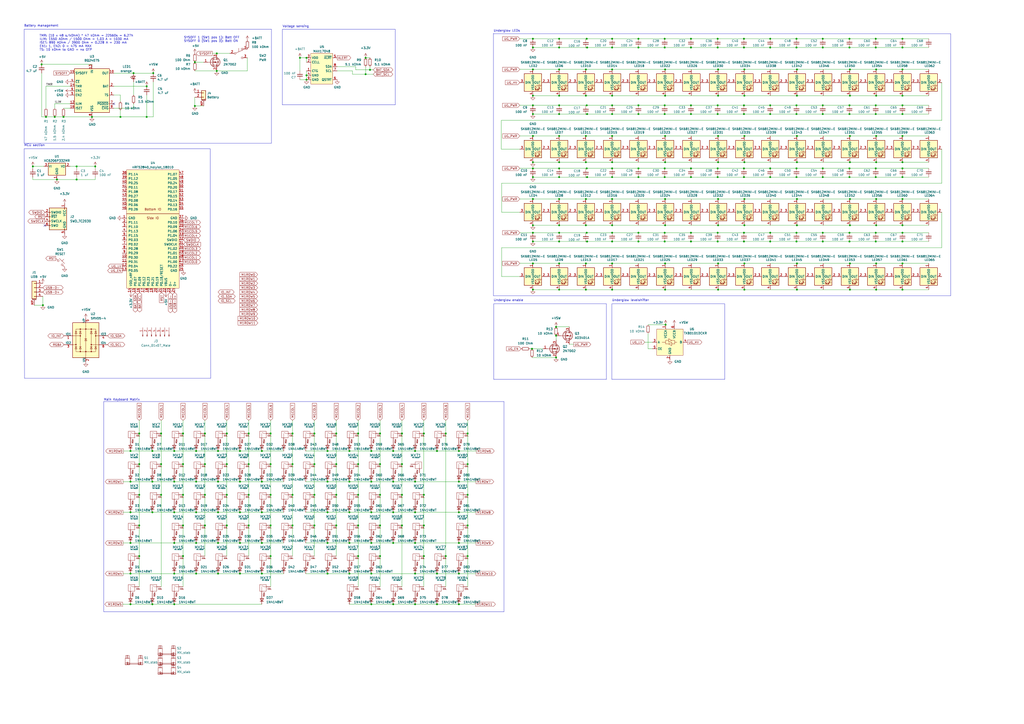
<source format=kicad_sch>
(kicad_sch (version 20231120) (generator "eeschema") (generator_version "8.0")
  (paper "A2")
  (junction (at 446.786 61.087))
  (junction (at 80.772 269.24))
  (junction (at 493.014 115.443))
  (junction (at 416.306 61.087))
  (junction (at 220.472 304.8))
  (junction (at 431.546 27.559))
  (junction (at 462.026 140.081))
  (junction (at 324.358 152.781))
  (junction (at 431.8 168.021))
  (junction (at 266.192 279.4))
  (junction (at 202.692 261.62))
  (junction (at 416.56 78.867))
  (junction (at 431.8 40.259))
  (junction (at 324.358 22.479))
  (junction (at 113.03 61.468))
  (junction (at 370.332 102.743))
  (junction (at 189.992 261.62))
  (junction (at 508 66.167))
  (junction (at 53.34 67.818) (diameter 0.9144))
  (junction (at 431.8 78.867))
  (junction (at 385.826 94.107))
  (junction (at 370.332 61.087))
  (junction (at 493.014 152.781))
  (junction (at 355.092 40.259))
  (junction (at 446.786 140.081))
  (junction (at 523.494 66.167))
  (junction (at 385.572 61.087))
  (junction (at 508 61.087))
  (junction (at 101.092 297.18))
  (junction (at 493.014 130.683))
  (junction (at 355.092 78.867))
  (junction (at 324.358 135.001))
  (junction (at 253.492 332.74))
  (junction (at 322.58 194.691))
  (junction (at 245.872 287.02))
  (junction (at 144.272 269.24))
  (junction (at 113.792 261.62))
  (junction (at 271.272 251.46))
  (junction (at 151.892 279.4))
  (junction (at 355.092 115.443))
  (junction (at 508 102.743))
  (junction (at 523.494 61.087))
  (junction (at 340.614 102.743))
  (junction (at 144.272 251.46))
  (junction (at 75.692 261.62))
  (junction (at 169.672 251.46))
  (junction (at 492.76 135.001))
  (junction (at 523.494 102.743))
  (junction (at 215.392 297.18))
  (junction (at 370.332 140.081))
  (junction (at 156.972 304.8))
  (junction (at 462.28 55.499))
  (junction (at 416.306 97.663))
  (junction (at 139.192 332.74))
  (junction (at 385.826 40.259))
  (junction (at 177.8 46.228))
  (junction (at 195.072 287.02))
  (junction (at 309.118 55.499))
  (junction (at 446.786 135.001))
  (junction (at 523.494 168.021))
  (junction (at 400.812 102.743))
  (junction (at 400.812 66.167))
  (junction (at 228.092 314.96))
  (junction (at 207.772 269.24))
  (junction (at 212.09 43.053))
  (junction (at 144.272 287.02))
  (junction (at 324.358 168.021))
  (junction (at 523.494 115.443))
  (junction (at 462.026 66.167))
  (junction (at 508.254 130.683))
  (junction (at 233.172 304.8))
  (junction (at 113.792 314.96))
  (junction (at 339.852 130.683))
  (junction (at 492.76 66.167))
  (junction (at 85.09 67.818))
  (junction (at 31.75 67.818) (diameter 0.9144))
  (junction (at 385.826 152.781))
  (junction (at 355.092 27.559))
  (junction (at 416.306 22.479))
  (junction (at 258.572 251.46))
  (junction (at 416.306 27.559))
  (junction (at 431.8 130.683))
  (junction (at 309.118 94.107))
  (junction (at 212.09 33.528))
  (junction (at 309.118 152.781))
  (junction (at 339.852 78.867))
  (junction (at 492.76 102.743))
  (junction (at 385.826 55.499))
  (junction (at 131.572 251.46))
  (junction (at 26.67 67.818) (diameter 0.9144))
  (junction (at 339.852 152.781))
  (junction (at 324.358 78.867))
  (junction (at 340.614 66.167))
  (junction (at 324.358 55.499))
  (junction (at 385.572 22.479))
  (junction (at 400.812 140.081))
  (junction (at 355.092 66.167))
  (junction (at 385.826 115.443))
  (junction (at 493.014 94.107))
  (junction (at 125.73 41.148))
  (junction (at 400.812 61.087))
  (junction (at 386.08 188.341))
  (junction (at 339.852 40.259))
  (junction (at 233.172 287.02))
  (junction (at 492.76 22.479))
  (junction (at 118.872 304.8))
  (junction (at 88.392 297.18))
  (junction (at 113.792 279.4))
  (junction (at 508.254 94.107))
  (junction (at 33.02 104.14))
  (junction (at 113.792 297.18))
  (junction (at 266.192 314.96))
  (junction (at 240.792 279.4))
  (junction (at 156.972 251.46))
  (junction (at 106.172 287.02))
  (junction (at 106.172 304.8))
  (junction (at 370.332 135.001))
  (junction (at 220.472 287.02))
  (junction (at 385.572 66.167))
  (junction (at 220.472 269.24))
  (junction (at 156.972 269.24))
  (junction (at 431.8 55.499))
  (junction (at 493.014 168.021))
  (junction (at 202.692 314.96))
  (junction (at 220.472 251.46))
  (junction (at 182.372 251.46))
  (junction (at 253.492 261.62))
  (junction (at 195.072 304.8))
  (junction (at 195.072 251.46))
  (junction (at 309.118 168.021))
  (junction (at 523.494 55.499))
  (junction (at 523.494 40.259))
  (junction (at 215.392 350.52))
  (junction (at 309.118 27.559))
  (junction (at 324.358 40.259))
  (junction (at 416.306 66.167))
  (junction (at 131.572 287.02))
  (junction (at 309.118 22.479))
  (junction (at 113.792 332.74))
  (junction (at 493.014 40.259))
  (junction (at 88.392 261.62))
  (junction (at 385.826 78.867))
  (junction (at 75.692 314.96))
  (junction (at 416.306 102.743))
  (junction (at 324.358 27.559))
  (junction (at 416.56 152.781))
  (junction (at 202.692 297.18))
  (junction (at 355.092 61.087))
  (junction (at 523.494 27.559))
  (junction (at 202.692 332.74))
  (junction (at 240.792 314.96))
  (junction (at 462.28 40.259))
  (junction (at 400.812 97.663))
  (junction (at 126.492 261.62))
  (junction (at 446.786 97.663))
  (junction (at 139.192 279.4))
  (junction (at 355.092 135.001))
  (junction (at 75.692 279.4))
  (junction (at 508 97.663))
  (junction (at 446.786 66.167))
  (junction (at 309.118 130.683))
  (junction (at 508.254 168.021))
  (junction (at 75.692 350.52))
  (junction (at 93.472 287.02))
  (junction (at 477.266 102.743))
  (junction (at 370.332 27.559))
  (junction (at 240.792 332.74))
  (junction (at 462.026 97.663))
  (junction (at 80.772 251.46))
  (junction (at 228.092 297.18))
  (junction (at 385.826 168.021))
  (junction (at 228.092 279.4))
  (junction (at 215.392 314.96))
  (junction (at 195.072 269.24))
  (junction (at 355.092 97.663))
  (junction (at 144.272 304.8))
  (junction (at 93.472 269.24))
  (junction (at 182.372 287.02))
  (junction (at 169.672 304.8))
  (junction (at 385.572 140.081))
  (junction (at 385.572 27.559))
  (junction (at 416.56 94.107))
  (junction (at 309.118 66.167))
  (junction (at 446.786 27.559))
  (junction (at 508 22.479))
  (junction (at 462.28 152.781))
  (junction (at 173.99 33.528))
  (junction (at 462.026 61.087))
  (junction (at 523.494 130.683))
  (junction (at 271.272 269.24))
  (junction (at 309.118 140.081))
  (junction (at 214.63 40.513))
  (junction (at 266.192 350.52))
  (junction (at 431.546 97.663))
  (junction (at 77.47 42.418))
  (junction (at 220.472 322.58))
  (junction (at 309.118 115.443))
  (junction (at 493.014 78.867))
  (junction (at 24.13 37.338))
  (junction (at 24.892 177.038))
  (junction (at 477.266 22.479))
  (junction (at 88.392 279.4))
  (junction (at 508 135.001))
  (junction (at 126.492 279.4))
  (junction (at 355.092 102.743))
  (junction (at 508.254 78.867))
  (junction (at 431.8 152.781))
  (junction (at 215.392 279.4))
  (junction (at 266.192 297.18))
  (junction (at 477.266 140.081))
  (junction (at 340.36 135.001))
  (junction (at 80.772 287.02))
  (junction (at 355.092 152.781))
  (junction (at 233.172 269.24))
  (junction (at 462.28 168.021))
  (junction (at 207.772 304.8))
  (junction (at 106.172 251.46))
  (junction (at 80.772 322.58))
  (junction (at 101.092 279.4))
  (junction (at 431.546 61.087))
  (junction (at 324.358 66.167))
  (junction (at 385.826 130.683))
  (junction (at 462.28 115.443))
  (junction (at 508.254 152.781))
  (junction (at 309.118 61.087))
  (junction (at 416.56 115.443))
  (junction (at 131.572 269.24))
  (junction (at 245.872 251.46))
  (junction (at 125.73 30.988))
  (junction (at 139.192 314.96))
  (junction (at 245.872 304.8))
  (junction (at 131.572 304.8))
  (junction (at 523.494 97.663))
  (junction (at 385.572 97.663))
  (junction (at 240.792 261.62))
  (junction (at 118.872 251.46))
  (junction (at 355.092 55.499))
  (junction (at 69.85 67.818) (diameter 0.9144))
  (junction (at 215.392 261.62))
  (junction (at 462.28 94.107))
  (junction (at 308.61 202.311))
  (junction (at 523.494 78.867))
  (junction (at 431.8 94.107))
  (junction (at 340.614 27.559))
  (junction (at 245.872 322.58))
  (junction (at 207.772 287.02))
  (junction (at 233.172 251.46))
  (junction (at 477.266 61.087))
  (junction (at 101.092 350.52))
  (junction (at 189.992 297.18))
  (junction (at 508 140.081))
  (junction (at 508 27.559))
  (junction (at 446.786 102.743))
  (junction (at 523.494 135.001))
  (junction (at 324.358 97.663))
  (junction (at 355.092 94.107))
  (junction (at 169.672 269.24))
  (junction (at 523.494 94.107))
  (junction (at 324.358 102.743))
  (junction (at 177.8 33.528))
  (junction (at 189.992 279.4))
  (junction (at 151.892 297.18))
  (junction (at 492.76 97.663))
  (junction (at 431.546 135.001))
  (junction (at 508.254 115.443))
  (junction (at 151.892 332.74))
  (junction (at 118.872 287.02))
  (junction (at 462.026 135.001))
  (junction (at 477.266 97.663))
  (junction (at 523.494 22.479))
  (junction (at 339.852 55.499))
  (junction (at 355.092 168.021))
  (junction (at 339.852 168.021))
  (junction (at 309.118 97.663))
  (junction (at 492.76 27.559))
  (junction (at 266.192 332.74))
  (junction (at 309.118 40.259))
  (junction (at 400.812 135.001))
  (junction (at 355.092 22.479))
  (junction (at 126.492 332.74))
  (junction (at 462.026 102.743))
  (junction (at 355.092 140.081))
  (junction (at 324.358 94.107))
  (junction (at 431.546 140.081))
  (junction (at 101.092 261.62))
  (junction (at 508.254 55.499))
  (junction (at 36.83 67.818) (diameter 0.9144))
  (junction (at 370.332 66.167))
  (junction (at 88.392 350.52))
  (junction (at 85.09 50.038) (diameter 0.9144))
  (junction (at 126.492 314.96))
  (junction (at 126.492 297.18))
  (junction (at 151.892 314.96))
  (junction (at 139.192 297.18))
  (junction (at 431.546 66.167))
  (junction (at 462.28 78.867))
  (junction (at 309.118 78.867))
  (junction (at 462.28 130.683))
  (junction (at 355.092 130.683))
  (junction (at 202.692 279.4))
  (junction (at 253.492 350.52))
  (junction (at 309.118 135.001))
  (junction (at 207.772 322.58))
  (junction (at 189.992 332.74))
  (junction (at 266.192 261.62))
  (junction (at 182.372 304.8))
  (junction (at 19.05 96.52))
  (junction (at 177.8 43.688))
  (junction (at 340.36 61.087))
  (junction (at 228.092 261.62))
  (junction (at 106.172 269.24))
  (junction (at 322.58 207.391))
  (junction (at 189.992 314.96))
  (junction (at 106.172 322.58))
  (junction (at 271.272 322.58))
  (junction (at 215.392 332.74))
  (junction (at 271.272 304.8))
  (junction (at 400.812 22.479))
  (junction (at 44.45 96.52))
  (junction (at 416.306 140.081))
  (junction (at 416.306 135.001))
  (junction (at 182.372 269.24))
  (junction (at 370.332 22.479))
  (junction (at 258.572 322.58))
  (junction (at 340.36 97.663))
  (junction (at 55.245 96.52))
  (junction (at 156.972 287.02))
  (junction (at 240.792 350.52))
  (junction (at 400.812 27.559))
  (junction (at 523.494 140.081))
  (junction (at 492.76 140.081))
  (junction (at 492.76 61.087))
  (junction (at 151.892 261.62))
  (junction (at 75.692 332.74))
  (junction (at 309.118 102.743))
  (junction (at 101.092 332.74))
  (junction (at 416.56 40.259))
  (junction (at 416.56 130.683))
  (junction (at 385.572 102.743))
  (junction (at 416.56 168.021))
  (junction (at 322.58 189.611))
  (junction (at 431.546 22.479))
  (junction (at 431.546 102.743))
  (junction (at 340.614 140.081))
  (junction (at 75.692 297.18))
  (junction (at 477.266 66.167))
  (junction (at 324.358 130.683))
  (junction (at 44.45 104.14))
  (junction (at 88.9 42.418))
  (junction (at 523.494 152.781))
  (junction (at 324.358 140.081))
  (junction (at 169.672 287.02))
  (junction (at 493.014 55.499))
  (junction (at 370.332 97.663))
  (junction (at 207.772 251.46))
  (junction (at 113.03 36.068))
  (junction (at 324.358 115.443))
  (junction (at 416.56 55.499))
  (junction (at 339.852 94.107))
  (junction (at 446.786 22.479))
  (junction (at 508.254 40.259))
  (junction (at 93.472 251.46))
  (junction (at 80.772 304.8))
  (junction (at 324.358 61.087))
  (junction (at 339.852 115.443))
  (junction (at 139.192 261.62))
  (junction (at 477.266 27.559))
  (junction (at 101.092 314.96))
  (junction (at 477.266 135.001))
  (junction (at 340.36 22.479))
  (junction (at 156.972 322.58))
  (junction (at 228.092 350.52))
  (junction (at 118.872 269.24))
  (junction (at 385.572 135.001))
  (junction (at 240.792 297.18))
  (junction (at 462.026 27.559))
  (junction (at 462.026 22.479))
  (junction (at 431.8 115.443))
  (junction (at 271.272 287.02))
  (no_connect (at 26.035 130.81))
  (no_connect (at 66.04 60.198))
  (wire (pts (xy 508 102.743) (xy 523.494 102.743)))
  (wire (pts (xy 113.03 41.148) (xy 125.73 41.148)))
  (wire (pts (xy 240.792 261.62) (xy 253.492 261.62)))
  (wire (pts (xy 233.172 251.46) (xy 233.172 269.24)))
  (wire (pts (xy 400.812 140.081) (xy 416.306 140.081)))
  (wire (pts (xy 508 27.559) (xy 523.494 27.559)))
  (wire (pts (xy 508 61.087) (xy 523.494 61.087)))
  (wire (pts (xy 322.58 189.611) (xy 330.2 189.611)))
  (wire (pts (xy 144.272 251.46) (xy 144.272 269.24)))
  (wire (pts (xy 355.092 97.663) (xy 370.332 97.663)))
  (wire (pts (xy 309.118 66.167) (xy 324.358 66.167)))
  (wire (pts (xy 416.306 102.743) (xy 431.546 102.743)))
  (wire (pts (xy 324.358 130.683) (xy 339.852 130.683)))
  (wire (pts (xy 355.092 94.107) (xy 370.332 94.107)))
  (wire (pts (xy 156.972 269.24) (xy 156.972 287.02)))
  (wire (pts (xy 385.826 168.021) (xy 401.066 168.021)))
  (wire (pts (xy 253.492 261.62) (xy 266.192 261.62)))
  (wire (pts (xy 339.852 78.867) (xy 355.092 78.867)))
  (wire (pts (xy 375.92 188.341) (xy 386.08 188.341)))
  (wire (pts (xy 385.572 97.663) (xy 400.812 97.663)))
  (wire (pts (xy 385.572 102.743) (xy 400.812 102.743)))
  (wire (pts (xy 169.672 243.84) (xy 169.672 251.46)))
  (wire (pts (xy 400.812 102.743) (xy 416.306 102.743)))
  (wire (pts (xy 339.852 168.021) (xy 355.092 168.021)))
  (wire (pts (xy 182.372 269.24) (xy 182.372 287.02)))
  (polyline (pts (xy 163.83 60.833) (xy 229.235 60.833)) (stroke (width 0) (type solid)))
  (wire (pts (xy 492.76 140.081) (xy 508 140.081)))
  (wire (pts (xy 370.586 94.107) (xy 385.826 94.107)))
  (wire (pts (xy 324.358 152.781) (xy 339.852 152.781)))
  (wire (pts (xy 220.472 251.46) (xy 220.472 269.24)))
  (wire (pts (xy 462.28 168.021) (xy 477.52 168.021)))
  (wire (pts (xy 271.272 251.46) (xy 271.272 269.24)))
  (wire (pts (xy 301.498 78.867) (xy 309.118 78.867)))
  (wire (pts (xy 169.672 287.02) (xy 169.672 304.8)))
  (wire (pts (xy 477.774 78.867) (xy 493.014 78.867)))
  (wire (pts (xy 228.092 314.96) (xy 240.792 314.96)))
  (wire (pts (xy 462.28 115.443) (xy 477.52 115.443)))
  (wire (pts (xy 19.05 104.14) (xy 33.02 104.14)))
  (wire (pts (xy 131.572 243.84) (xy 131.572 251.46)))
  (wire (pts (xy 75.692 279.4) (xy 88.392 279.4)))
  (wire (pts (xy 113.792 314.96) (xy 126.492 314.96)))
  (wire (pts (xy 446.786 102.743) (xy 462.026 102.743)))
  (wire (pts (xy 370.332 97.663) (xy 385.572 97.663)))
  (wire (pts (xy 77.47 47.498) (xy 77.47 55.118)))
  (wire (pts (xy 370.332 102.743) (xy 385.572 102.743)))
  (wire (pts (xy 207.772 304.8) (xy 207.772 322.58)))
  (wire (pts (xy 189.992 279.4) (xy 202.692 279.4)))
  (wire (pts (xy 340.36 135.001) (xy 355.092 135.001)))
  (wire (pts (xy 477.774 130.683) (xy 493.014 130.683)))
  (wire (pts (xy 416.56 78.867) (xy 431.8 78.867)))
  (wire (pts (xy 546.354 123.063) (xy 546.354 143.637)))
  (wire (pts (xy 233.172 304.8) (xy 233.172 340.36)))
  (wire (pts (xy 477.774 152.781) (xy 493.014 152.781)))
  (wire (pts (xy 508 22.479) (xy 523.494 22.479)))
  (wire (pts (xy 492.76 61.087) (xy 508 61.087)))
  (wire (pts (xy 215.392 279.4) (xy 228.092 279.4)))
  (wire (pts (xy 477.774 168.021) (xy 493.014 168.021)))
  (wire (pts (xy 106.172 269.24) (xy 106.172 287.02)))
  (wire (pts (xy 71.374 332.74) (xy 75.692 332.74)))
  (wire (pts (xy 370.586 152.781) (xy 385.826 152.781)))
  (wire (pts (xy 493.014 78.867) (xy 508.254 78.867)))
  (wire (pts (xy 88.392 297.18) (xy 101.092 297.18)))
  (wire (pts (xy 493.014 40.259) (xy 508.254 40.259)))
  (wire (pts (xy 106.172 322.58) (xy 106.172 340.36)))
  (wire (pts (xy 493.014 94.107) (xy 508.254 94.107)))
  (wire (pts (xy 309.118 97.663) (xy 324.358 97.663)))
  (wire (pts (xy 401.32 78.867) (xy 416.56 78.867)))
  (wire (pts (xy 106.172 251.46) (xy 106.172 269.24)))
  (wire (pts (xy 477.266 22.479) (xy 492.76 22.479)))
  (wire (pts (xy 447.04 78.867) (xy 462.28 78.867)))
  (wire (pts (xy 523.494 22.479) (xy 538.734 22.479)))
  (wire (pts (xy 309.118 27.559) (xy 324.358 27.559)))
  (wire (pts (xy 477.266 102.743) (xy 492.76 102.743)))
  (wire (pts (xy 75.692 350.52) (xy 88.392 350.52)))
  (wire (pts (xy 156.972 243.84) (xy 156.972 251.46)))
  (wire (pts (xy 462.28 152.781) (xy 477.52 152.781)))
  (wire (pts (xy 324.358 40.259) (xy 339.852 40.259)))
  (wire (pts (xy 19.05 102.87) (xy 19.05 104.14)))
  (wire (pts (xy 339.852 27.813) (xy 340.614 27.813)))
  (wire (pts (xy 416.56 40.259) (xy 431.8 40.259)))
  (wire (pts (xy 370.332 135.001) (xy 385.572 135.001)))
  (wire (pts (xy 212.09 43.053) (xy 204.47 43.053)))
  (wire (pts (xy 207.772 243.84) (xy 207.772 251.46)))
  (wire (pts (xy 416.306 140.081) (xy 431.546 140.081)))
  (wire (pts (xy 177.292 297.18) (xy 189.992 297.18)))
  (wire (pts (xy 355.092 27.559) (xy 370.332 27.559)))
  (wire (pts (xy 228.092 261.62) (xy 240.792 261.62)))
  (wire (pts (xy 340.614 140.335) (xy 340.614 140.081)))
  (wire (pts (xy 266.192 279.4) (xy 276.098 279.4)))
  (wire (pts (xy 523.494 152.781) (xy 538.734 152.781)))
  (wire (pts (xy 523.494 66.167) (xy 538.734 66.167)))
  (wire (pts (xy 202.692 279.4) (xy 215.392 279.4)))
  (wire (pts (xy 206.375 40.513) (xy 206.375 38.608)))
  (wire (pts (xy 340.614 66.167) (xy 355.092 66.167)))
  (wire (pts (xy 266.192 332.74) (xy 276.098 332.74)))
  (wire (pts (xy 195.072 251.46) (xy 195.072 269.24)))
  (wire (pts (xy 416.56 130.683) (xy 431.8 130.683)))
  (polyline (pts (xy 286.385 220.091) (xy 351.79 220.091)) (stroke (width 0) (type solid)))
  (wire (pts (xy 355.092 78.867) (xy 370.332 78.867)))
  (wire (pts (xy 123.19 30.988) (xy 125.73 30.988)))
  (wire (pts (xy 177.292 261.62) (xy 189.992 261.62)))
  (wire (pts (xy 324.358 22.479) (xy 340.36 22.479)))
  (wire (pts (xy 339.852 40.259) (xy 355.092 40.259)))
  (wire (pts (xy 75.692 314.96) (xy 101.092 314.96)))
  (wire (pts (xy 324.358 78.867) (xy 339.852 78.867)))
  (wire (pts (xy 69.85 58.928) (xy 69.85 55.118)))
  (wire (pts (xy 355.092 22.479) (xy 370.332 22.479)))
  (wire (pts (xy 301.498 115.443) (xy 309.118 115.443)))
  (wire (pts (xy 220.472 322.58) (xy 220.472 340.36)))
  (wire (pts (xy 309.118 152.781) (xy 324.358 152.781)))
  (wire (pts (xy 477.266 97.663) (xy 492.76 97.663)))
  (wire (pts (xy 44.45 96.52) (xy 44.45 97.79)))
  (wire (pts (xy 202.692 350.52) (xy 215.392 350.52)))
  (wire (pts (xy 101.092 350.52) (xy 151.892 350.52)))
  (wire (pts (xy 508 97.663) (xy 523.494 97.663)))
  (wire (pts (xy 385.826 130.683) (xy 401.066 130.683)))
  (wire (pts (xy 355.092 140.081) (xy 370.332 140.081)))
  (wire (pts (xy 462.026 102.743) (xy 477.266 102.743)))
  (wire (pts (xy 258.572 243.84) (xy 258.572 251.46)))
  (wire (pts (xy 523.494 102.743) (xy 538.734 102.743)))
  (wire (pts (xy 88.392 261.62) (xy 101.092 261.62)))
  (wire (pts (xy 340.614 66.421) (xy 340.614 66.167)))
  (wire (pts (xy 339.852 102.997) (xy 340.614 102.997)))
  (wire (pts (xy 215.392 350.52) (xy 228.092 350.52)))
  (wire (pts (xy 309.118 94.107) (xy 324.358 94.107)))
  (wire (pts (xy 340.614 140.081) (xy 355.092 140.081)))
  (wire (pts (xy 204.47 43.053) (xy 204.47 41.148)))
  (wire (pts (xy 156.972 304.8) (xy 156.972 322.58)))
  (wire (pts (xy 182.372 304.8) (xy 182.372 322.58)))
  (wire (pts (xy 370.332 61.087) (xy 385.572 61.087)))
  (wire (pts (xy 113.792 297.18) (xy 126.492 297.18)))
  (wire (pts (xy 416.306 66.167) (xy 431.546 66.167)))
  (wire (pts (xy 88.392 279.4) (xy 101.092 279.4)))
  (polyline (pts (xy 229.235 60.833) (xy 229.235 17.018)) (stroke (width 0) (type solid)))
  (wire (pts (xy 101.092 314.96) (xy 113.792 314.96)))
  (wire (pts (xy 385.826 152.781) (xy 401.066 152.781)))
  (wire (pts (xy 431.8 40.259) (xy 446.786 40.259)))
  (wire (pts (xy 93.472 287.02) (xy 93.472 340.36)))
  (wire (pts (xy 370.586 40.259) (xy 385.826 40.259)))
  (wire (pts (xy 253.492 332.74) (xy 266.192 332.74)))
  (wire (pts (xy 206.375 38.608) (xy 195.58 38.608)))
  (wire (pts (xy 462.026 97.663) (xy 477.266 97.663)))
  (wire (pts (xy 462.026 66.167) (xy 477.266 66.167)))
  (wire (pts (xy 290.83 86.487) (xy 301.498 86.487)))
  (polyline (pts (xy 292.354 354.838) (xy 292.354 232.918)) (stroke (width 0) (type solid)))
  (wire (pts (xy 245.872 322.58) (xy 245.872 340.36)))
  (wire (pts (xy 492.76 135.001) (xy 508 135.001)))
  (wire (pts (xy 446.786 66.167) (xy 462.026 66.167)))
  (wire (pts (xy 400.812 27.559) (xy 416.306 27.559)))
  (wire (pts (xy 385.826 115.443) (xy 401.066 115.443)))
  (wire (pts (xy 492.76 102.743) (xy 508 102.743)))
  (wire (pts (xy 169.672 251.46) (xy 169.672 269.24)))
  (wire (pts (xy 309.118 115.443) (xy 324.358 115.443)))
  (wire (pts (xy 36.83 62.738) (xy 40.64 62.738)))
  (wire (pts (xy 447.04 130.683) (xy 462.28 130.683)))
  (wire (pts (xy 416.306 22.479) (xy 431.546 22.479)))
  (wire (pts (xy 26.67 50.038) (xy 40.64 50.038)))
  (wire (pts (xy 240.792 279.4) (xy 266.192 279.4)))
  (wire (pts (xy 492.76 97.663) (xy 508 97.663)))
  (wire (pts (xy 113.792 279.4) (xy 126.492 279.4)))
  (wire (pts (xy 204.47 41.148) (xy 195.58 41.148)))
  (wire (pts (xy 324.358 97.663) (xy 340.36 97.663)))
  (wire (pts (xy 75.692 261.62) (xy 88.392 261.62)))
  (wire (pts (xy 401.32 40.259) (xy 416.56 40.259)))
  (wire (pts (xy 385.572 66.167) (xy 400.812 66.167)))
  (wire (pts (xy 477.774 40.259) (xy 493.014 40.259)))
  (wire (pts (xy 324.358 61.087) (xy 340.36 61.087)))
  (wire (pts (xy 355.092 61.087) (xy 370.332 61.087)))
  (wire (pts (xy 385.826 78.867) (xy 401.066 78.867)))
  (wire (pts (xy 126.492 314.96) (xy 139.192 314.96)))
  (wire (pts (xy 240.792 350.52) (xy 253.492 350.52)))
  (wire (pts (xy 177.292 332.74) (xy 189.992 332.74)))
  (wire (pts (xy 431.8 168.021) (xy 446.786 168.021)))
  (wire (pts (xy 126.492 279.4) (xy 139.192 279.4)))
  (wire (pts (xy 143.51 41.148) (xy 125.73 41.148)))
  (wire (pts (xy 207.772 322.58) (xy 207.772 340.36)))
  (wire (pts (xy 233.172 269.24) (xy 233.172 287.02)))
  (wire (pts (xy 189.992 332.74) (xy 202.692 332.74)))
  (wire (pts (xy 216.535 40.513) (xy 214.63 40.513)))
  (wire (pts (xy 339.852 94.107) (xy 355.092 94.107)))
  (wire (pts (xy 220.472 269.24) (xy 220.472 287.02)))
  (wire (pts (xy 477.266 66.167) (xy 492.76 66.167)))
  (wire (pts (xy 324.358 94.107) (xy 339.852 94.107)))
  (wire (pts (xy 446.786 22.479) (xy 462.026 22.479)))
  (wire (pts (xy 385.572 140.081) (xy 400.812 140.081)))
  (wire (pts (xy 523.494 94.107) (xy 538.734 94.107)))
  (wire (pts (xy 214.63 38.608) (xy 214.63 40.513)))
  (wire (pts (xy 156.972 287.02) (xy 156.972 304.8)))
  (wire (pts (xy 431.8 94.107) (xy 446.786 94.107)))
  (wire (pts (xy 508.254 152.781) (xy 523.494 152.781)))
  (wire (pts (xy 431.8 55.499) (xy 446.786 55.499)))
  (wire (pts (xy 446.786 135.001) (xy 462.026 135.001)))
  (wire (pts (xy 80.772 304.8) (xy 80.772 322.58)))
  (wire (pts (xy 169.672 269.24) (xy 169.672 287.02)))
  (wire (pts (xy 340.614 102.997) (xy 340.614 102.743)))
  (polyline (pts (xy 354.965 176.276) (xy 420.37 176.276)) (stroke (width 0) (type solid)))
  (polyline (pts (xy 551.434 171.577) (xy 551.434 19.558)) (stroke (width 0) (type solid)))
  (wire (pts (xy 113.03 56.388) (xy 113.03 61.468)))
  (wire (pts (xy 416.56 168.021) (xy 431.8 168.021)))
  (wire (pts (xy 523.494 78.867) (xy 538.734 78.867)))
  (wire (pts (xy 355.092 152.781) (xy 370.332 152.781)))
  (wire (pts (xy 431.8 152.781) (xy 446.786 152.781)))
  (wire (pts (xy 80.772 251.46) (xy 80.772 269.24)))
  (wire (pts (xy 177.8 41.148) (xy 177.8 43.688)))
  (wire (pts (xy 523.494 135.001) (xy 538.734 135.001)))
  (wire (pts (xy 523.494 27.559) (xy 538.734 27.559)))
  (wire (pts (xy 339.852 55.499) (xy 355.092 55.499)))
  (wire (pts (xy 375.92 202.311) (xy 378.46 202.311)))
  (wire (pts (xy 309.118 55.499) (xy 324.358 55.499)))
  (wire (pts (xy 401.32 55.499) (xy 416.56 55.499)))
  (wire (pts (xy 416.306 27.559) (xy 431.546 27.559)))
  (wire (pts (xy 340.614 27.559) (xy 355.092 27.559)))
  (wire (pts (xy 40.64 96.52) (xy 44.45 96.52)))
  (wire (pts (xy 416.56 94.107) (xy 431.8 94.107)))
  (wire (pts (xy 340.36 97.917) (xy 340.36 97.663)))
  (wire (pts (xy 156.972 322.58) (xy 156.972 340.36)))
  (wire (pts (xy 324.358 55.499) (xy 339.852 55.499)))
  (wire (pts (xy 290.957 106.299) (xy 290.957 123.063)))
  (wire (pts (xy 266.192 350.52) (xy 275.844 350.52)))
  (wire (pts (xy 207.772 269.24) (xy 207.772 287.02)))
  (wire (pts (xy 477.774 55.499) (xy 493.014 55.499)))
  (wire (pts (xy 118.872 243.84) (xy 118.872 251.46)))
  (wire (pts (xy 55.245 104.14) (xy 44.45 104.14)))
  (wire (pts (xy 447.04 152.781) (xy 462.28 152.781)))
  (wire (pts (xy 101.092 261.62) (xy 113.792 261.62)))
  (wire (pts (xy 508.254 78.867) (xy 523.494 78.867)))
  (wire (pts (xy 106.172 287.02) (xy 106.172 304.8)))
  (wire (pts (xy 240.792 314.96) (xy 266.192 314.96)))
  (wire (pts (xy 75.692 332.74) (xy 101.092 332.74)))
  (wire (pts (xy 508 135.001) (xy 523.494 135.001)))
  (wire (pts (xy 462.28 55.499) (xy 477.52 55.499)))
  (wire (pts (xy 307.34 202.311) (xy 308.61 202.311)))
  (wire (pts (xy 431.546 61.087) (xy 446.786 61.087)))
  (wire (pts (xy 324.358 27.559) (xy 340.614 27.559)))
  (polyline (pts (xy 286.258 19.558) (xy 551.434 19.558)) (stroke (width 0) (type solid)))
  (wire (pts (xy 546.354 143.637) (xy 290.957 143.637)))
  (wire (pts (xy 462.28 130.683) (xy 477.52 130.683)))
  (polyline (pts (xy 13.97 83.058) (xy 157.48 83.058)) (stroke (width 0) (type solid)))
  (wire (pts (xy 55.245 96.52) (xy 55.245 97.79)))
  (wire (pts (xy 446.786 27.559) (xy 462.026 27.559)))
  (wire (pts (xy 385.572 22.479) (xy 400.812 22.479)))
  (wire (pts (xy 126.492 261.62) (xy 139.192 261.62)))
  (wire (pts (xy 340.36 97.663) (xy 355.092 97.663)))
  (wire (pts (xy 77.47 60.198) (xy 77.47 62.738)))
  (wire (pts (xy 19.812 177.038) (xy 24.892 177.038)))
  (wire (pts (xy 355.092 102.743) (xy 370.332 102.743)))
  (wire (pts (xy 113.792 261.62) (xy 126.492 261.62)))
  (wire (pts (xy 44.45 96.52) (xy 55.245 96.52)))
  (wire (pts (xy 207.772 251.46) (xy 207.772 269.24)))
  (wire (pts (xy 182.372 251.46) (xy 182.372 269.24)))
  (polyline (pts (xy 60.198 354.838) (xy 292.354 354.838)) (stroke (width 0) (type solid)))
  (wire (pts (xy 33.02 104.14) (xy 44.45 104.14)))
  (polyline (pts (xy 13.97 17.018) (xy 13.97 83.058)) (stroke (width 0) (type solid)))
  (wire (pts (xy 118.872 304.8) (xy 118.872 322.58)))
  (wire (pts (xy 508.254 130.683) (xy 523.494 130.683)))
  (wire (pts (xy 301.498 40.259) (xy 309.118 40.259)))
  (wire (pts (xy 118.872 251.46) (xy 118.872 269.24)))
  (wire (pts (xy 177.292 279.4) (xy 189.992 279.4)))
  (wire (pts (xy 240.792 297.18) (xy 266.192 297.18)))
  (wire (pts (xy 144.272 269.24) (xy 144.272 287.02)))
  (wire (pts (xy 131.572 269.24) (xy 131.572 287.02)))
  (wire (pts (xy 339.852 97.917) (xy 340.36 97.917)))
  (wire (pts (xy 66.04 55.118) (xy 69.85 55.118)))
  (wire (pts (xy 173.99 33.528) (xy 177.8 33.528)))
  (wire (pts (xy 400.812 22.479) (xy 416.306 22.479)))
  (wire (pts (xy 215.392 332.74) (xy 240.792 332.74)))
  (wire (pts (xy 546.354 86.487) (xy 546.354 106.299)))
  (polyline (pts (xy 420.37 220.091) (xy 420.37 176.276)) (stroke (width 0) (type solid)))
  (wire (pts (xy 400.812 66.167) (xy 416.306 66.167)))
  (wire (pts (xy 195.072 287.02) (xy 195.072 304.8)))
  (wire (pts (xy 508.254 94.107) (xy 523.494 94.107)))
  (wire (pts (xy 182.372 287.02) (xy 182.372 304.8)))
  (wire (pts (xy 339.852 61.341) (xy 340.36 61.341)))
  (wire (pts (xy 88.392 350.52) (xy 101.092 350.52)))
  (wire (pts (xy 144.272 304.8) (xy 144.272 322.58)))
  (wire (pts (xy 546.354 69.85) (xy 290.83 69.85)))
  (wire (pts (xy 233.172 243.84) (xy 233.172 251.46)))
  (wire (pts (xy 240.792 332.74) (xy 253.492 332.74)))
  (wire (pts (xy 375.92 193.421) (xy 375.92 202.311)))
  (wire (pts (xy 55.245 102.87) (xy 55.245 104.14)))
  (wire (pts (xy 309.118 78.867) (xy 324.358 78.867)))
  (polyline (pts (xy 163.83 17.018) (xy 229.235 17.018)) (stroke (width 0) (type solid)))
  (polyline (pts (xy 354.965 220.091) (xy 420.37 220.091)) (stroke (width 0) (type solid)))
  (wire (pts (xy 80.772 269.24) (xy 80.772 287.02)))
  (wire (pts (xy 462.026 135.001) (xy 477.266 135.001)))
  (wire (pts (xy 462.026 61.087) (xy 477.266 61.087)))
  (wire (pts (xy 355.092 115.443) (xy 370.332 115.443)))
  (wire (pts (xy 492.76 22.479) (xy 508 22.479)))
  (wire (pts (xy 523.494 130.683) (xy 538.734 130.683)))
  (polyline (pts (xy 286.258 171.577) (xy 551.434 171.577)) (stroke (width 0) (type solid)))
  (wire (pts (xy 245.872 287.02) (xy 245.872 304.8)))
  (wire (pts (xy 301.498 135.001) (xy 309.118 135.001)))
  (wire (pts (xy 431.8 115.443) (xy 446.786 115.443)))
  (wire (pts (xy 339.852 140.335) (xy 340.614 140.335)))
  (wire (pts (xy 355.092 55.499) (xy 370.332 55.499)))
  (wire (pts (xy 173.99 33.528) (xy 173.99 41.148)))
  (wire (pts (xy 53.34 67.818) (xy 69.85 67.818)))
  (wire (pts (xy 75.692 297.18) (xy 88.392 297.18)))
  (wire (pts (xy 492.76 27.559) (xy 508 27.559)))
  (wire (pts (xy 416.306 97.663) (xy 431.546 97.663)))
  (wire (pts (xy 385.572 27.559) (xy 400.812 27.559)))
  (wire (pts (xy 401.32 115.443) (xy 416.56 115.443)))
  (wire (pts (xy 431.546 135.001) (xy 446.786 135.001)))
  (wire (pts (xy 266.192 297.18) (xy 276.098 297.18)))
  (wire (pts (xy 26.67 67.818) (xy 31.75 67.818)))
  (wire (pts (xy 144.272 243.84) (xy 144.272 251.46)))
  (wire (pts (xy 202.692 332.74) (xy 215.392 332.74)))
  (wire (pts (xy 69.85 67.818) (xy 85.09 67.818)))
  (wire (pts (xy 266.192 261.62) (xy 276.352 261.62)))
  (wire (pts (xy 309.118 130.683) (xy 324.358 130.683)))
  (wire (pts (xy 177.292 314.96) (xy 189.992 314.96)))
  (wire (pts (xy 355.092 130.683) (xy 370.332 130.683)))
  (wire (pts (xy 151.892 332.74) (xy 164.592 332.74)))
  (wire (pts (xy 324.358 135.001) (xy 340.36 135.001)))
  (wire (pts (xy 44.45 102.87) (xy 44.45 104.14)))
  (wire (pts (xy 416.56 55.499) (xy 431.8 55.499)))
  (wire (pts (xy 462.026 140.081) (xy 477.266 140.081)))
  (wire (pts (xy 139.192 314.96) (xy 151.892 314.96)))
  (wire (pts (xy 266.192 314.96) (xy 276.098 314.96)))
  (wire (pts (xy 88.9 67.818) (xy 85.09 67.818)))
  (wire (pts (xy 523.494 61.087) (xy 538.734 61.087)))
  (wire (pts (xy 93.472 243.84) (xy 93.472 251.46)))
  (wire (pts (xy 447.04 40.259) (xy 462.28 40.259)))
  (wire (pts (xy 385.572 135.001) (xy 400.812 135.001)))
  (wire (pts (xy 523.494 168.021) (xy 538.734 168.021)))
  (wire (pts (xy 523.494 55.499) (xy 538.734 55.499)))
  (polyline (pts (xy 354.965 176.276) (xy 354.965 220.091)) (stroke (width 0) (type solid)))
  (wire (pts (xy 431.546 27.559) (xy 446.786 27.559)))
  (wire (pts (xy 80.772 287.02) (xy 80.772 304.8)))
  (wire (pts (xy 106.172 304.8) (xy 106.172 322.58)))
  (wire (pts (xy 546.354 47.879) (xy 546.354 69.85)))
  (wire (pts (xy 462.026 27.559) (xy 477.266 27.559)))
  (polyline (pts (xy 60.198 232.918) (xy 60.198 354.838)) (stroke (width 0) (type solid)))
  (wire (pts (xy 447.04 168.021) (xy 462.28 168.021)))
  (wire (pts (xy 370.332 22.479) (xy 385.572 22.479)))
  (wire (pts (xy 220.472 304.8) (xy 220.472 322.58)))
  (wire (pts (xy 523.494 97.663) (xy 538.734 97.663)))
  (wire (pts (xy 24.892 177.038) (xy 24.892 171.958)))
  (wire (pts (xy 144.272 287.02) (xy 144.272 304.8)))
  (wire (pts (xy 216.535 43.053) (xy 212.09 43.053)))
  (wire (pts (xy 309.118 140.081) (xy 324.358 140.081)))
  (wire (pts (xy 308.61 207.391) (xy 322.58 207.391)))
  (wire (pts (xy 339.852 130.683) (xy 355.092 130.683)))
  (wire (pts (xy 309.118 61.087) (xy 324.358 61.087)))
  (wire (pts (xy 215.392 261.62) (xy 228.092 261.62)))
  (wire (pts (xy 523.494 40.259) (xy 538.734 40.259)))
  (polyline (pts (xy 351.79 220.091) (xy 351.79 176.276)) (stroke (width 0) (type solid)))
  (wire (pts (xy 324.358 102.743) (xy 340.614 102.743)))
  (wire (pts (xy 101.092 332.74) (xy 113.792 332.74)))
  (wire (pts (xy 233.172 287.02) (xy 233.172 304.8)))
  (wire (pts (xy 340.614 27.813) (xy 340.614 27.559)))
  (wire (pts (xy 80.772 322.58) (xy 80.772 340.36)))
  (wire (pts (xy 101.092 297.18) (xy 113.792 297.18)))
  (wire (pts (xy 370.586 78.867) (xy 385.826 78.867)))
  (wire (pts (xy 355.092 66.167) (xy 370.332 66.167)))
  (wire (pts (xy 31.75 60.198) (xy 40.64 60.198)))
  (wire (pts (xy 340.36 22.479) (xy 355.092 22.479)))
  (wire (pts (xy 385.826 40.259) (xy 401.066 40.259)))
  (wire (pts (xy 125.73 30.988) (xy 133.35 30.988)))
  (wire (pts (xy 370.332 66.167) (xy 385.572 66.167)))
  (polyline (pts (xy 286.385 176.276) (xy 351.79 176.276)) (stroke (width 0) (type solid)))
  (wire (pts (xy 355.092 40.259) (xy 370.332 40.259)))
  (wire (pts (xy 301.498 152.781) (xy 309.118 152.781)))
  (wire (pts (xy 195.072 269.24) (xy 195.072 287.02)))
  (wire (pts (xy 118.872 287.02) (xy 118.872 304.8)))
  (wire (pts (xy 355.092 168.021) (xy 370.332 168.021)))
  (wire (pts (xy 401.32 152.781) (xy 416.56 152.781)))
  (wire (pts (xy 340.36 61.341) (xy 340.36 61.087)))
  (wire (pts (xy 139.192 279.4) (xy 151.892 279.4)))
  (wire (pts (xy 546.354 106.299) (xy 290.957 106.299)))
  (wire (pts (xy 126.492 297.18) (xy 139.192 297.18)))
  (wire (pts (xy 85.09 55.118) (xy 85.09 67.818)))
  (wire (pts (xy 202.692 261.62) (xy 215.392 261.62)))
  (wire (pts (xy 131.572 304.8) (xy 131.572 322.58)))
  (wire (pts (xy 31.75 67.818) (xy 36.83 67.818)))
  (wire (pts (xy 493.014 55.499) (xy 508.254 55.499)))
  (wire (pts (xy 370.586 168.021) (xy 385.826 168.021)))
  (wire (pts (xy 385.826 55.499) (xy 401.066 55.499)))
  (wire (pts (xy 271.272 322.58) (xy 271.272 340.36)))
  (wire (pts (xy 309.118 40.259) (xy 324.358 40.259)))
  (wire (pts (xy 301.498 61.087) (xy 309.118 61.087)))
  (wire (pts (xy 19.05 96.52) (xy 19.05 97.79)))
  (wire (pts (xy 113.792 332.74) (xy 126.492 332.74)))
  (wire (pts (xy 177.8 43.688) (xy 177.8 46.228)))
  (wire (pts (xy 220.472 287.02) (xy 220.472 304.8)))
  (wire (pts (xy 431.546 97.663) (xy 446.786 97.663)))
  (wire (pts (xy 66.04 42.418) (xy 77.47 42.418)))
  (wire (pts (xy 462.026 22.479) (xy 477.266 22.479)))
  (wire (pts (xy 523.494 115.443) (xy 538.734 115.443)))
  (wire (pts (xy 462.28 94.107) (xy 477.52 94.107)))
  (wire (pts (xy 493.014 152.781) (xy 508.254 152.781)))
  (wire (pts (xy 492.76 66.167) (xy 508 66.167)))
  (wire (pts (xy 212.09 33.528) (xy 214.63 33.528)))
  (wire (pts (xy 24.13 42.418) (xy 24.13 67.818)))
  (wire (pts (xy 477.266 61.087) (xy 492.76 61.087)))
  (polyline (pts (xy 13.97 17.018) (xy 157.48 17.018)) (stroke (width 0) (type solid)))
  (wire (pts (xy 290.83 69.85) (xy 290.83 86.487)))
  (wire (pts (xy 340.36 22.733) (xy 340.36 22.479)))
  (wire (pts (xy 477.774 94.107) (xy 493.014 94.107)))
  (wire (pts (xy 202.692 314.96) (xy 215.392 314.96)))
  (wire (pts (xy 431.546 102.743) (xy 446.786 102.743)))
  (wire (pts (xy 324.358 140.081) (xy 340.614 140.081)))
  (wire (pts (xy 340.36 135.255) (xy 340.36 135.001)))
  (wire (pts (xy 271.272 269.24) (xy 271.272 287.02)))
  (wire (pts (xy 309.118 102.743) (xy 324.358 102.743)))
  (wire (pts (xy 253.492 350.52) (xy 266.192 350.52)))
  (wire (pts (xy 151.892 279.4) (xy 164.592 279.4)))
  (wire (pts (xy 195.072 243.84) (xy 195.072 251.46)))
  (wire (pts (xy 431.546 140.081) (xy 446.786 140.081)))
  (wire (pts (xy 447.04 55.499) (xy 462.28 55.499)))
  (wire (pts (xy 131.572 251.46) (xy 131.572 269.24)))
  (wire (pts (xy 309.118 22.479) (xy 324.358 22.479)))
  (wire (pts (xy 339.852 66.421) (xy 340.614 66.421)))
  (wire (pts (xy 245.872 304.8) (xy 245.872 322.58)))
  (wire (pts (xy 202.692 297.18) (xy 215.392 297.18)))
  (wire (pts (xy 24.13 37.338) (xy 53.34 37.338)))
  (wire (pts (xy 212.09 38.608) (xy 212.09 43.053)))
  (wire (pts (xy 71.628 261.62) (xy 75.692 261.62)))
  (polyline (pts (xy 13.97 86.36) (xy 121.92 86.36)) (stroke (width 0) (type solid)))
  (wire (pts (xy 189.992 314.96) (xy 202.692 314.96)))
  (wire (pts (xy 462.28 40.259) (xy 477.52 40.259)))
  (polyline (pts (xy 163.83 17.018) (xy 163.83 60.833)) (stroke (width 0) (type solid)))
  (wire (pts (xy 139.192 297.18) (xy 151.892 297.18)))
  (polyline (pts (xy 122.174 219.456) (xy 14.224 219.456)) (stroke (width 0) (type solid)))
  (wire (pts (xy 431.8 130.683) (xy 446.786 130.683)))
  (wire (pts (xy 220.472 243.84) (xy 220.472 251.46)))
  (wire (pts (xy 66.04 50.038) (xy 85.09 50.038)))
  (polyline (pts (xy 14.224 219.456) (xy 13.97 86.36)) (stroke (width 0) (type solid)))
  (wire (pts (xy 207.772 287.02) (xy 207.772 304.8)))
  (wire (pts (xy 93.472 251.46) (xy 93.472 269.24)))
  (wire (pts (xy 151.892 297.18) (xy 164.592 297.18)))
  (wire (pts (xy 431.546 22.479) (xy 446.786 22.479)))
  (wire (pts (xy 431.546 66.167) (xy 446.786 66.167)))
  (wire (pts (xy 71.374 297.18) (xy 75.692 297.18)))
  (wire (pts (xy 271.272 287.02) (xy 271.272 304.8)))
  (wire (pts (xy 400.812 97.663) (xy 416.306 97.663)))
  (wire (pts (xy 508.254 115.443) (xy 523.494 115.443)))
  (wire (pts (xy 477.266 27.559) (xy 492.76 27.559)))
  (wire (pts (xy 523.494 140.081) (xy 538.734 140.081)))
  (wire (pts (xy 71.374 279.4) (xy 75.692 279.4)))
  (wire (pts (xy 245.872 243.84) (xy 245.872 251.46)))
  (polyline (pts (xy 286.258 19.304) (xy 286.258 171.577)) (stroke (width 0) (type solid)))
  (wire (pts (xy 118.872 269.24) (xy 118.872 287.02)))
  (wire (pts (xy 214.63 40.513) (xy 206.375 40.513)))
  (wire (pts (xy 370.586 115.443) (xy 385.826 115.443)))
  (wire (pts (xy 401.32 94.107) (xy 416.56 94.107)))
  (wire (pts (xy 446.786 140.081) (xy 462.026 140.081)))
  (wire (pts (xy 324.358 115.443) (xy 339.852 115.443)))
  (wire (pts (xy 508.254 168.021) (xy 523.494 168.021)))
  (wire (pts (xy 169.672 304.8) (xy 169.672 322.58)))
  (wire (pts (xy 290.957 160.401) (xy 301.498 160.401)))
  (wire (pts (xy 370.586 130.683) (xy 385.826 130.683)))
  (wire (pts (xy 416.56 152.781) (xy 431.8 152.781)))
  (wire (pts (xy 26.67 50.038) (xy 26.67 62.738)))
  (wire (pts (xy 228.092 279.4) (xy 240.792 279.4)))
  (wire (pts (xy 139.192 261.62) (xy 151.892 261.62)))
  (wire (pts (xy 143.51 33.528) (xy 143.51 41.148)))
  (wire (pts (xy 290.957 123.063) (xy 301.498 123.063)))
  (wire (pts (xy 508 140.081) (xy 523.494 140.081)))
  (wire (pts (xy 31.75 60.198) (xy 31.75 62.738)))
  (wire (pts (xy 400.812 61.087) (xy 416.306 61.087)))
  (wire (pts (xy 477.774 115.443) (xy 493.014 115.443)))
  (wire (pts (xy 151.892 314.96) (xy 164.592 314.96)))
  (wire (pts (xy 189.992 261.62) (xy 202.692 261.62)))
  (wire (pts (xy 258.572 322.58) (xy 258.572 251.46)))
  (wire (pts (xy 245.872 251.46) (xy 245.872 287.02)))
  (wire (pts (xy 401.32 168.021) (xy 416.56 168.021)))
  (wire (pts (xy 401.32 130.683) (xy 416.56 130.683)))
  (wire (pts (xy 374.015 198.501) (xy 378.46 198.501)))
  (wire (pts (xy 228.092 297.18) (xy 240.792 297.18)))
  (polyline (pts (xy 286.385 176.276) (xy 286.385 220.091)) (stroke (width 0) (type solid)))
  (wire (pts (xy 93.472 269.24) (xy 93.472 287.02)))
  (wire (pts (xy 113.03 61.468) (xy 118.11 61.468)))
  (wire (pts (xy 308.61 202.311) (xy 314.96 202.311)))
  (wire (pts (xy 309.118 135.001) (xy 324.358 135.001)))
  (wire (pts (xy 173.99 46.228) (xy 177.8 46.228)))
  (wire (pts (xy 339.852 135.255) (xy 340.36 135.255)))
  (polyline (pts (xy 121.92 86.36) (xy 122.174 219.456)) (stroke (width 0) (type solid)))
  (wire (pts (xy 330.2 199.771) (xy 332.74 199.771)))
  (polyline (pts (xy 157.48 83.058) (xy 157.48 17.018)) (stroke (width 0) (type solid)))
  (wire (pts (xy 324.358 66.167) (xy 340.614 66.167)))
  (wire (pts (xy 301.498 97.663) (xy 309.118 97.663)))
  (wire (pts (xy 322.58 194.691) (xy 322.58 197.231)))
  (wire (pts (xy 182.372 243.84) (xy 182.372 251.46)))
  (wire (pts (xy 324.358 168.021) (xy 339.852 168.021)))
  (wire (pts (xy 508.254 40.259) (xy 523.494 40.259)))
  (wire (pts (xy 177.8 33.528) (xy 177.8 36.068)))
  (wire (pts (xy 151.892 261.62) (xy 164.592 261.62)))
  (wire (pts (xy 228.092 350.52) (xy 240.792 350.52)))
  (wire (pts (xy 447.04 94.107) (xy 462.28 94.107)))
  (wire (pts (xy 19.05 96.52) (xy 25.4 96.52)))
  (wire (pts (xy 101.092 279.4) (xy 113.792 279.4)))
  (wire (pts (xy 69.85 64.008) (xy 69.85 67.818)))
  (wire (pts (xy 71.374 314.96) (xy 75.692 314.96)))
  (wire (pts (xy 340.36 61.087) (xy 355.092 61.087)))
  (wire (pts (xy 508 66.167) (xy 523.494 66.167)))
  (wire (pts (xy 431.8 78.867) (xy 446.786 78.867)))
  (wire (pts (xy 215.392 297.18) (xy 228.092 297.18)))
  (wire (pts (xy 126.492 332.74) (xy 139.192 332.74)))
  (wire (pts (xy 340.614 102.743) (xy 355.092 102.743)))
  (polyline (pts (xy 292.354 232.918) (xy 60.198 232.918)) (stroke (width 0) (type solid)))
  (wire (pts (xy 370.332 27.559) (xy 385.572 27.559)))
  (wire (pts (xy 271.272 243.84) (xy 271.272 251.46)))
  (wire (pts (xy 355.092 135.001) (xy 370.332 135.001)))
  (wire (pts (xy 189.992 297.18) (xy 202.692 297.18)))
  (wire (pts (xy 113.03 36.068) (xy 118.11 36.068)))
  (wire (pts (xy 447.04 115.443) (xy 462.28 115.443)))
  (wire (pts (xy 24.13 67.818) (xy 26.67 67.818)))
  (wire (pts (xy 416.56 115.443) (xy 431.8 115.443)))
  (wire (pts (xy 71.12 350.52) (xy 75.692 350.52)))
  (wire (pts (xy 156.972 251.46) (xy 156.972 269.24)))
  (wire (pts (xy 385.572 61.087) (xy 400.812 61.087)))
  (wire (pts (xy 106.172 243.84) (xy 106.172 251.46)))
  (wire (pts (xy 258.572 340.36) (xy 258.572 322.58)))
  (wire (pts (xy 271.272 304.8) (xy 271.272 322.58)))
  (wire (pts (xy 446.786 61.087) (xy 462.026 61.087)))
  (wire (pts (xy 493.014 168.021) (xy 508.254 168.021)))
  (wire (pts (xy 385.826 94.107) (xy 401.066 94.107)))
  (wire (pts (xy 301.498 22.479) (xy 309.118 22.479)))
  (wire (pts (xy 36.83 67.818) (xy 53.34 67.818)))
  (wire (pts (xy 88.9 47.498) (xy 88.9 67.818)))
  (wire (pts (xy 508.254 55.499) (xy 523.494 55.499)))
  (wire (pts (xy 290.957 143.637) (xy 290.957 160.401)))
  (wire (pts (xy 370.586 55.499) (xy 385.826 55.499)))
  (wire (pts (xy 339.852 152.781) (xy 355.092 152.781)))
  (wire (pts (xy 477.266 135.001) (xy 492.76 135.001)))
  (wire (pts (xy 80.772 243.84) (xy 80.772 251.46)))
  (wire (pts (xy 493.014 130.683) (xy 508.254 130.683)))
  (wire (pts (xy 131.572 287.02) (xy 131.572 304.8)))
  (wire (pts (xy 215.392 314.96) (xy 228.092 314.96)))
  (wire (pts (xy 309.118 168.021) (xy 324.358 168.021)))
  (wire (pts (xy 339.852 115.443) (xy 355.092 115.443)))
  (wire (pts (xy 477.266 140.081) (xy 492.76 140.081)))
  (wire (pts (xy 400.812 135.001) (xy 416.306 135.001)))
  (wire (pts (xy 195.072 304.8) (xy 195.072 322.58)))
  (wire (pts (xy 462.28 78.867) (xy 477.52 78.867)))
  (wire (pts (xy 416.306 61.087) (xy 431.546 61.087)))
  (wire (pts (xy 416.306 135.001) (xy 431.546 135.001)))
  (wire (pts (xy 66.04 62.738) (xy 77.47 62.738)))
  (wire (pts (xy 493.014 115.443) (xy 508.254 115.443)))
  (wire (pts (xy 339.852 22.733) (xy 340.36 22.733)))
  (wire (pts (xy 139.192 332.74) (xy 151.892 332.74)))
  (wire (pts (xy 77.47 42.418) (xy 88.9 42.418)))
  (wire (pts (xy 370.332 140.081) (xy 385.572 140.081)))
  (wire (pts (xy 446.786 97.663) (xy 462.026 97.663)))
  (text "TMR: (10 x 48 s/kOhm) * 47 kOhm = 22560s = 6.27h\nILIM: 1550 AOhm / 1500 Ohm = 1.03 A = 1030 mA\nISET: 890 AOhm / 3900 Ohm = 0.228 A = 230 mA\nEN1: 1, EN2: 0 = 475 mA MAX\nTS: 10 kOhm to GND = no OTP" (at 22.86 29.718 0) (effects (font (size 1.27 1.27)) (justify left bottom)))
  (text "Underglow LEDs" (at 286.258 18.669 0) (effects (font (size 1.27 1.27)) (justify left bottom)))
  (text "MCU section\n" (at 13.97 85.09 0) (effects (font (size 1.27 1.27)) (justify left bottom)))
  (text "Main Keyboard Matrix\n" (at 60.198 232.664 0) (effects (font (size 1.27 1.27)) (justify left bottom)))
  (text "Underglow levelshifter" (at 354.965 175.006 0) (effects (font (size 1.27 1.27)) (justify left bottom)))
  (text "Battery management \n" (at 13.97 15.748 0) (effects (font (size 1.27 1.27)) (justify left bottom)))
  (text "Voltage sensing \n" (at 163.83 16.129 0) (effects (font (size 1.27 1.27)) (justify left bottom)))
  (text "Underglow enable" (at 286.385 175.006 0) (effects (font (size 1.27 1.27)) (justify left bottom)))
  (text "SYSOFF 1 (SW1 pos 1): Batt OFF\nSYSOFF 0 (SW1 pos 3): Batt ON" (at 106.68 24.638 0) (effects (font (size 1.27 1.27)) (justify left bottom)))
  (label "ILIM" (at 31.75 60.198 0))
  (label "TMR" (at 26.67 50.038 0))
  (global_label "BAT_SCL" (shape bidirectional) (at 81.026 169.672 270) (property "Intersheetrefs" "${INTERSHEET_REFS}" (effects (hide yes))))
  (global_label "M1COL6" (shape output) (at 106.426 131.572 0) (property "Intersheetrefs" "${INTERSHEET_REFS}" (effects (hide yes))))
  (global_label "M1COL1" (shape input) (at 195.072 243.84 90) (property "Intersheetrefs" "${INTERSHEET_REFS}" (effects (hide yes))))
  (global_label "M1ROW8" (shape input) (at 149.479 179.578 180) (property "Intersheetrefs" "${INTERSHEET_REFS}" (effects (hide yes))))
  (global_label "USB-D-" (shape bidirectional) (at 98.806 169.672 270) (property "Intersheetrefs" "${INTERSHEET_REFS}" (effects (hide yes))))
  (global_label "SWDCLK" (shape input) (at 106.426 141.732 0) (property "Intersheetrefs" "${INTERSHEET_REFS}" (effects (hide yes))))
  (global_label "M1ROW11" (shape input) (at 149.606 187.325 180) (property "Intersheetrefs" "${INTERSHEET_REFS}" (effects (hide yes))))
  (global_label "M1ROW5" (shape input) (at 149.479 171.958 180) (property "Intersheetrefs" "${INTERSHEET_REFS}" (effects (hide yes))))
  (global_label "RST" (shape output) (at 32.385 149.86 180) (property "Intersheetrefs" "${INTERSHEET_REFS}" (effects (hide yes))))
  (global_label "M1ROW1" (shape input) (at 149.479 161.798 180) (property "Intersheetrefs" "${INTERSHEET_REFS}" (effects (hide yes))))
  (global_label "UG_LV" (shape output) (at 70.866 154.432 180) (property "Intersheetrefs" "${INTERSHEET_REFS}" (effects (hide yes))))
  (global_label "M1ROW8" (shape output) (at 276.098 297.18 0) (property "Intersheetrefs" "${INTERSHEET_REFS}" (effects (hide yes))))
  (global_label "M1ROW2" (shape input) (at 149.479 164.338 180) (property "Intersheetrefs" "${INTERSHEET_REFS}" (effects (hide yes))))
  (global_label "M1COL3" (shape input) (at 220.472 243.84 90) (property "Intersheetrefs" "${INTERSHEET_REFS}" (effects (hide yes))))
  (global_label "M1COL5" (shape output) (at 106.426 134.112 0) (property "Intersheetrefs" "${INTERSHEET_REFS}" (effects (hide yes))))
  (global_label "IO_SDA" (shape bidirectional) (at 126.492 171.958 0) (property "Intersheetrefs" "${INTERSHEET_REFS}" (effects (hide yes))))
  (global_label "M1COL7" (shape input) (at 271.272 243.84 90) (property "Intersheetrefs" "${INTERSHEET_REFS}" (effects (hide yes))))
  (global_label "ALERT" (shape output) (at 195.58 33.528 0) (property "Intersheetrefs" "${INTERSHEET_REFS}" (effects (hide yes))))
  (global_label "SWDIO" (shape bidirectional) (at 26.035 123.19 180) (property "Intersheetrefs" "${INTERSHEET_REFS}" (effects (hide yes))))
  (global_label "M1COL2" (shape output) (at 106.426 146.812 0) (property "Intersheetrefs" "${INTERSHEET_REFS}" (effects (hide yes))))
  (global_label "RGBA" (shape bidirectional) (at 37.084 199.898 180) (property "Intersheetrefs" "${INTERSHEET_REFS}" (effects (hide yes))))
  (global_label "UG_PWR" (shape input) (at 301.498 22.479 180) (property "Intersheetrefs" "${INTERSHEET_REFS}" (effects (hide yes))))
  (global_label "M1ROW7" (shape output) (at 276.098 279.4 0) (property "Intersheetrefs" "${INTERSHEET_REFS}" (effects (hide yes))))
  (global_label "UG_EN" (shape output) (at 70.866 156.972 180) (property "Intersheetrefs" "${INTERSHEET_REFS}" (effects (hide yes))))
  (global_label "M1COL6" (shape input) (at 156.972 243.84 90) (property "Intersheetrefs" "${INTERSHEET_REFS}" (effects (hide yes))))
  (global_label "UG_PWR" (shape input) (at 301.498 152.781 180) (property "Intersheetrefs" "${INTERSHEET_REFS}" (effects (hide yes))))
  (global_label "M1ROW4" (shape output) (at 71.374 332.74 180) (property "Intersheetrefs" "${INTERSHEET_REFS}" (effects (hide yes))))
  (global_label "IO_SDA" (shape bidirectional) (at 62.484 194.818 0) (property "Intersheetrefs" "${INTERSHEET_REFS}" (effects (hide yes))))
  (global_label "M1ROW11" (shape output) (at 275.844 350.52 0) (property "Intersheetrefs" "${INTERSHEET_REFS}" (effects (hide yes))))
  (global_label "IO_SCL" (shape bidirectional) (at 126.492 174.498 0) (property "Intersheetrefs" "${INTERSHEET_REFS}" (effects (hide yes))))
  (global_label "M1COL7" (shape output) (at 106.426 129.032 0) (property "Intersheetrefs" "${INTERSHEET_REFS}" (effects (hide yes))))
  (global_label "M1COL4" (shape input) (at 233.172 243.84 90) (property "Intersheetrefs" "${INTERSHEET_REFS}" (effects (hide yes))))
  (global_label "UG_PWR" (shape input) (at 301.498 97.663 180) (property "Intersheetrefs" "${INTERSHEET_REFS}" (effects (hide yes))))
  (global_label "UG_PWR" (shape input) (at 301.498 78.867 180) (property "Intersheetrefs" "${INTERSHEET_REFS}" (effects (hide yes))))
  (global_label "USB-D+" (shape bidirectional) (at 24.892 169.418 0) (property "Intersheetrefs" "${INTERSHEET_REFS}" (effects (hide yes))))
  (global_label "M1ROW9" (shape output) (at 276.098 314.96 0) (property "Intersheetrefs" "${INTERSHEET_REFS}" (effects (hide yes))))
  (global_label "M1ROW3" (shape input) (at 149.479 166.878 180) (property "Intersheetrefs" "${INTERSHEET_REFS}" (effects (hide yes))))
  (global_label "USB-D+" (shape bidirectional) (at 101.346 169.672 270) (property "Intersheetrefs" "${INTERSHEET_REFS}" (effects (hide yes))))
  (global_label "M1COL5" (shape input) (at 144.272 243.84 90) (property "Intersheetrefs" "${INTERSHEET_REFS}" (effects (hide yes))))
  (global_label "M1COL5" (shape input) (at 245.872 243.84 90) (property "Intersheetrefs" "${INTERSHEET_REFS}" (effects (hide yes))))
  (global_label "M1COL3" (shape input) (at 118.872 243.84 90) (property "Intersheetrefs" "${INTERSHEET_REFS}" (effects (hide yes))))
  (global_label "IO_SCL" (shape bidirectional) (at 62.484 199.898 0) (property "Intersheetrefs" "${INTERSHEET_REFS}" (effects (hide yes))))
  (global_label "M1ROW6" (shape input) (at 149.479 174.498 180) (property "Intersheetrefs" "${INTERSHEET_REFS}" (effects (hide yes))))
  (global_label "RST" (shape input) (at 93.726 169.672 270) (property "Intersheetrefs" "${INTERSHEET_REFS}" (effects (hide yes))))
  (global_label "M1ROW2" (shape output) (at 71.374 297.18 180) (property "Intersheetrefs" "${INTERSHEET_REFS}" (effects (hide yes))))
  (global_label "M1COL0" (shape output) (at 106.426 151.892 0) (property "Intersheetrefs" "${INTERSHEET_REFS}" (effects (hide yes))))
  (global_label "M1ROW3" (shape output) (at 71.374 314.96 180) (property "Intersheetrefs" "${INTERSHEET_REFS}" (effects (hide yes))))
  (global_label "M1COL0" (shape input) (at 80.772 243.84 90) (property "Intersheetrefs" "${INTERSHEET_REFS}" (effects (hide yes))))
  (global_label "M1COL7" (shape input) (at 169.672 243.84 90) (property "Intersheetrefs" "${INTERSHEET_REFS}" (effects (hide yes))))
  (global_label "M1ROW10" (shape input) (at 149.606 184.658 180) (property "Intersheetrefs" "${INTERSHEET_REFS}" (effects (hide yes))))
  (global_label "M1COL6" (shape input) (at 258.572 243.84 90) (property "Intersheetrefs" "${INTERSHEET_REFS}" (effects (hide yes))))
  (global_label "BAT_SDA" (shape bidirectional) (at 78.486 169.672 270) (property "Intersheetrefs" "${INTERSHEET_REFS}" (effects (hide yes))))
  (global_label "M1COL2" (shape input) (at 106.172 243.84 90) (property "Intersheetrefs" "${INTERSHEET_REFS}" (effects (hide yes))))
  (global_label "SWDIO" (shape bidirectional) (at 106.426 139.192 0) (property "Intersheetrefs" "${INTERSHEET_REFS}" (effects (hide yes))))
  (global_label "M1ROW6" (shape output) (at 276.352 261.62 0) (property "Intersheetrefs" "${INTERSHEET_REFS}" (effects (hide yes))))
  (global_label "M1COL4" (shape output) (at 106.426 136.652 0) (property "Intersheetrefs" "${INTERSHEET_REFS}" (effects (hide yes))))
  (global_label "M1COL2" (shape input) (at 207.772 243.84 90) (property "Intersheetrefs" "${INTERSHEET_REFS}" (effects (hide yes))))
  (global_label "UG_PWR" (shape input) (at 301.498 115.443 180) (property "Intersheetrefs" "${INTERSHEET_REFS}" (effects (hide yes))))
  (global_label "M1ROW7" (shape input) (at 149.479 177.038 180) (property "Intersheetrefs" "${INTERSHEET_REFS}" (effects (hide yes))))
  (global_label "UG_PWR" (shape input) (at 301.498 135.001 180) (property "Intersheetrefs" "${INTERSHEET_REFS}" (effects (hide yes))))
  (global_label "M1ROW0" (shape input) (at 149.479 159.258 180) (property "Intersheetrefs" "${INTERSHEET_REFS}" (effects (hide yes))))
  (global_label "M1COL1" (shape input) (at 93.472 243.84 90) (property "Intersheetrefs" "${INTERSHEET_REFS}" (effects (hide yes))))
  (global_label "UG_HV" (shape output) (at 398.78 198.501 0) (property "Intersheetrefs" "${INTERSHEET_REFS}" (effects (hide yes))))
  (global_label "M1COL0" (shape input) (at 182.372 243.84 90) (property "Intersheetrefs" "${INTERSHEET_REFS}" (effects (hide yes))))
  (global_label "USB-D-" (shape bidirectional) (at 24.892 166.878 0) (property "Intersheetrefs" "${INTERSHEET_REFS}" (effects (hide yes))))
  (global_label "UG_PWR" (shape input) (at 301.498 61.087 180) (property "Intersheetrefs" "${INTERSHEET_REFS}" (effects (hide yes))))
  (global_label "UG_EN" (shape input) (at 302.26 202.311 180) (property "Intersheetrefs" "${INTERSHEET_REFS}" (effects (hide yes))))
  (global_label "M1ROW10" (shape output) (at 276.098 332.74 0) (property "Intersheetrefs" "${INTERSHEET_REFS}" (effects (hide yes))))
  (global_label "M1ROW0" (shape output) (at 71.628 261.62 180) (property "Intersheetrefs" "${INTERSHEET_REFS}" (effects (hide yes))))
  (global_label "SYSOFF" (shape input) (at 40.64 42.418 180) (property "Intersheetrefs" "${INTERSHEET_REFS}" (effects (hide yes))))
  (global_label "RST" (shape output) (at 26.035 125.73 180) (property "Intersheetrefs" "${INTERSHEET_REFS}" (effects (hide yes))))
  (global_label "BAT_SCL" (shape bidirectional) (at 216.535 43.053 0) (property "Intersheetrefs" "${INTERSHEET_REFS}" (effects (hide yes))))
  (global_label "M1COL4" (shape input) (at 131.572 243.84 90) (property "Intersheetrefs" "${INTERSHEET_REFS}" (effects (hide yes))))
  (global_label "IO_INT" (shape bidirectional) (at 126.492 169.418 0) (property "Intersheetrefs" "${INTERSHEET_REFS}" (effects (hide yes))))
  (global_label "M1ROW1" (shape output) (at 71.374 279.4 180) (property "Intersheetrefs" "${INTERSHEET_REFS}" (effects (hide yes))))
  (global_label "IO_INT" (shape bidirectional) (at 37.084 194.818 180) (property "Intersheetrefs" "${INTERSHEET_REFS}" (effects (hide yes))))
  (global_label "M1ROW9" (shape input) (at 149.479 182.118 180) (property "Intersheetrefs" "${INTERSHEET_REFS}" (effects (hide yes))))
  (global_label "BAT_SDA" (shape bidirectional) (at 216.535 40.513 0) (property "Intersheetrefs" "${INTERSHEET_REFS}" (effects (hide yes))))
  (global_label "M1ROW5" (shape output) (at 71.12 350.52 180) (property "Intersheetrefs" "${INTERSHEET_REFS}" (effects (hide yes))))
  (global_label "UG_PWR" (shape input) (at 301.498 40.259 180) (property "Intersheetrefs" "${INTERSHEET_REFS}" (effects (hide yes))))
  (global_label "SWDCLK" (shape output) (at 26.035 128.27 180) (property "Intersheetrefs" "${INTERSHEET_REFS}" (effects (hide yes))))
  (global_label "SYSOFF" (shape output) (at 123.19 30.988 180) (property "Intersheetrefs" "${INTERSHEET_REFS}" (effects (hide yes))))
  (global_label "M1ROW4" (shape input) (at 149.479 169.418 180) (property "Intersheetrefs" "${INTERSHEET_REFS}" (effects (hide yes))))
  (global_label "M1COL3" (shape output) (at 106.426 144.272 0) (property "Intersheetrefs" "${INTERSHEET_REFS}" (effects (hide yes))))
  (global_label "UG_PWR" (shape output) (at 332.74 199.771 0) (property "Intersheetrefs" "${INTERSHEET_REFS}" (effects (hide yes))))
  (global_label "UG_LV" (shape input) (at 374.015 198.501 180) (property "Intersheetrefs" "${INTERSHEET_REFS}" (effects (hide yes))))
  (global_label "M1COL1" (shape output) (at 106.426 149.352 0) (property "Intersheetrefs" "${INTERSHEET_REFS}" (effects (hide yes))))
  (global_label "UG_HV" (shape input) (at 301.498 47.879 180) (property "Intersheetrefs" "${INTERSHEET_REFS}" (effects (hide yes))))
  (symbol (lib_id "Device:C_Small") (at 385.572 63.627 180) (unit 1)
    (property "Reference" "C29" (at 382.397 62.3505 0) (effects (justify left)))
    (property "Value" "100 nF" (at 382.397 64.8905 0) (effects (justify left)))
    (property "Footprint" "Capacitor_SMD:C_0402_1005Metric" (effects (hide yes)))
    (property "LCSC" "C52923" (effects (hide yes)))
    (property "Notes" "X7R, 10%" (effects (hide yes)))
  )
  (symbol (lib_id "Device:D_Small") (at 75.692 276.86 90) (unit 1)
    (property "Reference" "D2" (at 78.232 275.5899 90) (effects (justify right)))
    (property "Value" "1N4148WT" (at 78.232 278.1299 90) (effects (justify right)))
    (property "Footprint" "Diode_SMD:D_SOD-523" (effects (hide yes)))
    (property "Datasheet" "https://www.diodes.com/assets/Datasheets/ds30396.pdf" (effects (hide yes)))
  )
  (symbol (lib_id "MX_Alps_Hybrid:MX-NoLED") (at 191.262 306.07 0) (unit 1)
    (property "Reference" "MX51" (at 192.1476 299.72 0) (effects (font (size 1.524 1.524))))
    (property "Value" "MX-NoLED" (at 192.1476 300.99 0) (effects (font (size 0.508 0.508))))
    (property "Footprint" "keyswitches:Kailh_socket_MX" (effects (hide yes)))
  )
  (symbol (lib_id "Device:D_Small") (at 189.992 330.2 90) (unit 1)
    (property "Reference" "D52" (at 192.532 328.9299 90) (effects (justify right)))
    (property "Value" "1N4148WT" (at 192.532 331.4699 90) (effects (justify right)))
    (property "Footprint" "Diode_SMD:D_SOD-523" (effects (hide yes)))
    (property "Datasheet" "https://www.diodes.com/assets/Datasheets/ds30396.pdf" (effects (hide yes)))
  )
  (symbol (lib_id "power:+VSW") (at 40.64 52.578 90) (unit 1)
    (property "Reference" "#PWR010" (effects (hide yes)))
    (property "Value" "+VSW" (at 36.83 52.5779 90) (effects (justify left)))
  )
  (symbol (lib_id "MX_Alps_Hybrid:MX-NoLED") (at 203.962 270.51 0) (unit 1)
    (property "Reference" "MX54" (at 204.8476 264.16 0) (effects (font (size 1.524 1.524))))
    (property "Value" "MX-NoLED" (at 204.8476 265.43 0) (effects (font (size 0.508 0.508))))
    (property "Footprint" "keyswitches:Kailh_socket_MX" (effects (hide yes)))
  )
  (symbol (lib_id "Device:D_Small") (at 177.292 312.42 90) (unit 1)
    (property "Reference" "D46" (at 179.832 311.1499 90) (effects (justify right)))
    (property "Value" "1N4148WT" (at 179.832 313.6899 90) (effects (justify right)))
    (property "Footprint" "Diode_SMD:D_SOD-523" (effects (hide yes)))
    (property "Datasheet" "https://www.diodes.com/assets/Datasheets/ds30396.pdf" (effects (hide yes)))
  )
  (symbol (lib_id "marbastlib-various:SK6812MINI-E") (at 493.014 47.879 0) (unit 1)
    (property "Reference" "LED50" (at 493.014 38.227 0))
    (property "Value" "SK6812MINI-E" (at 493.014 36.195 0))
    (property "Footprint" "marbastlib-various:LED_6028R" (effects (hide yes)))
  )
  (symbol (lib_id "MX_Alps_Hybrid:MX-NoLED") (at 216.662 323.85 0) (unit 1)
    (property "Reference" "MX63" (at 217.5476 317.5 0) (effects (font (size 1.524 1.524))))
    (property "Value" "MX-NoLED" (at 217.5476 318.77 0) (effects (font (size 0.508 0.508))))
    (property "Footprint" "keyswitches:Kailh_socket_MX" (effects (hide yes)))
  )
  (symbol (lib_id "Device:C_Small") (at 339.852 137.795 180) (unit 1)
    (property "Reference" "C19" (at 336.677 136.5185 0) (effects (justify left)))
    (property "Value" "100 nF" (at 336.677 139.0585 0) (effects (justify left)))
    (property "Footprint" "Capacitor_SMD:C_0402_1005Metric" (effects (hide yes)))
    (property "LCSC" "C52923" (effects (hide yes)))
    (property "Notes" "X7R, 10%" (effects (hide yes)))
  )
  (symbol (lib_id "MX_Alps_Hybrid:MX-NoLED") (at 140.462 270.51 0) (unit 1)
    (property "Reference" "MX28" (at 141.3476 264.16 0) (effects (font (size 1.524 1.524))))
    (property "Value" "MX-NoLED" (at 141.3476 265.43 0) (effects (font (size 0.508 0.508))))
    (property "Footprint" "keyswitches:Kailh_socket_MX" (effects (hide yes)))
  )
  (symbol (lib_id "Device:D_Small") (at 215.392 312.42 90) (unit 1)
    (property "Reference" "D62" (at 217.932 311.1499 90) (effects (justify right)))
    (property "Value" "1N4148WT" (at 217.932 313.6899 90) (effects (justify right)))
    (property "Footprint" "Diode_SMD:D_SOD-523" (effects (hide yes)))
    (property "Datasheet" "https://www.diodes.com/assets/Datasheets/ds30396.pdf" (effects (hide yes)))
  )
  (symbol (lib_id "marbastlib-various:SK6812MINI-E") (at 538.734 86.487 0) (unit 1)
    (property "Reference" "LED63" (at 539.242 76.835 0))
    (property "Value" "SK6812MINI-E" (at 538.734 74.803 0))
    (property "Footprint" "marbastlib-various:LED_6028R" (effects (hide yes)))
  )
  (symbol (lib_id "power:+3.3V") (at 212.09 33.528 0) (unit 1)
    (property "Reference" "#PWR031" (effects (hide yes)))
    (property "Value" "+3.3V" (at 212.09 27.813 0))
  )
  (symbol (lib_id "Transistor_FET:2N7002") (at 123.19 36.068 0) (unit 1)
    (property "Reference" "Q1" (at 129.54 34.7979 0) (effects (justify left)))
    (property "Value" "2N7002" (at 129.54 37.3379 0) (effects (justify left)))
    (property "Footprint" "Package_TO_SOT_SMD:SOT-23" (effects (hide yes)))
    (property "Datasheet" "https://www.onsemi.com/pub/Collateral/NDS7002A-D.PDF" (effects (hide yes)))
  )
  (symbol (lib_id "power:+VSW") (at 322.58 189.611 0) (unit 1)
    (property "Reference" "#PWR040" (effects (hide yes)))
    (property "Value" "+VSW" (at 322.58 184.531 0))
  )
  (symbol (lib_id "Device:D_Small") (at 101.092 276.86 90) (unit 1)
    (property "Reference" "D12" (at 103.632 275.5899 90) (effects (justify right)))
    (property "Value" "1N4148WT" (at 103.632 278.1299 90) (effects (justify right)))
    (property "Footprint" "Diode_SMD:D_SOD-523" (effects (hide yes)))
    (property "Datasheet" "https://www.diodes.com/assets/Datasheets/ds30396.pdf" (effects (hide yes)))
  )
  (symbol (lib_id "Device:D_Small") (at 164.592 259.08 90) (unit 1)
    (property "Reference" "D38" (at 167.132 257.8099 90) (effects (justify right)))
    (property "Value" "1N4148WT" (at 167.132 260.3499 90) (effects (justify right)))
    (property "Footprint" "Diode_SMD:D_SOD-523" (effects (hide yes)))
    (property "Datasheet" "https://www.diodes.com/assets/Datasheets/ds30396.pdf" (effects (hide yes)))
  )
  (symbol (lib_id "MX_Alps_Hybrid:MX-NoLED") (at 140.462 288.29 0) (unit 1)
    (property "Reference" "MX29" (at 141.3476 281.94 0) (effects (font (size 1.524 1.524))))
    (property "Value" "MX-NoLED" (at 141.3476 283.21 0) (effects (font (size 0.508 0.508))))
    (property "Footprint" "keyswitches:Kailh_socket_MX" (effects (hide yes)))
  )
  (symbol (lib_id "MX_Alps_Hybrid:MX-NoLED") (at 115.062 252.73 0) (unit 1)
    (property "Reference" "MX17" (at 115.9476 246.38 0) (effects (font (size 1.524 1.524))))
    (property "Value" "MX-NoLED" (at 115.9476 247.65 0) (effects (font (size 0.508 0.508))))
    (property "Footprint" "keyswitches:Kailh_socket_MX" (effects (hide yes)))
  )
  (symbol (lib_id "MX_Alps_Hybrid:MX-NoLED") (at 102.362 306.07 0) (unit 1)
    (property "Reference" "MX14" (at 103.2476 299.72 0) (effects (font (size 1.524 1.524))))
    (property "Value" "MX-NoLED" (at 103.2476 300.99 0) (effects (font (size 0.508 0.508))))
    (property "Footprint" "keyswitches:Kailh_socket_MX" (effects (hide yes)))
  )
  (symbol (lib_id "Device:C_Small") (at 538.734 63.627 180) (unit 1)
    (property "Reference" "C69" (at 535.559 62.3505 0) (effects (justify left)))
    (property "Value" "100 nF" (at 535.559 64.8905 0) (effects (justify left)))
    (property "Footprint" "Capacitor_SMD:C_0402_1005Metric" (effects (hide yes)))
    (property "LCSC" "C52923" (effects (hide yes)))
    (property "Notes" "X7R, 10%" (effects (hide yes)))
  )
  (symbol (lib_id "Device:D_Small") (at 189.992 294.64 90) (unit 1)
    (property "Reference" "D50" (at 192.532 293.3699 90) (effects (justify right)))
    (property "Value" "1N4148WT" (at 192.532 295.9099 90) (effects (justify right)))
    (property "Footprint" "Diode_SMD:D_SOD-523" (effects (hide yes)))
    (property "Datasheet" "https://www.diodes.com/assets/Datasheets/ds30396.pdf" (effects (hide yes)))
  )
  (symbol (lib_id "MX_Alps_Hybrid:MX-NoLED") (at 102.362 341.63 0) (unit 1)
    (property "Reference" "MX16" (at 103.2476 335.28 0) (effects (font (size 1.524 1.524))))
    (property "Value" "MX-NoLED" (at 103.2476 336.55 0) (effects (font (size 0.508 0.508))))
    (property "Footprint" "keyswitches:Kailh_socket_MX" (effects (hide yes)))
  )
  (symbol (lib_id "MX_Alps_Hybrid:MX-NoLED") (at 165.862 323.85 0) (unit 1)
    (property "Reference" "MX42" (at 166.7476 317.5 0) (effects (font (size 1.524 1.524))))
    (property "Value" "MX-NoLED" (at 166.7476 318.77 0) (effects (font (size 0.508 0.508))))
    (property "Footprint" "keyswitches:Kailh_socket_MX" (effects (hide yes)))
  )
  (symbol (lib_id "Device:C_Small") (at 385.572 100.203 180) (unit 1)
    (property "Reference" "C30" (at 382.397 98.9265 0) (effects (justify left)))
    (property "Value" "100 nF" (at 382.397 101.4665 0) (effects (justify left)))
    (property "Footprint" "Capacitor_SMD:C_0402_1005Metric" (effects (hide yes)))
    (property "LCSC" "C52923" (effects (hide yes)))
    (property "Notes" "X7R, 10%" (effects (hide yes)))
  )
  (symbol (lib_id "power:GND") (at 309.118 102.743 0) (unit 1)
    (property "Reference" "#PWR036" (effects (hide yes)))
    (property "Value" "GND" (at 309.118 108.458 0))
  )
  (symbol (lib_id "power:GND") (at 40.64 55.118 270) (unit 1)
    (property "Reference" "#PWR011" (effects (hide yes)))
    (property "Value" "GND" (at 36.83 55.1179 90) (effects (justify right)))
  )
  (symbol (lib_id "MX_Alps_Hybrid:MX-NoLED") (at 115.062 270.51 0) (unit 1)
    (property "Reference" "MX18" (at 115.9476 264.16 0) (effects (font (size 1.524 1.524))))
    (property "Value" "MX-NoLED" (at 115.9476 265.43 0) (effects (font (size 0.508 0.508))))
    (property "Footprint" "keyswitches:Kailh_socket_MX" (effects (hide yes)))
  )
  (symbol (lib_id "MX_Alps_Hybrid:MX-NoLED") (at 102.362 270.51 0) (unit 1)
    (property "Reference" "MX12" (at 103.2476 264.16 0) (effects (font (size 1.524 1.524))))
    (property "Value" "MX-NoLED" (at 103.2476 265.43 0) (effects (font (size 0.508 0.508))))
    (property "Footprint" "keyswitches:Kailh_socket_MX" (effects (hide yes)))
  )
  (symbol (lib_id "MX_Alps_Hybrid:MX-NoLED") (at 153.162 341.63 0) (unit 1)
    (property "Reference" "MX37" (at 154.0476 335.28 0) (effects (font (size 1.524 1.524))))
    (property "Value" "MX-NoLED" (at 154.0476 336.55 0) (effects (font (size 0.508 0.508))))
    (property "Footprint" "keyswitches:Kailh_socket_MX" (effects (hide yes)))
  )
  (symbol (lib_id "MX_Alps_Hybrid:MX-NoLED") (at 153.162 288.29 0) (unit 1)
    (property "Reference" "MX34" (at 154.0476 281.94 0) (effects (font (size 1.524 1.524))))
    (property "Value" "MX-NoLED" (at 154.0476 283.21 0) (effects (font (size 0.508 0.508))))
    (property "Footprint" "keyswitches:Kailh_socket_MX" (effects (hide yes)))
  )
  (symbol (lib_id "MX_Alps_Hybrid:MX-NoLED") (at 229.362 306.07 0) (unit 1)
    (property "Reference" "MX68" (at 230.2476 299.72 0) (effects (font (size 1.524 1.524))))
    (property "Value" "MX-NoLED" (at 230.2476 300.99 0) (effects (font (size 0.508 0.508))))
    (property "Footprint" "keyswitches:Kailh_socket_MX" (effects (hide yes)))
  )
  (symbol (lib_id "power:+BATT") (at 143.51 23.368 0) (unit 1)
    (property "Reference" "#PWR027" (effects (hide yes)))
    (property "Value" "+BATT" (at 146.05 22.0979 0) (effects (justify left)))
  )
  (symbol (lib_id "MX_Alps_Hybrid:MX-NoLED") (at 89.662 252.73 0) (unit 1)
    (property "Reference" "MX7" (at 90.5476 246.38 0) (effects (font (size 1.524 1.524))))
    (property "Value" "MX-NoLED" (at 90.5476 247.65 0) (effects (font (size 0.508 0.508))))
    (property "Footprint" "keyswitches:Kailh_socket_MX" (effects (hide yes)))
  )
  (symbol (lib_id "MX_Alps_Hybrid:MX-NoLED") (at 178.562 288.29 0) (unit 1)
    (property "Reference" "MX45" (at 179.4476 281.94 0) (effects (font (size 1.524 1.524))))
    (property "Value" "MX-NoLED" (at 179.4476 283.21 0) (effects (font (size 0.508 0.508))))
    (property "Footprint" "keyswitches:Kailh_socket_MX" (effects (hide yes)))
  )
  (symbol (lib_id "MX_Alps_Hybrid:MX-NoLED") (at 254.762 323.85 0) (unit 1)
    (property "Reference" "MX77" (at 255.6476 317.5 0) (effects (font (size 1.524 1.524))))
    (property "Value" "MX-NoLED" (at 255.6476 318.77 0) (effects (font (size 0.508 0.508))))
    (property "Footprint" "keyswitches:Kailh_socket_MX" (effects (hide yes)))
  )
  (symbol (lib_id "Device:C_Small") (at 431.546 63.627 180) (unit 1)
    (property "Reference" "C41" (at 428.371 62.3505 0) (effects (justify left)))
    (property "Value" "100 nF" (at 428.371 64.8905 0) (effects (justify left)))
    (property "Footprint" "Capacitor_SMD:C_0402_1005Metric" (effects (hide yes)))
    (property "LCSC" "C52923" (effects (hide yes)))
    (property "Notes" "X7R, 10%" (effects (hide yes)))
  )
  (symbol (lib_id "marbastlib-various:SK6812MINI-E") (at 401.066 160.401 0) (unit 1)
    (property "Reference" "LED29" (at 401.574 150.749 0))
    (property "Value" "SK6812MINI-E" (at 401.066 148.717 0))
    (property "Footprint" "marbastlib-various:LED_6028R" (effects (hide yes)))
  )
  (symbol (lib_id "Device:D_Small") (at 202.692 347.98 90) (unit 1)
    (property "Reference" "D58" (at 205.232 346.7099 90) (effects (justify right)))
    (property "Value" "1N4148WT" (at 205.232 349.2499 90) (effects (justify right)))
    (property "Footprint" "Diode_SMD:D_SOD-523" (effects (hide yes)))
    (property "Datasheet" "https://www.diodes.com/assets/Datasheets/ds30396.pdf" (effects (hide yes)))
  )
  (symbol (lib_id "power:GND") (at 309.118 140.081 0) (unit 1)
    (property "Reference" "#PWR038" (effects (hide yes)))
    (property "Value" "GND" (at 309.118 145.796 0))
  )
  (symbol (lib_id "MX_Alps_Hybrid:MX-NoLED") (at 115.062 288.29 0) (unit 1)
    (property "Reference" "MX19" (at 115.9476 281.94 0) (effects (font (size 1.524 1.524))))
    (property "Value" "MX-NoLED" (at 115.9476 283.21 0) (effects (font (size 0.508 0.508))))
    (property "Footprint" "keyswitches:Kailh_socket_MX" (effects (hide yes)))
  )
  (symbol (lib_id "marbastlib-various:SK6812MINI-E") (at 385.826 160.401 0) (unit 1)
    (property "Reference" "LED25" (at 385.826 150.749 0))
    (property "Value" "SK6812MINI-E" (at 385.826 148.717 0))
    (property "Footprint" "marbastlib-various:LED_6028R" (effects (hide yes)))
  )
  (symbol (lib_id "power:GND") (at 37.465 154.94 0) (mirror y) (unit 1)
    (property "Reference" "#PWR08" (effects (hide yes)))
    (property "Value" "GND" (at 37.465 160.02 0))
  )
  (symbol (lib_id "MX_Alps_Hybrid:MX-NoLED") (at 178.562 252.73 0) (unit 1)
    (property "Reference" "MX43" (at 179.4476 246.38 0) (effects (font (size 1.524 1.524))))
    (property "Value" "MX-NoLED" (at 179.4476 247.65 0) (effects (font (size 0.508 0.508))))
    (property "Footprint" "keyswitches:Kailh_socket_MX" (effects (hide yes)))
  )
  (symbol (lib_id "Device:D_Small") (at 228.092 347.98 90) (unit 1)
    (property "Reference" "D69" (at 230.632 346.7099 90) (effects (justify right)))
    (property "Value" "1N4148WT" (at 230.632 349.2499 90) (effects (justify right)))
    (property "Footprint" "Diode_SMD:D_SOD-523" (effects (hide yes)))
    (property "Datasheet" "https://www.diodes.com/assets/Datasheets/ds30396.pdf" (effects (hide yes)))
  )
  (symbol (lib_id "Device:C_Small") (at 324.358 100.203 180) (unit 1)
    (property "Reference" "C14" (at 321.183 98.9265 0) (effects (justify left)))
    (property "Value" "100 nF" (at 321.183 101.4665 0) (effects (justify left)))
    (property "Footprint" "Capacitor_SMD:C_0402_1005Metric" (effects (hide yes)))
    (property "LCSC" "C52923" (effects (hide yes)))
    (property "Notes" "X7R, 10%" (effects (hide yes)))
  )
  (symbol (lib_id "power:GND") (at 53.34 67.818 0) (unit 1)
    (property "Reference" "#PWR014" (effects (hide yes)))
    (property "Value" "GND" (at 53.467 72.2122 0))
  )
  (symbol (lib_id "MX_Alps_Hybrid:MX-NoLED") (at 178.562 270.51 0) (unit 1)
    (property "Reference" "MX44" (at 179.4476 264.16 0) (effects (font (size 1.524 1.524))))
    (property "Value" "MX-NoLED" (at 179.4476 265.43 0) (effects (font (size 0.508 0.508))))
    (property "Footprint" "keyswitches:Kailh_socket_MX" (effects (hide yes)))
  )
  (symbol (lib_id "Device:R_Small") (at 304.8 202.311 90) (unit 1)
    (property "Reference" "R11" (at 304.8 196.596 90))
    (property "Value" "100 Ohm" (at 304.8 199.136 90))
    (property "Footprint" "Resistor_SMD:R_0402_1005Metric" (effects (hide yes)))
  )
  (symbol (lib_id "Device:D_Small") (at 266.192 259.08 90) (unit 1)
    (property "Reference" "D79" (at 268.732 257.8099 90) (effects (justify right)))
    (property "Value" "1N4148WT" (at 268.732 260.3499 90) (effects (justify right)))
    (property "Footprint" "Diode_SMD:D_SOD-523" (effects (hide yes)))
    (property "Datasheet" "https://www.diodes.com/assets/Datasheets/ds30396.pdf" (effects (hide yes)))
  )
  (symbol (lib_id "MX_Alps_Hybrid:MX-NoLED") (at 203.962 252.73 0) (unit 1)
    (property "Reference" "MX53" (at 204.8476 246.38 0) (effects (font (size 1.524 1.524))))
    (property "Value" "MX-NoLED" (at 204.8476 247.65 0) (effects (font (size 0.508 0.508))))
    (property "Footprint" "keyswitches:Kailh_socket_MX" (effects (hide yes)))
  )
  (symbol (lib_id "Device:D_Small") (at 253.492 330.2 90) (unit 1)
    (property "Reference" "D77" (at 256.032 328.9299 90) (effects (justify right)))
    (property "Value" "1N4148WT" (at 256.032 331.4699 90) (effects (justify right)))
    (property "Footprint" "Diode_SMD:D_SOD-523" (effects (hide yes)))
    (property "Datasheet" "https://www.diodes.com/assets/Datasheets/ds30396.pdf" (effects (hide yes)))
  )
  (symbol (lib_id "Connector_Generic_MountingPin:Conn_01x02_MountingPin") (at 118.11 53.848 0) (unit 1)
    (property "Reference" "J4" (at 120.142 54.0512 0) (effects (justify left)))
    (property "Value" "Battery" (at 120.142 56.3626 0) (effects (justify left)))
    (property "Footprint" "Connector_JST:JST_PH_S2B-PH-SM4-TB_1x02-1MP_P2.00mm_Horizontal" (effects (hide yes)))
    (property "Datasheet" "https://www.mouser.de/ProductDetail/Adafruit/1769?qs=GURawfaeGuBbgoGtf2XstA%3D%3D" (effects (hide yes)))
  )
  (symbol (lib_id "Device:C_Small") (at 88.9 44.958 0) (unit 1)
    (property "Reference" "C6" (at 91.2368 43.7896 0) (effects (justify left)))
    (property "Value" "4.7 uF" (at 91.2368 46.101 0) (effects (justify left)))
    (property "Footprint" "Capacitor_SMD:C_0402_1005Metric" (effects (hide yes)))
    (property "Notes" "X7R, 10%" (effects (hide yes)))
  )
  (symbol (lib_name "+5V_1") (lib_id "power:+5V") (at 24.892 164.338 0) (unit 1)
    (property "Reference" "#PWR03" (effects (hide yes)))
    (property "Value" "+5V" (at 24.892 160.528 0))
  )
  (symbol (lib_id "Device:C_Small") (at 370.332 25.019 180) (unit 1)
    (property "Reference" "C24" (at 367.157 23.7425 0) (effects (justify left)))
    (property "Value" "100 nF" (at 367.157 26.2825 0) (effects (justify left)))
    (property "Footprint" "Capacitor_SMD:C_0402_1005Metric" (effects (hide yes)))
    (property "LCSC" "C52923" (effects (hide yes)))
    (property "Notes" "X7R, 10%" (effects (hide yes)))
  )
  (symbol (lib_id "Device:C_Small") (at 400.812 63.627 180) (unit 1)
    (property "Reference" "C33" (at 397.637 62.3505 0) (effects (justify left)))
    (property "Value" "100 nF" (at 397.637 64.8905 0) (effects (justify left)))
    (property "Footprint" "Capacitor_SMD:C_0402_1005Metric" (effects (hide yes)))
    (property "LCSC" "C52923" (effects (hide yes)))
    (property "Notes" "X7R, 10%" (effects (hide yes)))
  )
  (symbol (lib_id "Connector:Conn_01x07_Male") (at 90.424 195.072 90) (unit 1)
    (property "Reference" "J3" (at 90.424 197.866 90))
    (property "Value" "Conn_01x07_Male" (at 90.424 200.406 90))
    (property "Footprint" "Custom:magnetic_connector_7pin_right_angle_male" (effects (hide yes)))
  )
  (symbol (lib_id "MX_Alps_Hybrid:MX-NoLED") (at 242.062 323.85 0) (unit 1)
    (property "Reference" "MX74" (at 242.9476 317.5 0) (effects (font (size 1.524 1.524))))
    (property "Value" "MX-NoLED" (at 242.9476 318.77 0) (effects (font (size 0.508 0.508))))
    (property "Footprint" "keyswitches:Kailh_socket_MX" (effects (hide yes)))
  )
  (symbol (lib_id "Device:D_Small") (at 215.392 330.2 90) (unit 1)
    (property "Reference" "D63" (at 217.932 328.9299 90) (effects (justify right)))
    (property "Value" "1N4148WT" (at 217.932 331.4699 90) (effects (justify right)))
    (property "Footprint" "Diode_SMD:D_SOD-523" (effects (hide yes)))
    (property "Datasheet" "https://www.diodes.com/assets/Datasheets/ds30396.pdf" (effects (hide yes)))
  )
  (symbol (lib_id "MX_Alps_Hybrid:MX-NoLED") (at 89.662 270.51 0) (unit 1)
    (property "Reference" "MX8" (at 90.5476 264.16 0) (effects (font (size 1.524 1.524))))
    (property "Value" "MX-NoLED" (at 90.5476 265.43 0) (effects (font (size 0.508 0.508))))
    (property "Footprint" "keyswitches:Kailh_socket_MX" (effects (hide yes)))
  )
  (symbol (lib_id "marbastlib-various:nRF52840_holyiot_18010") (at 88.646 132.842 0) (unit 1)
    (property "Reference" "U4" (at 88.646 94.488 0))
    (property "Value" "nRF52840_holyiot_18010" (at 88.646 97.028 0))
    (property "Footprint" "marbastlib-various:nRF52840_holyiot_18010" (effects (hide yes)))
    (property "Datasheet" "http://www.holyiot.com/tp/2019042516322180424.pdf" (effects (hide yes)))
  )
  (symbol (lib_id "power:GND") (at 125.73 41.148 0) (unit 1)
    (property "Reference" "#PWR026" (effects (hide yes)))
    (property "Value" "GND" (at 128.27 42.2274 0) (effects (justify left)))
  )
  (symbol (lib_id "Device:C_Small") (at 309.118 137.541 180) (unit 1)
    (property "Reference" "C11" (at 305.943 136.2645 0) (effects (justify left)))
    (property "Value" "100 nF" (at 305.943 138.8045 0) (effects (justify left)))
    (property "Footprint" "Capacitor_SMD:C_0402_1005Metric" (effects (hide yes)))
    (property "LCSC" "C52923" (effects (hide yes)))
    (property "Notes" "X7R, 10%" (effects (hide yes)))
  )
  (symbol (lib_id "Device:R_Small") (at 36.83 65.278 0) (unit 1)
    (property "Reference" "R3" (at 35.56 70.358 0) (effects (justify left)))
    (property "Value" "2.4 kOhm" (at 36.83 81.788 90) (effects (justify left)))
    (property "Footprint" "Resistor_SMD:R_0402_1005Metric" (effects (hide yes)))
  )
  (symbol (lib_id "Device:C_Small") (at 477.266 137.541 180) (unit 1)
    (property "Reference" "C55" (at 474.091 136.2645 0) (effects (justify left)))
    (property "Value" "100 nF" (at 474.091 138.8045 0) (effects (justify left)))
    (property "Footprint" "Capacitor_SMD:C_0402_1005Metric" (effects (hide yes)))
    (property "LCSC" "C52923" (effects (hide yes)))
    (property "Notes" "X7R, 10%" (effects (hide yes)))
  )
  (symbol (lib_id "Regulator_Linear:XC6206PxxxMR") (at 33.02 96.52 0) (unit 1)
    (property "Reference" "U1" (at 33.02 90.678 0))
    (property "Value" "XC6206P332MR" (at 33.02 93.218 0))
    (property "Footprint" "Package_TO_SOT_SMD:SOT-23" (effects (hide yes)))
    (property "Datasheet" "https://www.torexsemi.com/file/xc6206/XC6206.pdf" (effects (hide yes)))
  )
  (symbol (lib_id "Device:C_Small") (at 492.76 100.203 180) (unit 1)
    (property "Reference" "C58" (at 489.585 98.9265 0) (effects (justify left)))
    (property "Value" "100 nF" (at 489.585 101.4665 0) (effects (justify left)))
    (property "Footprint" "Capacitor_SMD:C_0402_1005Metric" (effects (hide yes)))
    (property "LCSC" "C52923" (effects (hide yes)))
    (property "Notes" "X7R, 10%" (effects (hide yes)))
  )
  (symbol (lib_id "marbastlib-various:SK6812MINI-E") (at 493.014 86.487 0) (unit 1)
    (property "Reference" "LED51" (at 493.014 76.835 0))
    (property "Value" "SK6812MINI-E" (at 493.014 74.803 0))
    (property "Footprint" "marbastlib-various:LED_6028R" (effects (hide yes)))
  )
  (symbol (lib_id "MX_Alps_Hybrid:MX-NoLED") (at 76.962 252.73 0) (unit 1)
    (property "Reference" "MX1" (at 77.8476 246.38 0) (effects (font (size 1.524 1.524))))
    (property "Value" "MX-NoLED" (at 77.8476 247.65 0) (effects (font (size 0.508 0.508))))
    (property "Footprint" "keyswitches:Kailh_socket_MX" (effects (hide yes)))
  )
  (symbol (lib_id "power:GND") (at 37.465 135.89 0) (mirror y) (unit 1)
    (property "Reference" "#PWR07" (effects (hide yes)))
    (property "Value" "GND" (at 37.465 140.97 0))
  )
  (symbol (lib_id "marbastlib-various:MAX17048") (at 186.69 39.878 0) (unit 1)
    (property "Reference" "U5" (at 186.69 27.178 0))
    (property "Value" "MAX17048" (at 186.69 29.718 0))
    (property "Footprint" "Package_DFN_QFN:DFN-8-1EP_2x2mm_P0.5mm_EP0.7x1.3mm" (effects (hide yes)))
    (property "Datasheet" "https://datasheets.maximintegrated.com/en/ds/MAX17048-MAX17049.pdf" (effects (hide yes)))
  )
  (symbol (lib_id "Device:D_Small") (at 75.692 312.42 90) (unit 1)
    (property "Reference" "D4" (at 78.232 311.1499 90) (effects (justify right)))
    (property "Value" "1N4148WT" (at 78.232 313.6899 90) (effects (justify right)))
    (property "Footprint" "Diode_SMD:D_SOD-523" (effects (hide yes)))
    (property "Datasheet" "https://www.diodes.com/assets/Datasheets/ds30396.pdf" (effects (hide yes)))
  )
  (symbol (lib_id "Device:C_Small") (at 339.852 63.881 180) (unit 1)
    (property "Reference" "C17" (at 336.677 62.6045 0) (effects (justify left)))
    (property "Value" "100 nF" (at 336.677 65.1445 0) (effects (justify left)))
    (property "Footprint" "Capacitor_SMD:C_0402_1005Metric" (effects (hide yes)))
    (property "LCSC" "C52923" (effects (hide yes)))
    (property "Notes" "X7R, 10%" (effects (hide yes)))
  )
  (symbol (lib_id "marbastlib-various:SK6812MINI-E") (at 523.494 160.401 0) (unit 1)
    (property "Reference" "LED61" (at 523.494 150.749 0))
    (property "Value" "SK6812MINI-E" (at 523.494 148.717 0))
    (property "Footprint" "marbastlib-various:LED_6028R" (effects (hide yes)))
  )
  (symbol (lib_id "marbastlib-various:SK6812MINI-E") (at 493.014 123.063 0) (unit 1)
    (property "Reference" "LED52" (at 493.014 113.411 0))
    (property "Value" "SK6812MINI-E" (at 493.014 111.379 0))
    (property "Footprint" "marbastlib-various:LED_6028R" (effects (hide yes)))
  )
  (symbol (lib_id "Device:C_Small") (at 44.45 100.33 0) (unit 1)
    (property "Reference" "C3" (at 46.7868 99.1616 0) (effects (justify left)))
    (property "Value" "1 uF" (at 46.7868 101.473 0) (effects (justify left)))
    (property "Footprint" "Capacitor_SMD:C_0402_1005Metric" (effects (hide yes)))
    (property "Notes" "X7R, 10%" (effects (hide yes)))
  )
  (symbol (lib_id "MX_Alps_Hybrid:MX-NoLED") (at 191.262 323.85 0) (unit 1)
    (property "Reference" "MX52" (at 192.1476 317.5 0) (effects (font (size 1.524 1.524))))
    (property "Value" "MX-NoLED" (at 192.1476 318.77 0) (effects (font (size 0.508 0.508))))
    (property "Footprint" "keyswitches:Kailh_socket_MX" (effects (hide yes)))
  )
  (symbol (lib_id "Device:D_Small") (at 240.792 276.86 90) (unit 1)
    (property "Reference" "D71" (at 243.332 275.5899 90) (effects (justify right)))
    (property "Value" "1N4148WT" (at 243.332 278.1299 90) (effects (justify right)))
    (property "Footprint" "Diode_SMD:D_SOD-523" (effects (hide yes)))
    (property "Datasheet" "https://www.diodes.com/assets/Datasheets/ds30396.pdf" (effects (hide yes)))
  )
  (symbol (lib_id "marbastlib-various:SK6812MINI-E") (at 324.358 123.063 0) (unit 1)
    (property "Reference" "LED8" (at 324.358 113.411 0))
    (property "Value" "SK6812MINI-E" (at 324.358 111.379 0))
    (property "Footprint" "marbastlib-various:LED_6028R" (effects (hide yes)))
  )
  (symbol (lib_id "power:GND") (at 113.03 61.468 0) (unit 1)
    (property "Reference" "#PWR025" (effects (hide yes)))
    (property "Value" "GND" (at 113.157 65.8622 0))
  )
  (symbol (lib_id "Device:D_Small") (at 228.092 312.42 90) (unit 1)
    (property "Reference" "D68" (at 230.632 311.1499 90) (effects (justify right)))
    (property "Value" "1N4148WT" (at 230.632 313.6899 90) (effects (justify right)))
    (property "Footprint" "Diode_SMD:D_SOD-523" (effects (hide yes)))
    (property "Datasheet" "https://www.diodes.com/assets/Datasheets/ds30396.pdf" (effects (hide yes)))
  )
  (symbol (lib_id "Device:D_Small") (at 177.292 330.2 90) (unit 1)
    (property "Reference" "D47" (at 179.832 328.9299 90) (effects (justify right)))
    (property "Value" "1N4148WT" (at 179.832 331.4699 90) (effects (justify right)))
    (property "Footprint" "Diode_SMD:D_SOD-523" (effects (hide yes)))
    (property "Datasheet" "https://www.diodes.com/assets/Datasheets/ds30396.pdf" (effects (hide yes)))
  )
  (symbol (lib_id "Device:C_Small") (at 324.358 137.541 180) (unit 1)
    (property "Reference" "C15" (at 321.183 136.2645 0) (effects (justify left)))
    (property "Value" "100 nF" (at 321.183 138.8045 0) (effects (justify left)))
    (property "Footprint" "Capacitor_SMD:C_0402_1005Metric" (effects (hide yes)))
    (property "LCSC" "C52923" (effects (hide yes)))
    (property "Notes" "X7R, 10%" (effects (hide yes)))
  )
  (symbol (lib_id "Device:D_Small") (at 240.792 330.2 90) (unit 1)
    (property "Reference" "D74" (at 243.332 328.9299 90) (effects (justify right)))
    (property "Value" "1N4148WT" (at 243.332 331.4699 90) (effects (justify right)))
    (property "Footprint" "Diode_SMD:D_SOD-523" (effects (hide yes)))
    (property "Datasheet" "https://www.diodes.com/assets/Datasheets/ds30396.pdf" (effects (hide yes)))
  )
  (symbol (lib_id "Device:C_Small") (at 339.852 25.273 180) (unit 1)
    (property "Reference" "C16" (at 336.677 23.9965 0) (effects (justify left)))
    (property "Value" "100 nF" (at 336.677 26.5365 0) (effects (justify left)))
    (property "Footprint" "Capacitor_SMD:C_0402_1005Metric" (effects (hide yes)))
    (property "LCSC" "C52923" (effects (hide yes)))
    (property "Notes" "X7R, 10%" (effects (hide yes)))
  )
  (symbol (lib_id "Device:C_Small") (at 538.734 25.019 180) (unit 1)
    (property "Reference" "C68" (at 535.559 23.7425 0) (effects (justify left)))
    (property "Value" "100 nF" (at 535.559 26.2825 0) (effects (justify left)))
    (property "Footprint" "Capacitor_SMD:C_0402_1005Metric" (effects (hide yes)))
    (property "LCSC" "C52923" (effects (hide yes)))
    (property "Notes" "X7R, 10%" (effects (hide yes)))
  )
  (symbol (lib_id "MX_Alps_Hybrid:MX-NoLED") (at 76.962 288.29 0) (unit 1)
    (property "Reference" "MX3" (at 77.8476 281.94 0) (effects (font (size 1.524 1.524))))
    (property "Value" "MX-NoLED" (at 77.8476 283.21 0) (effects (font (size 0.508 0.508))))
    (property "Footprint" "keyswitches:Kailh_socket_MX" (effects (hide yes)))
  )
  (symbol (lib_id "power:GND") (at 106.426 156.972 0) (mirror y) (unit 1)
    (property "Reference" "#PWR022" (effects (hide yes)))
    (property "Value" "GND" (at 106.426 161.544 0))
  )
  (symbol (lib_id "marbastlib-various:SK6812MINI-E") (at 339.852 86.487 0) (unit 1)
    (property "Reference" "LED11" (at 339.852 76.835 0))
    (property "Value" "SK6812MINI-E" (at 339.852 74.803 0))
    (property "Footprint" "marbastlib-various:LED_6028R" (effects (hide yes)))
  )
  (symbol (lib_id "marbastlib-various:JTAG_TC2030") (at 32.385 128.27 0) (unit 1)
    (property "Reference" "J2" (at 40.64 125.7299 0) (effects (justify left)))
    (property "Value" "SWD_TC2030" (at 40.64 128.2699 0) (effects (justify left)))
    (property "Footprint" "marbastlib-various:CON_TC2030_outlined" (effects (hide yes)))
    (property "Datasheet" " ~" (effects (hide yes)))
  )
  (symbol (lib_id "Device:C_Small") (at 355.092 25.019 180) (unit 1)
    (property "Reference" "C20" (at 351.917 23.7425 0) (effects (justify left)))
    (property "Value" "100 nF" (at 351.917 26.2825 0) (effects (justify left)))
    (property "Footprint" "Capacitor_SMD:C_0402_1005Metric" (effects (hide yes)))
    (property "LCSC" "C52923" (effects (hide yes)))
    (property "Notes" "X7R, 10%" (effects (hide yes)))
  )
  (symbol (lib_id "marbastlib-various:SK6812MINI-E") (at 385.826 123.063 0) (unit 1)
    (property "Reference" "LED24" (at 385.826 113.411 0))
    (property "Value" "SK6812MINI-E" (at 385.826 111.379 0))
    (property "Footprint" "marbastlib-various:LED_6028R" (effects (hide yes)))
  )
  (symbol (lib_id "marbastlib-various:SK6812MINI-E") (at 339.852 47.879 0) (unit 1)
    (property "Reference" "LED10" (at 339.852 38.227 0))
    (property "Value" "SK6812MINI-E" (at 339.852 36.195 0))
    (property "Footprint" "marbastlib-various:LED_6028R" (effects (hide yes)))
  )
  (symbol (lib_id "Device:D_Small") (at 101.092 347.98 90) (unit 1)
    (property "Reference" "D16" (at 103.632 346.7099 90) (effects (justify right)))
    (property "Value" "1N4148WT" (at 103.632 349.2499 90) (effects (justify right)))
    (property "Footprint" "Diode_SMD:D_SOD-523" (effects (hide yes)))
    (property "Datasheet" "https://www.diodes.com/assets/Datasheets/ds30396.pdf" (effects (hide yes)))
  )
  (symbol (lib_id "MX_Alps_Hybrid:MX-NoLED") (at 89.662 341.63 0) (unit 1)
    (property "Reference" "MX10" (at 90.5476 335.28 0) (effects (font (size 1.524 1.524))))
    (property "Value" "MX-NoLED" (at 90.5476 336.55 0) (effects (font (size 0.508 0.508))))
    (property "Footprint" "keyswitches:Kailh_socket_MX" (effects (hide yes)))
  )
  (symbol (lib_id "MX_Alps_Hybrid:MX-NoLED") (at 229.362 252.73 0) (unit 1)
    (property "Reference" "MX65" (at 230.2476 246.38 0) (effects (font (size 1.524 1.524))))
    (property "Value" "MX-NoLED" (at 230.2476 247.65 0) (effects (font (size 0.508 0.508))))
    (property "Footprint" "keyswitches:Kailh_socket_MX" (effects (hide yes)))
  )
  (symbol (lib_id "marbastlib-various:SK6812MINI-E") (at 508.254 47.879 0) (unit 1)
    (property "Reference" "LED54" (at 508.762 38.227 0))
    (property "Value" "SK6812MINI-E" (at 508.254 36.195 0))
    (property "Footprint" "marbastlib-various:LED_6028R" (effects (hide yes)))
  )
  (symbol (lib_id "Device:D_Small") (at 126.492 276.86 90) (unit 1)
    (property "Reference" "D23" (at 129.032 275.5899 90) (effects (justify right)))
    (property "Value" "1N4148WT" (at 129.032 278.1299 90) (effects (justify right)))
    (property "Footprint" "Diode_SMD:D_SOD-523" (effects (hide yes)))
    (property "Datasheet" "https://www.diodes.com/assets/Datasheets/ds30396.pdf" (effects (hide yes)))
  )
  (symbol (lib_id "MX_Alps_Hybrid:MX-NoLED") (at 203.962 288.29 0) (unit 1)
    (property "Reference" "MX55" (at 204.8476 281.94 0) (effects (font (size 1.524 1.524))))
    (property "Value" "MX-NoLED" (at 204.8476 283.21 0) (effects (font (size 0.508 0.508))))
    (property "Footprint" "keyswitches:Kailh_socket_MX" (effects (hide yes)))
  )
  (symbol (lib_id "Device:D_Small") (at 240.792 259.08 90) (unit 1)
    (property "Reference" "D70" (at 243.332 257.8099 90) (effects (justify right)))
    (property "Value" "1N4148WT" (at 243.332 260.3499 90) (effects (justify right)))
    (property "Footprint" "Diode_SMD:D_SOD-523" (effects (hide yes)))
    (property "Datasheet" "https://www.diodes.com/assets/Datasheets/ds30396.pdf" (effects (hide yes)))
  )
  (symbol (lib_id "Device:C_Small") (at 309.118 63.627 180) (unit 1)
    (property "Reference" "C9" (at 305.943 62.3505 0) (effects (justify left)))
    (property "Value" "100 nF" (at 305.943 64.8905 0) (effects (justify left)))
    (property "Footprint" "Capacitor_SMD:C_0402_1005Metric" (effects (hide yes)))
    (property "LCSC" "C52923" (effects (hide yes)))
    (property "Notes" "X7R, 10%" (effects (hide yes)))
  )
  (symbol (lib_id "Device:D_Small") (at 75.692 294.64 90) (unit 1)
    (property "Reference" "D3" (at 78.232 293.3699 90) (effects (justify right)))
    (property "Value" "1N4148WT" (at 78.232 295.9099 90) (effects (justify right)))
    (property "Footprint" "Diode_SMD:D_SOD-523" (effects (hide yes)))
    (property "Datasheet" "https://www.diodes.com/assets/Datasheets/ds30396.pdf" (effects (hide yes)))
  )
  (symbol (lib_id "Device:D_Small") (at 139.192 276.86 90) (unit 1)
    (property "Reference" "D28" (at 141.732 275.5899 90) (effects (justify right)))
    (property "Value" "1N4148WT" (at 141.732 278.1299 90) (effects (justify right)))
    (property "Footprint" "Diode_SMD:D_SOD-523" (effects (hide yes)))
    (property "Datasheet" "https://www.diodes.com/assets/Datasheets/ds30396.pdf" (effects (hide yes)))
  )
  (symbol (lib_id "Device:D_Small") (at 215.392 347.98 90) (unit 1)
    (property "Reference" "D64" (at 217.932 346.7099 90) (effects (justify right)))
    (property "Value" "1N4148WT" (at 217.932 349.2499 90) (effects (justify right)))
    (property "Footprint" "Diode_SMD:D_SOD-523" (effects (hide yes)))
    (property "Datasheet" "https://www.diodes.com/assets/Datasheets/ds30396.pdf" (effects (hide yes)))
  )
  (symbol (lib_id "power:+3.3V") (at 386.08 188.341 0) (unit 1)
    (property "Reference" "#PWR042" (effects (hide yes)))
    (property "Value" "+3.3V" (at 381.635 187.071 0))
  )
  (symbol (lib_id "marbastlib-various:SK6812MINI-E") (at 462.28 86.487 0) (unit 1)
    (property "Reference" "LED43" (at 462.28 76.835 0))
    (property "Value" "SK6812MINI-E" (at 462.28 74.803 0))
    (property "Footprint" "marbastlib-various:LED_6028R" (effects (hide yes)))
  )
  (symbol (lib_id "Device:C_Small") (at 355.092 100.203 180) (unit 1)
    (property "Reference" "C22" (at 351.917 98.9265 0) (effects (justify left)))
    (property "Value" "100 nF" (at 351.917 101.4665 0) (effects (justify left)))
    (property "Footprint" "Capacitor_SMD:C_0402_1005Metric" (effects (hide yes)))
    (property "LCSC" "C52923" (effects (hide yes)))
    (property "Notes" "X7R, 10%" (effects (hide yes)))
  )
  (symbol (lib_id "Device:D_Small") (at 75.692 259.08 90) (unit 1)
    (property "Reference" "D1" (at 78.232 257.8099 90) (effects (justify right)))
    (property "Value" "1N4148WT" (at 78.232 260.3499 90) (effects (justify right)))
    (property "Footprint" "Diode_SMD:D_SOD-523" (effects (hide yes)))
    (property "Datasheet" "https://www.diodes.com/assets/Datasheets/ds30396.pdf" (effects (hide yes)))
  )
  (symbol (lib_id "Device:C_Small") (at 309.118 100.203 180) (unit 1)
    (property "Reference" "C10" (at 305.943 98.9265 0) (effects (justify left)))
    (property "Value" "100 nF" (at 305.943 101.4665 0) (effects (justify left)))
    (property "Footprint" "Capacitor_SMD:C_0402_1005Metric" (effects (hide yes)))
    (property "LCSC" "C52923" (effects (hide yes)))
    (property "Notes" "X7R, 10%" (effects (hide yes)))
  )
  (symbol (lib_id "MX_Alps_Hybrid:MX-NoLED") (at 267.462 341.63 0) (unit 1)
    (property "Reference" "MX84" (at 268.3476 335.28 0) (effects (font (size 1.524 1.524))))
    (property "Value" "MX-NoLED" (at 268.3476 336.55 0) (effects (font (size 0.508 0.508))))
    (property "Footprint" "keyswitches:Kailh_socket_MX" (effects (hide yes)))
  )
  (symbol (lib_id "Device:C_Small") (at 309.118 25.019 180) (unit 1)
    (property "Reference" "C8" (at 305.943 23.7425 0) (effects (justify left)))
    (property "Value" "100 nF" (at 305.943 26.2825 0) (effects (justify left)))
    (property "Footprint" "Capacitor_SMD:C_0402_1005Metric" (effects (hide yes)))
    (property "LCSC" "C52923" (effects (hide yes)))
    (property "Notes" "X7R, 10%" (effects (hide yes)))
  )
  (symbol (lib_id "power:GND") (at 388.62 208.661 0) (unit 1)
    (property "Reference" "#PWR043" (effects (hide yes)))
    (property "Value" "GND" (at 391.16 209.7404 0) (effects (justify left)))
  )
  (symbol (lib_id "MX_Alps_Hybrid:MX-NoLED") (at 102.362 252.73 0) (unit 1)
    (property "Reference" "MX11" (at 103.2476 246.38 0) (effects (font (size 1.524 1.524))))
    (property "Value" "MX-NoLED" (at 103.2476 247.65 0) (effects (font (size 0.508 0.508))))
    (property "Footprint" "keyswitches:Kailh_socket_MX" (effects (hide yes)))
  )
  (symbol (lib_id "Device:D_Small") (at 189.992 259.08 90) (unit 1)
    (property "Reference" "D48" (at 192.532 257.8099 90) (effects (justify right)))
    (property "Value" "1N4148WT" (at 192.532 260.3499 90) (effects (justify right)))
    (property "Footprint" "Diode_SMD:D_SOD-523" (effects (hide yes)))
    (property "Datasheet" "https://www.diodes.com/assets/Datasheets/ds30396.pdf" (effects (hide yes)))
  )
  (symbol (lib_id "Device:R_Small") (at 31.75 65.278 0) (unit 1)
    (property "Reference" "R2" (at 30.48 70.3579 0) (effects (justify left)))
    (property "Value" "1.5 kOhm" (at 31.75 81.7879 90) (effects (justify left)))
    (property "Footprint" "Resistor_SMD:R_0402_1005Metric" (effects (hide yes)))
  )
  (symbol (lib_id "marbastlib-various:SK6812MINI-E") (at 370.332 123.063 0) (unit 1)
    (property "Reference" "LED20" (at 370.84 113.411 0))
    (property "Value" "SK6812MINI-E" (at 370.332 111.379 0))
    (property "Footprint" "marbastlib-various:LED_6028R" (effects (hide yes)))
  )
  (symbol (lib_id "marbastlib-various:SK6812MINI-E") (at 339.852 123.063 0) (unit 1)
    (property "Reference" "LED12" (at 339.852 113.411 0))
    (property "Value" "SK6812MINI-E" (at 339.852 111.379 0))
    (property "Footprint" "marbastlib-various:LED_6028R" (effects (hide yes)))
  )
  (symbol (lib_id "power:GND") (at 70.866 126.492 270) (mirror x) (unit 1)
    (property "Reference" "#PWR016" (effects (hide yes)))
    (property "Value" "GND" (at 67.31 126.4919 90) (effects (justify right)))
  )
  (symbol (lib_id "marbastlib-various:SK6812MINI-E") (at 401.066 123.063 0) (unit 1)
    (property "Reference" "LED28" (at 401.574 113.411 0))
    (property "Value" "SK6812MINI-E" (at 401.066 111.379 0))
    (property "Footprint" "marbastlib-various:LED_6028R" (effects (hide yes)))
  )
  (symbol (lib_id "Device:D_Small") (at 139.192 294.64 90) (unit 1)
    (property "Reference" "D29" (at 141.732 293.3699 90) (effects (justify right)))
    (property "Value" "1N4148WT" (at 141.732 295.9099 90) (effects (justify right)))
    (property "Footprint" "Diode_SMD:D_SOD-523" (effects (hide yes)))
    (property "Datasheet" "https://www.diodes.com/assets/Datasheets/ds30396.pdf" (effects (hide yes)))
  )
  (symbol (lib_id "Device:D_Small") (at 139.192 259.08 90) (unit 1)
    (property "Reference" "D27" (at 141.732 257.8099 90) (effects (justify right)))
    (property "Value" "1N4148WT" (at 141.732 260.3499 90) (effects (justify right)))
    (property "Footprint" "Diode_SMD:D_SOD-523" (effects (hide yes)))
    (property "Datasheet" "https://www.diodes.com/assets/Datasheets/ds30396.pdf" (effects (hide yes)))
  )
  (symbol (lib_id "Device:D_Small") (at 113.792 330.2 90) (unit 1)
    (property "Reference" "D21" (at 116.332 328.9299 90) (effects (justify right)))
    (property "Value" "1N4148WT" (at 116.332 331.4699 90) (effects (justify right)))
    (property "Footprint" "Diode_SMD:D_SOD-523" (effects (hide yes)))
    (property "Datasheet" "https://www.diodes.com/assets/Datasheets/ds30396.pdf" (effects (hide yes)))
  )
  (symbol (lib_id "MX_Alps_Hybrid:MX-NoLED") (at 267.462 288.29 0) (unit 1)
    (property "Reference" "MX81" (at 268.3476 281.94 0) (effects (font (size 1.524 1.524))))
    (property "Value" "MX-NoLED" (at 268.3476 283.21 0) (effects (font (size 0.508 0.508))))
    (property "Footprint" "keyswitches:Kailh_socket_MX" (effects (hide yes)))
  )
  (symbol (lib_id "MX_Alps_Hybrid:MX-NoLED") (at 102.362 323.85 0) (unit 1)
    (property "Reference" "MX15" (at 103.2476 317.5 0) (effects (font (size 1.524 1.524))))
    (property "Value" "MX-NoLED" (at 103.2476 318.77 0) (effects (font (size 0.508 0.508))))
    (property "Footprint" "keyswitches:Kailh_socket_MX" (effects (hide yes)))
  )
  (symbol (lib_id "MX_Alps_Hybrid:MX-NoLED") (at 127.762 270.51 0) (unit 1)
    (property "Reference" "MX23" (at 128.6476 264.16 0) (effects (font (size 1.524 1.524))))
    (property "Value" "MX-NoLED" (at 128.6476 265.43 0) (effects (font (size 0.508 0.508))))
    (property "Footprint" "keyswitches:Kailh_socket_MX" (effects (hide yes)))
  )
  (symbol (lib_id "MX_Alps_Hybrid:MX-NoLED") (at 127.762 306.07 0) (unit 1)
    (property "Reference" "MX25" (at 128.6476 299.72 0) (effects (font (size 1.524 1.524))))
    (property "Value" "MX-NoLED" (at 128.6476 300.99 0) (effects (font (size 0.508 0.508))))
    (property "Footprint" "keyswitches:Kailh_socket_MX" (effects (hide yes)))
  )
  (symbol (lib_id "MX_Alps_Hybrid:MX-NoLED") (at 191.262 270.51 0) (unit 1)
    (property "Reference" "MX49" (at 192.1476 264.16 0) (effects (font (size 1.524 1.524))))
    (property "Value" "MX-NoLED" (at 192.1476 265.43 0) (effects (font (size 0.508 0.508))))
    (property "Footprint" "keyswitches:Kailh_socket_MX" (effects (hide yes)))
  )
  (symbol (lib_id "Device:C_Small") (at 431.546 25.019 180) (unit 1)
    (property "Reference" "C40" (at 428.371 23.7425 0) (effects (justify left)))
    (property "Value" "100 nF" (at 428.371 26.2825 0) (effects (justify left)))
    (property "Footprint" "Capacitor_SMD:C_0402_1005Metric" (effects (hide yes)))
    (property "LCSC" "C52923" (effects (hide yes)))
    (property "Notes" "X7R, 10%" (effects (hide yes)))
  )
  (symbol (lib_id "marbastlib-mx:MX_stab") (at 77.724 383.032 0) (unit 1)
    (property "Reference" "S1" (at 83.566 381.6349 0) (effects (justify left)))
    (property "Value" "MX_stab" (at 83.566 384.1749 0) (effects (justify left)))
    (property "Footprint" "marbastlib-mx:STAB_MX_P_2.25u" (effects (hide yes)))
  )
  (symbol (lib_id "power:+VSW") (at 88.9 42.418 0) (unit 1)
    (property "Reference" "#PWR019" (effects (hide yes)))
    (property "Value" "+VSW" (at 88.9 37.338 0))
  )
  (symbol (lib_id "MX_Alps_Hybrid:MX-NoLED") (at 242.062 341.63 0) (unit 1)
    (property "Reference" "MX75" (at 242.9476 335.28 0) (effects (font (size 1.524 1.524))))
    (property "Value" "MX-NoLED" (at 242.9476 336.55 0) (effects (font (size 0.508 0.508))))
    (property "Footprint" "keyswitches:Kailh_socket_MX" (effects (hide yes)))
  )
  (symbol (lib_id "Device:R_Small") (at 322.58 192.151 0) (unit 1)
    (property "Reference" "R13" (at 320.675 190.8809 0) (effects (justify right)))
    (property "Value" "10 kOhm" (at 320.675 193.4209 0) (effects (justify right)))
    (property "Footprint" "Resistor_SMD:R_0402_1005Metric" (effects (hide yes)))
  )
  (symbol (lib_id "Device:D_Small") (at 75.692 347.98 90) (unit 1)
    (property "Reference" "D6" (at 78.232 346.7099 90) (effects (justify right)))
    (property "Value" "1N4148WT" (at 78.232 349.2499 90) (effects (justify right)))
    (property "Footprint" "Diode_SMD:D_SOD-523" (effects (hide yes)))
    (property "Datasheet" "https://www.diodes.com/assets/Datasheets/ds30396.pdf" (effects (hide yes)))
  )
  (symbol (lib_id "Device:R_Small") (at 113.03 33.528 0) (unit 1)
    (property "Reference" "R6" (at 110.49 32.2579 0) (effects (justify right)))
    (property "Value" "100 Ohm" (at 110.49 34.7979 0) (effects (justify right)))
    (property "Footprint" "Resistor_SMD:R_0402_1005Metric" (effects (hide yes)))
  )
  (symbol (lib_id "Device:R_Small") (at 77.47 57.658 0) (unit 1)
    (property "Reference" "R5" (at 80.01 56.3879 0) (effects (justify left)))
    (property "Value" "1.5 kOhm" (at 80.01 58.9279 0) (effects (justify left)))
    (property "Footprint" "Resistor_SMD:R_0402_1005Metric" (effects (hide yes)))
  )
  (symbol (lib_id "Device:C_Small") (at 370.332 100.203 180) (unit 1)
    (property "Reference" "C26" (at 367.157 98.9265 0) (effects (justify left)))
    (property "Value" "100 nF" (at 367.157 101.4665 0) (effects (justify left)))
    (property "Footprint" "Capacitor_SMD:C_0402_1005Metric" (effects (hide yes)))
    (property "LCSC" "C52923" (effects (hide yes)))
    (property "Notes" "X7R, 10%" (effects (hide yes)))
  )
  (symbol (lib_id "MX_Alps_Hybrid:MX-NoLED") (at 102.362 288.29 0) (unit 1)
    (property "Reference" "MX13" (at 103.2476 281.94 0) (effects (font (size 1.524 1.524))))
    (property "Value" "MX-NoLED" (at 103.2476 283.21 0) (effects (font (size 0.508 0.508))))
    (property "Footprint" "keyswitches:Kailh_socket_MX" (effects (hide yes)))
  )
  (symbol (lib_id "marbastlib-various:SK6812MINI-E") (at 401.066 86.487 0) (unit 1)
    (property "Reference" "LED27" (at 401.574 76.835 0))
    (property "Value" "SK6812MINI-E" (at 401.066 74.803 0))
    (property "Footprint" "marbastlib-various:LED_6028R" (effects (hide yes)))
  )
  (symbol (lib_id "marbastlib-various:SK6812MINI-E") (at 385.826 47.879 0) (unit 1)
    (property "Reference" "LED22" (at 385.826 38.227 0))
    (property "Value" "SK6812MINI-E" (at 385.826 36.195 0))
    (property "Footprint" "marbastlib-various:LED_6028R" (effects (hide yes)))
  )
  (symbol (lib_id "power:GND") (at 33.02 104.14 0) (mirror y) (unit 1)
    (property "Reference" "#PWR05" (effects (hide yes)))
    (property "Value" "GND" (at 33.02 109.22 0))
  )
  (symbol (lib_id "marbastlib-various:SK6812MINI-E") (at 339.852 160.401 0) (unit 1)
    (property "Reference" "LED13" (at 339.852 150.749 0))
    (property "Value" "SK6812MINI-E" (at 339.852 148.717 0))
    (property "Footprint" "marbastlib-various:LED_6028R" (effects (hide yes)))
  )
  (symbol (lib_id "Device:D_Small") (at 228.092 294.64 90) (unit 1)
    (property "Reference" "D67" (at 230.632 293.3699 90) (effects (justify right)))
    (property "Value" "1N4148WT" (at 230.632 295.9099 90) (effects (justify right)))
    (property "Footprint" "Diode_SMD:D_SOD-523" (effects (hide yes)))
    (property "Datasheet" "https://www.diodes.com/assets/Datasheets/ds30396.pdf" (effects (hide yes)))
  )
  (symbol (lib_id "marbastlib-mx:MX_stab") (at 96.774 377.444 0) (unit 1)
    (property "Reference" "S2" (at 102.616 376.0469 0) (effects (justify left)))
    (property "Value" "MX_stab" (at 102.616 378.5869 0) (effects (justify left)))
    (property "Footprint" "marbastlib-mx:STAB_MX_P_2u" (effects (hide yes)))
  )
  (symbol (lib_id "power:+VSW") (at 19.05 96.52 0) (unit 1)
    (property "Reference" "#PWR01" (effects (hide yes)))
    (property "Value" "+VSW" (at 19.05 91.44 0))
  )
  (symbol (lib_id "MX_Alps_Hybrid:MX-NoLED") (at 140.462 252.73 0) (unit 1)
    (property "Reference" "MX27" (at 141.3476 246.38 0) (effects (font (size 1.524 1.524))))
    (property "Value" "MX-NoLED" (at 141.3476 247.65 0) (effects (font (size 0.508 0.508))))
    (property "Footprint" "keyswitches:Kailh_socket_MX" (effects (hide yes)))
  )
  (symbol (lib_id "marbastlib-various:SK6812MINI-E") (at 523.494 86.487 0) (unit 1)
    (property "Reference" "LED59" (at 523.494 76.835 0))
    (property "Value" "SK6812MINI-E" (at 523.494 74.803 0))
    (property "Footprint" "marbastlib-various:LED_6028R" (effects (hide yes)))
  )
  (symbol (lib_id "MX_Alps_Hybrid:MX-NoLED") (at 242.062 306.07 0) (unit 1)
    (property "Reference" "MX73" (at 242.9476 299.72 0) (effects (font (size 1.524 1.524))))
    (property "Value" "MX-NoLED" (at 242.9476 300.99 0) (effects (font (size 0.508 0.508))))
    (property "Footprint" "keyswitches:Kailh_socket_MX" (effects (hide yes)))
  )
  (symbol (lib_id "Connector_Generic_MountingPin:Conn_01x04_MountingPin") (at 19.812 166.878 0) (mirror y) (unit 1)
    (property "Reference" "J1" (at 19.812 157.988 0))
    (property "Value" "UDB" (at 19.812 160.528 0))
    (property "Footprint" "Connector_JST:JST_SH_BM04B-SRSS-TB_1x04-1MP_P1.00mm_Vertical" (effects (hide yes)))
  )
  (symbol (lib_id "MX_Alps_Hybrid:MX-NoLED") (at 76.962 323.85 0) (unit 1)
    (property "Reference" "MX5" (at 77.8476 317.5 0) (effects (font (size 1.524 1.524))))
    (property "Value" "MX-NoLED" (at 77.8476 318.77 0) (effects (font (size 0.508 0.508))))
    (property "Footprint" "keyswitches:Kailh_socket_MX" (effects (hide yes)))
  )
  (symbol (lib_id "power:+3.3V") (at 37.465 118.11 0) (unit 1)
    (property "Reference" "#PWR06" (effects (hide yes)))
    (property "Value" "+3.3V" (at 37.465 112.395 0))
  )
  (symbol (lib_id "Device:D_Small") (at 139.192 312.42 90) (unit 1)
    (property "Reference" "D30" (at 141.732 311.1499 90) (effects (justify right)))
    (property "Value" "1N4148WT" (at 141.732 313.6899 90) (effects (justify right)))
    (property "Footprint" "Diode_SMD:D_SOD-523" (effects (hide yes)))
    (property "Datasheet" "https://www.diodes.com/assets/Datasheets/ds30396.pdf" (effects (hide yes)))
  )
  (symbol (lib_id "MX_Alps_Hybrid:MX-NoLED") (at 216.662 341.63 0) (unit 1)
    (property "Reference" "MX64" (at 217.5476 335.28 0) (effects (font (size 1.524 1.524))))
    (property "Value" "MX-NoLED" (at 217.5476 336.55 0) (effects (font (size 0.508 0.508))))
    (property "Footprint" "keyswitches:Kailh_socket_MX" (effects (hide yes)))
  )
  (symbol (lib_id "Device:D_Small") (at 202.692 276.86 90) (unit 1)
    (property "Reference" "D54" (at 205.232 275.5899 90) (effects (justify right)))
    (property "Value" "1N4148WT" (at 205.232 278.1299 90) (effects (justify right)))
    (property "Footprint" "Diode_SMD:D_SOD-523" (effects (hide yes)))
    (property "Datasheet" "https://www.diodes.com/assets/Datasheets/ds30396.pdf" (effects (hide yes)))
  )
  (symbol (lib_id "MX_Alps_Hybrid:MX-NoLED") (at 140.462 323.85 0) (unit 1)
    (property "Reference" "MX31" (at 141.3476 317.5 0) (effects (font (size 1.524 1.524))))
    (property "Value" "MX-NoLED" (at 141.3476 318.77 0) (effects (font (size 0.508 0.508))))
    (property "Footprint" "keyswitches:Kailh_socket_MX" (effects (hide yes)))
  )
  (symbol (lib_id "marbastlib-various:SK6812MINI-E") (at 324.358 86.487 0) (unit 1)
    (property "Reference" "LED7" (at 324.358 76.835 0))
    (property "Value" "SK6812MINI-E" (at 324.358 74.803 0))
    (property "Footprint" "marbastlib-various:LED_6028R" (effects (hide yes)))
  )
  (symbol (lib_id "Device:C_Small") (at 446.786 137.541 180) (unit 1)
    (property "Reference" "C47" (at 443.611 136.2645 0) (effects (justify left)))
    (property "Value" "100 nF" (at 443.611 138.8045 0) (effects (justify left)))
    (property "Footprint" "Capacitor_SMD:C_0402_1005Metric" (effects (hide yes)))
    (property "LCSC" "C52923" (effects (hide yes)))
    (property "Notes" "X7R, 10%" (effects (hide yes)))
  )
  (symbol (lib_id "MX_Alps_Hybrid:MX-NoLED") (at 76.962 306.07 0) (unit 1)
    (property "Reference" "MX4" (at 77.8476 299.72 0) (effects (font (size 1.524 1.524))))
    (property "Value" "MX-NoLED" (at 77.8476 300.99 0) (effects (font (size 0.508 0.508))))
    (property "Footprint" "keyswitches:Kailh_socket_MX" (effects (hide yes)))
  )
  (symbol (lib_id "MX_Alps_Hybrid:MX-NoLED") (at 229.362 341.63 0) (unit 1)
    (property "Reference" "MX69" (at 230.2476 335.28 0) (effects (font (size 1.524 1.524))))
    (property "Value" "MX-NoLED" (at 230.2476 336.55 0) (effects (font (size 0.508 0.508))))
    (property "Footprint" "keyswitches:Kailh_socket_MX" (effects (hide yes)))
  )
  (symbol (lib_id "MX_Alps_Hybrid:MX-NoLED") (at 191.262 252.73 0) (unit 1)
    (property "Reference" "MX48" (at 192.1476 246.38 0) (effects (font (size 1.524 1.524))))
    (property "Value" "MX-NoLED" (at 192.1476 247.65 0) (effects (font (size 0.508 0.508))))
    (property "Footprint" "keyswitches:Kailh_socket_MX" (effects (hide yes)))
  )
  (symbol (lib_id "Device:C_Small") (at 492.76 63.627 180) (unit 1)
    (property "Reference" "C57" (at 489.585 62.3505 0) (effects (justify left)))
    (property "Value" "100 nF" (at 489.585 64.8905 0) (effects (justify left)))
    (property "Footprint" "Capacitor_SMD:C_0402_1005Metric" (effects (hide yes)))
    (property "LCSC" "C52923" (effects (hide yes)))
    (property "Notes" "X7R, 10%" (effects (hide yes)))
  )
  (symbol (lib_id "Device:D_Small") (at 126.492 259.08 90) (unit 1)
    (property "Reference" "D22" (at 129.032 257.8099 90) (effects (justify right)))
    (property "Value" "1N4148WT" (at 129.032 260.3499 90) (effects (justify right)))
    (property "Footprint" "Diode_SMD:D_SOD-523" (effects (hide yes)))
    (property "Datasheet" "https://www.diodes.com/assets/Datasheets/ds30396.pdf" (effects (hide yes)))
  )
  (symbol (lib_id "marbastlib-various:SK6812MINI-E") (at 309.118 47.879 0) (unit 1)
    (property "Reference" "LED2" (at 309.372 38.227 0))
    (property "Value" "SK6812MINI-E" (at 309.118 36.195 0))
    (property "Footprint" "marbastlib-various:LED_6028R" (effects (hide yes)))
  )
  (symbol (lib_id "Device:D_Small") (at 202.692 259.08 90) (unit 1)
    (property "Reference" "D53" (at 205.232 257.8099 90) (effects (justify right)))
    (property "Value" "1N4148WT" (at 205.232 260.3499 90) (effects (justify right)))
    (property "Footprint" "Diode_SMD:D_SOD-523" (effects (hide yes)))
    (property "Datasheet" "https://www.diodes.com/assets/Datasheets/ds30396.pdf" (effects (hide yes)))
  )
  (symbol (lib_id "Device:D_Small") (at 177.292 294.64 90) (unit 1)
    (property "Reference" "D45" (at 179.832 293.3699 90) (effects (justify right)))
    (property "Value" "1N4148WT" (at 179.832 295.9099 90) (effects (justify right)))
    (property "Footprint" "Diode_SMD:D_SOD-523" (effects (hide yes)))
    (property "Datasheet" "https://www.diodes.com/assets/Datasheets/ds30396.pdf" (effects (hide yes)))
  )
  (symbol (lib_id "Device:D_Small") (at 126.492 294.64 90) (unit 1)
    (property "Reference" "D24" (at 129.032 293.3699 90) (effects (justify right)))
    (property "Value" "1N4148WT" (at 129.032 295.9099 90) (effects (justify right)))
    (property "Footprint" "Diode_SMD:D_SOD-523" (effects (hide yes)))
    (property "Datasheet" "https://www.diodes.com/assets/Datasheets/ds30396.pdf" (effects (hide yes)))
  )
  (symbol (lib_id "marbastlib-various:SK6812MINI-E") (at 462.28 160.401 0) (unit 1)
    (property "Reference" "LED45" (at 462.28 150.749 0))
    (property "Value" "SK6812MINI-E" (at 462.28 148.717 0))
    (property "Footprint" "marbastlib-various:LED_6028R" (effects (hide yes)))
  )
  (symbol (lib_id "Device:D_Small") (at 151.892 276.86 90) (unit 1)
    (property "Reference" "D33" (at 154.432 275.5899 90) (effects (justify right)))
    (property "Value" "1N4148WT" (at 154.432 278.1299 90) (effects (justify right)))
    (property "Footprint" "Diode_SMD:D_SOD-523" (effects (hide yes)))
    (property "Datasheet" "https://www.diodes.com/assets/Datasheets/ds30396.pdf" (effects (hide yes)))
  )
  (symbol (lib_id "MX_Alps_Hybrid:MX-NoLED") (at 203.962 341.63 0) (unit 1)
    (property "Reference" "MX58" (at 204.8476 335.28 0) (effects (font (size 1.524 1.524))))
    (property "Value" "MX-NoLED" (at 204.8476 336.55 0) (effects (font (size 0.508 0.508))))
    (property "Footprint" "keyswitches:Kailh_socket_MX" (effects (hide yes)))
  )
  (symbol (lib_id "Device:D_Small") (at 215.392 294.64 90) (unit 1)
    (property "Reference" "D61" (at 217.932 293.3699 90) (effects (justify right)))
    (property "Value" "1N4148WT" (at 217.932 295.9099 90) (effects (justify right)))
    (property "Footprint" "Diode_SMD:D_SOD-523" (effects (hide yes)))
    (property "Datasheet" "https://www.diodes.com/assets/Datasheets/ds30396.pdf" (effects (hide yes)))
  )
  (symbol (lib_id "Device:D_Small") (at 202.692 330.2 90) (unit 1)
    (property "Reference" "D57" (at 205.232 328.9299 90) (effects (justify right)))
    (property "Value" "1N4148WT" (at 205.232 331.4699 90) (effects (justify right)))
    (property "Footprint" "Diode_SMD:D_SOD-523" (effects (hide yes)))
    (property "Datasheet" "https://www.diodes.com/assets/Datasheets/ds30396.pdf" (effects (hide yes)))
  )
  (symbol (lib_id "Device:D_Small") (at 266.192 330.2 90) (unit 1)
    (property "Reference" "D83" (at 268.732 328.9299 90) (effects (justify right)))
    (property "Value" "1N4148WT" (at 268.732 331.4699 90) (effects (justify right)))
    (property "Footprint" "Diode_SMD:D_SOD-523" (effects (hide yes)))
    (property "Datasheet" "https://www.diodes.com/assets/Datasheets/ds30396.pdf" (effects (hide yes)))
  )
  (symbol (lib_id "power:+VSW") (at 391.16 188.341 0) (unit 1)
    (property "Reference" "#PWR044" (effects (hide yes)))
    (property "Value" "+VSW" (at 393.7 187.0709 0) (effects (justify left)))
  )
  (symbol (lib_id "power:GND") (at 309.118 55.499 0) (unit 1)
    (property "Reference" "#PWR033" (effects (hide yes)))
    (property "Value" "GND" (effects (hide yes)))
  )
  (symbol (lib_id "Device:C_Small") (at 477.266 63.627 180) (unit 1)
    (property "Reference" "C53" (at 474.091 62.3505 0) (effects (justify left)))
    (property "Value" "100 nF" (at 474.091 64.8905 0) (effects (justify left)))
    (property "Footprint" "Capacitor_SMD:C_0402_1005Metric" (effects (hide yes)))
    (property "LCSC" "C52923" (effects (hide yes)))
    (property "Notes" "X7R, 10%" (effects (hide yes)))
  )
  (symbol (lib_id "power:GND") (at 309.118 27.559 0) (unit 1)
    (property "Reference" "#PWR032" (effects (hide yes)))
    (property "Value" "GND" (at 309.118 33.274 0))
  )
  (symbol (lib_id "marbastlib-various:SK6812MINI-E") (at 508.254 123.063 0) (unit 1)
    (property "Reference" "LED56" (at 508.762 113.411 0))
    (property "Value" "SK6812MINI-E" (at 508.254 111.379 0))
    (property "Footprint" "marbastlib-various:LED_6028R" (effects (hide yes)))
  )
  (symbol (lib_id "Device:D_Small") (at 164.592 330.2 90) (unit 1)
    (property "Reference" "D42" (at 167.132 328.9299 90) (effects (justify right)))
    (property "Value" "1N4148WT" (at 167.132 331.4699 90) (effects (justify right)))
    (property "Footprint" "Diode_SMD:D_SOD-523" (effects (hide yes)))
    (property "Datasheet" "https://www.diodes.com/assets/Datasheets/ds30396.pdf" (effects (hide yes)))
  )
  (symbol (lib_id "Device:D_Small") (at 164.592 294.64 90) (unit 1)
    (property "Reference" "D40" (at 167.132 293.3699 90) (effects (justify right)))
    (property "Value" "1N4148WT" (at 167.132 295.9099 90) (effects (justify right)))
    (property "Footprint" "Diode_SMD:D_SOD-523" (effects (hide yes)))
    (property "Datasheet" "https://www.diodes.com/assets/Datasheets/ds30396.pdf" (effects (hide yes)))
  )
  (symbol (lib_id "MX_Alps_Hybrid:MX-NoLED") (at 165.862 252.73 0) (unit 1)
    (property "Reference" "MX38" (at 166.7476 246.38 0) (effects (font (size 1.524 1.524))))
    (property "Value" "MX-NoLED" (at 166.7476 247.65 0) (effects (font (size 0.508 0.508))))
    (property "Footprint" "keyswitches:Kailh_socket_MX" (effects (hide yes)))
  )
  (symbol (lib_id "marbastlib-various:SK6812MINI-E") (at 477.52 86.487 0) (unit 1)
    (property "Reference" "LED47" (at 478.028 76.835 0))
    (property "Value" "SK6812MINI-E" (at 477.52 74.803 0))
    (property "Footprint" "marbastlib-various:LED_6028R" (effects (hide yes)))
  )
  (symbol (lib_id "power:GND") (at 309.118 94.107 0) (unit 1)
    (property "Reference" "#PWR035" (effects (hide yes)))
    (property "Value" "GND" (effects (hide yes)))
  )
  (symbol (lib_id "MX_Alps_Hybrid:MX-NoLED") (at 267.462 270.51 0) (unit 1)
    (property "Reference" "MX80" (at 268.3476 264.16 0) (effects (font (size 1.524 1.524))))
    (property "Value" "MX-NoLED" (at 268.3476 265.43 0) (effects (font (size 0.508 0.508))))
    (property "Footprint" "keyswitches:Kailh_socket_MX" (effects (hide yes)))
  )
  (symbol (lib_id "Switch:SW_Push_45deg") (at 34.925 152.4 0) (unit 1)
    (property "Reference" "SW1" (at 34.925 144.78 0))
    (property "Value" "RESET" (at 34.925 147.32 0))
  )
  (symbol (lib_id "marbastlib-various:SK6812MINI-E") (at 431.8 47.879 0) (unit 1)
    (property "Reference" "LED34" (at 432.308 38.227 0))
    (property "Value" "SK6812MINI-E" (at 431.8 36.195 0))
    (property "Footprint" "marbastlib-various:LED_6028R" (effects (hide yes)))
  )
  (symbol (lib_id "marbastlib-various:SK6812MINI-E") (at 385.826 86.487 0) (unit 1)
    (property "Reference" "LED23" (at 385.826 76.835 0))
    (property "Value" "SK6812MINI-E" (at 385.826 74.803 0))
    (property "Footprint" "marbastlib-various:LED_6028R" (effects (hide yes)))
  )
  (symbol (lib_id "Transistor_FET:AO3401A") (at 327.66 194.691 0) (unit 1)
    (property "Reference" "Q3" (at 333.375 193.4209 0) (effects (justify left)))
    (property "Value" "AO3401A" (at 333.375 195.9609 0) (effects (justify left)))
    (property "Footprint" "Package_TO_SOT_SMD:SOT-23" (effects (hide yes)))
    (property "Datasheet" "http://www.aosmd.com/pdfs/datasheet/AO3401A.pdf" (effects (hide yes)))
  )
  (symbol (lib_id "MX_Alps_Hybrid:MX-NoLED") (at 178.562 323.85 0) (unit 1)
    (property "Reference" "MX47" (at 179.4476 317.5 0) (effects (font (size 1.524 1.524))))
    (property "Value" "MX-NoLED" (at 179.4476 318.77 0) (effects (font (size 0.508 0.508))))
    (property "Footprint" "keyswitches:Kailh_socket_MX" (effects (hide yes)))
  )
  (symbol (lib_id "MX_Alps_Hybrid:MX-NoLED") (at 127.762 323.85 0) (unit 1)
    (property "Reference" "MX26" (at 128.6476 317.5 0) (effects (font (size 1.524 1.524))))
    (property "Value" "MX-NoLED" (at 128.6476 318.77 0) (effects (font (size 0.508 0.508))))
    (property "Footprint" "keyswitches:Kailh_socket_MX" (effects (hide yes)))
  )
  (symbol (lib_id "Device:D_Small") (at 202.692 312.42 90) (unit 1)
    (property "Reference" "D56" (at 205.232 311.1499 90) (effects (justify right)))
    (property "Value" "1N4148WT" (at 205.232 313.6899 90) (effects (justify right)))
    (property "Footprint" "Diode_SMD:D_SOD-523" (effects (hide yes)))
    (property "Datasheet" "https://www.diodes.com/assets/Datasheets/ds30396.pdf" (effects (hide yes)))
  )
  (symbol (lib_id "marbastlib-various:SK6812MINI-E") (at 446.786 160.401 0) (unit 1)
    (property "Reference" "LED41" (at 447.294 150.749 0))
    (property "Value" "SK6812MINI-E" (at 446.786 148.717 0))
    (property "Footprint" "marbastlib-various:LED_6028R" (effects (hide yes)))
  )
  (symbol (lib_id "marbastlib-various:SK6812MINI-E") (at 416.56 123.063 0) (unit 1)
    (property "Reference" "LED32" (at 416.56 113.411 0))
    (property "Value" "SK6812MINI-E" (at 416.56 111.379 0))
    (property "Footprint" "marbastlib-various:LED_6028R" (effects (hide yes)))
  )
  (symbol (lib_id "Device:D_Small") (at 253.492 347.98 90) (unit 1)
    (property "Reference" "D78" (at 256.032 346.7099 90) (effects (justify right)))
    (property "Value" "1N4148WT" (at 256.032 349.2499 90) (effects (justify right)))
    (property "Footprint" "Diode_SMD:D_SOD-523" (effects (hide yes)))
    (property "Datasheet" "https://www.diodes.com/assets/Datasheets/ds30396.pdf" (effects (hide yes)))
  )
  (symbol (lib_id "marbastlib-various:SK6812MINI-E") (at 538.734 47.879 0) (unit 1)
    (property "Reference" "LED62" (at 539.242 38.227 0))
    (property "Value" "SK6812MINI-E" (at 538.734 36.195 0))
    (property "Footprint" "marbastlib-various:LED_6028R" (effects (hide yes)))
  )
  (symbol (lib_id "MX_Alps_Hybrid:MX-NoLED") (at 203.962 306.07 0) (unit 1)
    (property "Reference" "MX56" (at 204.8476 299.72 0) (effects (font (size 1.524 1.524))))
    (property "Value" "MX-NoLED" (at 204.8476 300.99 0) (effects (font (size 0.508 0.508))))
    (property "Footprint" "keyswitches:Kailh_socket_MX" (effects (hide yes)))
  )
  (symbol (lib_id "Device:D_Small") (at 240.792 294.64 90) (unit 1)
    (property "Reference" "D72" (at 243.332 293.3699 90) (effects (justify right)))
    (property "Value" "1N4148WT" (at 243.332 295.9099 90) (effects (justify right)))
    (property "Footprint" "Diode_SMD:D_SOD-523" (effects (hide yes)))
    (property "Datasheet" "https://www.diodes.com/assets/Datasheets/ds30396.pdf" (effects (hide yes)))
  )
  (symbol (lib_id "MX_Alps_Hybrid:MX-NoLED") (at 153.162 252.73 0) (unit 1)
    (property "Reference" "MX32" (at 154.0476 246.38 0) (effects (font (size 1.524 1.524))))
    (property "Value" "MX-NoLED" (at 154.0476 247.65 0) (effects (font (size 0.508 0.508))))
    (property "Footprint" "keyswitches:Kailh_socket_MX" (effects (hide yes)))
  )
  (symbol (lib_id "Device:R_Small") (at 375.92 190.881 0) (unit 1)
    (property "Reference" "R14" (at 374.015 189.6109 0) (effects (justify right)))
    (property "Value" "10 kOhm" (at 374.015 192.1509 0) (effects (justify right)))
    (property "Footprint" "Resistor_SMD:R_0402_1005Metric" (effects (hide yes)))
  )
  (symbol (lib_id "MX_Alps_Hybrid:MX-NoLED") (at 127.762 252.73 0) (unit 1)
    (property "Reference" "MX22" (at 128.6476 246.38 0) (effects (font (size 1.524 1.524))))
    (property "Value" "MX-NoLED" (at 128.6476 247.65 0) (effects (font (size 0.508 0.508))))
    (property "Footprint" "keyswitches:Kailh_socket_MX" (effects (hide yes)))
  )
  (symbol (lib_id "Device:C_Small") (at 416.306 100.203 180) (unit 1)
    (property "Reference" "C38" (at 413.131 98.9265 0) (effects (justify left)))
    (property "Value" "100 nF" (at 413.131 101.4665 0) (effects (justify left)))
    (property "Footprint" "Capacitor_SMD:C_0402_1005Metric" (effects (hide yes)))
    (property "LCSC" "C52923" (effects (hide yes)))
    (property "Notes" "X7R, 10%" (effects (hide yes)))
  )
  (symbol (lib_id "MX_Alps_Hybrid:MX-NoLED") (at 76.962 270.51 0) (unit 1)
    (property "Reference" "MX2" (at 77.8476 264.16 0) (effects (font (size 1.524 1.524))))
    (property "Value" "MX-NoLED" (at 77.8476 265.43 0) (effects (font (size 0.508 0.508))))
    (property "Footprint" "keyswitches:Kailh_socket_MX" (effects (hide yes)))
  )
  (symbol (lib_id "Device:C_Small") (at 370.332 63.627 180) (unit 1)
    (property "Reference" "C25" (at 367.157 62.3505 0) (effects (justify left)))
    (property "Value" "100 nF" (at 367.157 64.8905 0) (effects (justify left)))
    (property "Footprint" "Capacitor_SMD:C_0402_1005Metric" (effects (hide yes)))
    (property "LCSC" "C52923" (effects (hide yes)))
    (property "Notes" "X7R, 10%" (effects (hide yes)))
  )
  (symbol (lib_id "Device:C_Small") (at 416.306 63.627 180) (unit 1)
    (property "Reference" "C37" (at 413.131 62.3505 0) (effects (justify left)))
    (property "Value" "100 nF" (at 413.131 64.8905 0) (effects (justify left)))
    (property "Footprint" "Capacitor_SMD:C_0402_1005Metric" (effects (hide yes)))
    (property "LCSC" "C52923" (effects (hide yes)))
    (property "Notes" "X7R, 10%" (effects (hide yes)))
  )
  (symbol (lib_id "marbastlib-various:SK6812MINI-E") (at 355.092 123.063 0) (unit 1)
    (property "Reference" "LED16" (at 355.092 113.411 0))
    (property "Value" "SK6812MINI-E" (at 355.092 111.379 0))
    (property "Footprint" "marbastlib-various:LED_6028R" (effects (hide yes)))
  )
  (symbol (lib_id "Device:D_Small") (at 101.092 259.08 90) (unit 1)
    (property "Reference" "D11" (at 103.632 257.8099 90) (effects (justify right)))
    (property "Value" "1N4148WT" (at 103.632 260.3499 90) (effects (justify right)))
    (property "Footprint" "Diode_SMD:D_SOD-523" (effects (hide yes)))
    (property "Datasheet" "https://www.diodes.com/assets/Datasheets/ds30396.pdf" (effects (hide yes)))
  )
  (symbol (lib_id "Device:C_Small") (at 24.13 39.878 0) (unit 1)
    (property "Reference" "C2" (at 21.59 38.6142 0) (effects (justify right)))
    (property "Value" "4.7 uF" (at 21.59 41.1542 0) (effects (justify right)))
    (property "Footprint" "Capacitor_SMD:C_0402_1005Metric" (effects (hide yes)))
    (property "Notes" "X7R, 10%" (effects (hide yes)))
  )
  (symbol (lib_id "MX_Alps_Hybrid:MX-NoLED") (at 267.462 323.85 0) (unit 1)
    (property "Reference" "MX83" (at 268.3476 317.5 0) (effects (font (size 1.524 1.524))))
    (property "Value" "MX-NoLED" (at 268.3476 318.77 0) (effects (font (size 0.508 0.508))))
    (property "Footprint" "keyswitches:Kailh_socket_MX" (effects (hide yes)))
  )
  (symbol (lib_id "marbastlib-various:SK6812MINI-E") (at 416.56 160.401 0) (unit 1)
    (property "Reference" "LED33" (at 416.56 150.749 0))
    (property "Value" "SK6812MINI-E" (at 416.56 148.717 0))
    (property "Footprint" "marbastlib-various:LED_6028R" (effects (hide yes)))
  )
  (symbol (lib_id "Device:R_Small") (at 308.61 204.851 0) (unit 1)
    (property "Reference" "R12" (at 311.15 203.5809 0) (effects (justify left)))
    (property "Value" "10 kOhm" (at 311.15 206.1209 0) (effects (justify left)))
    (property "Footprint" "Resistor_SMD:R_0402_1005Metric" (effects (hide yes)))
  )
  (symbol (lib_id "power:+3.3V") (at 75.946 169.672 180) (unit 1)
    (property "Reference" "#PWR017" (effects (hide yes)))
    (property "Value" "+3.3V" (at 75.946 176.022 90))
  )
  (symbol (lib_id "Device:D_Small") (at 113.792 276.86 90) (unit 1)
    (property "Reference" "D18" (at 116.332 275.5899 90) (effects (justify right)))
    (property "Value" "1N4148WT" (at 116.332 278.1299 90) (effects (justify right)))
    (property "Footprint" "Diode_SMD:D_SOD-523" (effects (hide yes)))
    (property "Datasheet" "https://www.diodes.com/assets/Datasheets/ds30396.pdf" (effects (hide yes)))
  )
  (symbol (lib_id "power:GND") (at 309.118 66.167 0) (unit 1)
    (property "Reference" "#PWR034" (effects (hide yes)))
    (property "Value" "GND" (at 309.118 71.882 0))
  )
  (symbol (lib_id "marbastlib-various:SK6812MINI-E") (at 508.254 86.487 0) (unit 1)
    (property "Reference" "LED55" (at 508.762 76.835 0))
    (property "Value" "SK6812MINI-E" (at 508.254 74.803 0))
    (property "Footprint" "marbastlib-various:LED_6028R" (effects (hide yes)))
  )
  (symbol (lib_id "marbastlib-mx:MX_stab") (at 96.774 383.032 0) (unit 1)
    (property "Reference" "S3" (at 102.616 381.6349 0) (effects (justify left)))
    (property "Value" "MX_stab" (at 102.616 384.1749 0) (effects (justify left)))
    (property "Footprint" "marbastlib-mx:STAB_MX_P_2.25u" (effects (hide yes)))
  )
  (symbol (lib_id "Device:C_Small") (at 400.812 25.019 180) (unit 1)
    (property "Reference" "C32" (at 397.637 23.7425 0) (effects (justify left)))
    (property "Value" "100 nF" (at 397.637 26.2825 0) (effects (justify left)))
    (property "Footprint" "Capacitor_SMD:C_0402_1005Metric" (effects (hide yes)))
    (property "LCSC" "C52923" (effects (hide yes)))
    (property "Notes" "X7R, 10%" (effects (hide yes)))
  )
  (symbol (lib_id "Device:C_Small") (at 508 100.203 180) (unit 1)
    (property "Reference" "C62" (at 504.825 98.9265 0) (effects (justify left)))
    (property "Value" "100 nF" (at 504.825 101.4665 0) (effects (justify left)))
    (property "Footprint" "Capacitor_SMD:C_0402_1005Metric" (effects (hide yes)))
    (property "LCSC" "C52923" (effects (hide yes)))
    (property "Notes" "X7R, 10%" (effects (hide yes)))
  )
  (symbol (lib_id "Device:C_Small") (at 462.026 25.019 180) (unit 1)
    (property "Reference" "C48" (at 458.851 23.7425 0) (effects (justify left)))
    (property "Value" "100 nF" (at 458.851 26.2825 0) (effects (justify left)))
    (property "Footprint" "Capacitor_SMD:C_0402_1005Metric" (effects (hide yes)))
    (property "LCSC" "C52923" (effects (hide yes)))
    (property "Notes" "X7R, 10%" (effects (hide yes)))
  )
  (symbol (lib_id "Device:D_Small") (at 113.792 259.08 90) (unit 1)
    (property "Reference" "D17" (at 116.332 257.8099 90) (effects (justify right)))
    (property "Value" "1N4148WT" (at 116.332 260.3499 90) (effects (justify right)))
    (property "Footprint" "Diode_SMD:D_SOD-523" (effects (hide yes)))
    (property "Datasheet" "https://www.diodes.com/assets/Datasheets/ds30396.pdf" (effects (hide yes)))
  )
  (symbol (lib_id "Device:C_Small") (at 508 137.541 180) (unit 1)
    (property "Reference" "C63" (at 504.825 136.2645 0) (effects (justify left)))
    (property "Value" "100 nF" (at 504.825 138.8045 0) (effects (justify left)))
    (property "Footprint" "Capacitor_SMD:C_0402_1005Metric" (effects (hide yes)))
    (property "LCSC" "C52923" (effects (hide yes)))
    (property "Notes" "X7R, 10%" (effects (hide yes)))
  )
  (symbol (lib_id "marbastlib-various:SK6812MINI-E") (at 477.52 160.401 0) (unit 1)
    (property "Reference" "LED49" (at 478.028 150.749 0))
    (property "Value" "SK6812MINI-E" (at 477.52 148.717 0))
    (property "Footprint" "marbastlib-various:LED_6028R" (effects (hide yes)))
  )
  (symbol (lib_id "Device:D_Small") (at 253.492 259.08 90) (unit 1)
    (property "Reference" "D76" (at 256.032 257.8099 90) (effects (justify right)))
    (property "Value" "1N4148WT" (at 256.032 260.3499 90) (effects (justify right)))
    (property "Footprint" "Diode_SMD:D_SOD-523" (effects (hide yes)))
    (property "Datasheet" "https://www.diodes.com/assets/Datasheets/ds30396.pdf" (effects (hide yes)))
  )
  (symbol (lib_id "marbastlib-various:SK6812MINI-E") (at 538.734 160.401 0) (unit 1)
    (property "Reference" "LED65" (at 539.242 150.749 0))
    (property "Value" "SK6812MINI-E" (at 538.734 148.717 0))
    (property "Footprint" "marbastlib-various:LED_6028R" (effects (hide yes)))
  )
  (symbol (lib_id "MX_Alps_Hybrid:MX-NoLED") (at 242.062 270.51 0) (mirror y) (unit 1)
    (property "Reference" "MX71" (at 241.1764 264.16 0) (effects (font (size 1.524 1.524))))
    (property "Value" "MX-NoLED" (at 241.1764 265.43 0) (effects (font (size 0.508 0.508))))
    (property "Footprint" "keyswitches:Kailh_socket_MX" (effects (hide yes)))
  )
  (symbol (lib_id "marbastlib-various:SK6812MINI-E") (at 446.786 123.063 0) (unit 1)
    (property "Reference" "LED40" (at 447.294 113.411 0))
    (property "Value" "SK6812MINI-E" (at 446.786 111.379 0))
    (property "Footprint" "marbastlib-various:LED_6028R" (effects (hide yes)))
  )
  (symbol (lib_id "Device:C_Small") (at 492.76 25.019 180) (unit 1)
    (property "Reference" "C56" (at 489.585 23.7425 0) (effects (justify left)))
    (property "Value" "100 nF" (at 489.585 26.2825 0) (effects (justify left)))
    (property "Footprint" "Capacitor_SMD:C_0402_1005Metric" (effects (hide yes)))
    (property "LCSC" "C52923" (effects (hide yes)))
    (property "Notes" "X7R, 10%" (effects (hide yes)))
  )
  (symbol (lib_id "power:+5V") (at 96.266 169.672 180) (unit 1)
    (property "Reference" "#PWR020" (effects (hide yes)))
    (property "Value" "+5V" (at 96.266 175.387 90))
  )
  (symbol (lib_id "Device:C_Small") (at 446.786 100.203 180) (unit 1)
    (property "Reference" "C46" (at 443.611 98.9265 0) (effects (justify left)))
    (property "Value" "100 nF" (at 443.611 101.4665 0) (effects (justify left)))
    (property "Footprint" "Capacitor_SMD:C_0402_1005Metric" (effects (hide yes)))
    (property "LCSC" "C52923" (effects (hide yes)))
    (property "Notes" "X7R, 10%" (effects (hide yes)))
  )
  (symbol (lib_id "MX_Alps_Hybrid:MX-NoLED") (at 267.462 306.07 0) (unit 1)
    (property "Reference" "MX82" (at 268.3476 299.72 0) (effects (font (size 1.524 1.524))))
    (property "Value" "MX-NoLED" (at 268.3476 300.99 0) (effects (font (size 0.508 0.508))))
    (property "Footprint" "keyswitches:Kailh_socket_MX" (effects (hide yes)))
  )
  (symbol (lib_id "Device:R_Small") (at 214.63 36.068 180) (unit 1)
    (property "Reference" "R10" (at 217.17 34.7979 0) (effects (justify right)))
    (property "Value" "5.1 kOhm" (at 217.17 37.3379 0) (effects (justify right)))
    (property "Footprint" "Resistor_SMD:R_0402_1005Metric" (effects (hide yes)))
  )
  (symbol (lib_id "Device:R_Small") (at 26.67 65.278 0) (unit 1)
    (property "Reference" "R1" (at 25.4 70.358 0) (effects (justify left)))
    (property "Value" "47 kOhm" (at 26.67 81.788 90) (effects (justify left)))
    (property "Footprint" "Resistor_SMD:R_0402_1005Metric" (effects (hide yes)))
  )
  (symbol (lib_id "power:GND") (at 49.784 210.058 0) (unit 1)
    (property "Reference" "#PWR013" (effects (hide yes)))
    (property "Value" "GND" (at 49.784 215.646 0))
  )
  (symbol (lib_id "Device:R_Small") (at 113.03 38.608 0) (unit 1)
    (property "Reference" "R7" (at 110.49 37.3379 0) (effects (justify right)))
    (property "Value" "10 kOhm" (at 110.49 39.8779 0) (effects (justify right)))
    (property "Footprint" "Resistor_SMD:R_0402_1005Metric" (effects (hide yes)))
  )
  (symbol (lib_id "Device:D_Small") (at 189.992 276.86 90) (unit 1)
    (property "Reference" "D49" (at 192.532 275.5899 90) (effects (justify right)))
    (property "Value" "1N4148WT" (at 192.532 278.1299 90) (effects (justify right)))
    (property "Footprint" "Diode_SMD:D_SOD-523" (effects (hide yes)))
    (property "Datasheet" "https://www.diodes.com/assets/Datasheets/ds30396.pdf" (effects (hide yes)))
  )
  (symbol (lib_id "MX_Alps_Hybrid:MX-NoLED") (at 216.662 306.07 0) (unit 1)
    (property "Reference" "MX62" (at 217.5476 299.72 0) (effects (font (size 1.524 1.524))))
    (property "Value" "MX-NoLED" (at 217.5476 300.99 0) (effects (font (size 0.508 0.508))))
    (property "Footprint" "keyswitches:Kailh_socket_MX" (effects (hide yes)))
  )
  (symbol (lib_id "marbastlib-various:SK6812MINI-E") (at 462.28 123.063 0) (unit 1)
    (property "Reference" "LED44" (at 462.28 113.411 0))
    (property "Value" "SK6812MINI-E" (at 462.28 111.379 0))
    (property "Footprint" "marbastlib-various:LED_6028R" (effects (hide yes)))
  )
  (symbol (lib_id "marbastlib-various:SK6812MINI-E") (at 523.494 47.879 0) (unit 1)
    (property "Reference" "LED58" (at 523.494 38.227 0))
    (property "Value" "SK6812MINI-E" (at 523.494 36.195 0))
    (property "Footprint" "marbastlib-various:LED_6028R" (effects (hide yes)))
  )
  (symbol (lib_id "marbastlib-various:SK6812MINI-E") (at 324.358 160.401 0) (unit 1)
    (property "Reference" "LED9" (at 324.358 150.749 0))
    (property "Value" "SK6812MINI-E" (at 324.358 148.717 0))
    (property "Footprint" "marbastlib-various:LED_6028R" (effects (hide yes)))
  )
  (symbol (lib_id "MX_Alps_Hybrid:MX-NoLED") (at 254.762 252.73 0) (unit 1)
    (property "Reference" "MX76" (at 255.6476 246.38 0) (effects (font (size 1.524 1.524))))
    (property "Value" "MX-NoLED" (at 255.6476 247.65 0) (effects (font (size 0.508 0.508))))
    (property "Footprint" "keyswitches:Kailh_socket_MX" (effects (hide yes)))
  )
  (symbol (lib_id "MX_Alps_Hybrid:MX-NoLED") (at 89.662 288.29 0) (unit 1)
    (property "Reference" "MX9" (at 90.5476 281.94 0) (effects (font (size 1.524 1.524))))
    (property "Value" "MX-NoLED" (at 90.5476 283.21 0) (effects (font (size 0.508 0.508))))
    (property "Footprint" "keyswitches:Kailh_socket_MX" (effects (hide yes)))
  )
  (symbol (lib_id "marbastlib-various:TXB0101") (at 388.62 201.041 0) (unit 1)
    (property "Reference" "U6" (at 401.32 190.881 0))
    (property "Value" "TXB0101DCKR" (at 403.352 193.294 0))
    (property "Footprint" "Package_TO_SOT_SMD:SOT-363_SC-70-6_Handsoldering" (effects (hide yes)))
    (property "Datasheet" "https://datasheet.lcsc.com/szlcsc/Texas-Instruments-TI-TXB0101DCKR_C324081.pdf" (effects (hide yes)))
    (property "LCSC" "C324081" (effects (hide yes)))
  )
  (symbol (lib_id "marbastlib-various:SK6812MINI-E") (at 416.56 47.879 0) (unit 1)
    (property "Reference" "LED30" (at 416.56 38.227 0))
    (property "Value" "SK6812MINI-E" (at 416.56 36.195 0))
    (property "Footprint" "marbastlib-various:LED_6028R" (effects (hide yes)))
  )
  (symbol (lib_id "power:+5V") (at 113.03 30.988 0) (unit 1)
    (property "Reference" "#PWR023" (effects (hide yes)))
    (property "Value" "+5V" (at 113.411 26.5938 0))
  )
  (symbol (lib_id "Device:D_Small") (at 177.292 259.08 90) (unit 1)
    (property "Reference" "D43" (at 179.832 257.8099 90) (effects (justify right)))
    (property "Value" "1N4148WT" (at 179.832 260.3499 90) (effects (justify right)))
    (property "Footprint" "Diode_SMD:D_SOD-523" (effects (hide yes)))
    (property "Datasheet" "https://www.diodes.com/assets/Datasheets/ds30396.pdf" (effects (hide yes)))
  )
  (symbol (lib_id "Device:C_Small") (at 523.494 63.627 180) (unit 1)
    (property "Reference" "C65" (at 520.319 62.3505 0) (effects (justify left)))
    (property "Value" "100 nF" (at 520.319 64.8905 0) (effects (justify left)))
    (property "Footprint" "Capacitor_SMD:C_0402_1005Metric" (effects (hide yes)))
    (property "LCSC" "C52923" (effects (hide yes)))
    (property "Notes" "X7R, 10%" (effects (hide yes)))
  )
  (symbol (lib_id "Device:D_Small") (at 151.892 330.2 90) (unit 1)
    (property "Reference" "D36" (at 154.432 328.9299 90) (effects (justify right)))
    (property "Value" "1N4148WT" (at 154.432 331.4699 90) (effects (justify right)))
    (property "Footprint" "Diode_SMD:D_SOD-523" (effects (hide yes)))
    (property "Datasheet" "https://www.diodes.com/assets/Datasheets/ds30396.pdf" (effects (hide yes)))
  )
  (symbol (lib_id "Device:D_Small") (at 266.192 347.98 90) (unit 1)
    (property "Reference" "D84" (at 268.732 346.7099 90) (effects (justify right)))
    (property "Value" "1N4148WT" (at 268.732 349.2499 90) (effects (justify right)))
    (property "Footprint" "Diode_SMD:D_SOD-523" (effects (hide yes)))
    (property "Datasheet" "https://www.diodes.com/assets/Datasheets/ds30396.pdf" (effects (hide yes)))
  )
  (symbol (lib_id "Device:D_Small") (at 177.292 276.86 90) (unit 1)
    (property "Reference" "D44" (at 179.832 275.5899 90) (effects (justify right)))
    (property "Value" "1N4148WT" (at 179.832 278.1299 90) (effects (justify right)))
    (property "Footprint" "Diode_SMD:D_SOD-523" (effects (hide yes)))
    (property "Datasheet" "https://www.diodes.com/assets/Datasheets/ds30396.pdf" (effects (hide yes)))
  )
  (symbol (lib_id "marbastlib-various:SK6812MINI-E") (at 431.8 160.401 0) (unit 1)
    (property "Reference" "LED37" (at 432.308 150.749 0))
    (property "Value" "SK6812MINI-E" (at 431.8 148.717 0))
    (property "Footprint" "marbastlib-various:LED_6028R" (effects (hide yes)))
  )
  (symbol (lib_id "Device:C_Small") (at 477.266 100.203 180) (unit 1)
    (property "Reference" "C54" (at 474.091 98.9265 0) (effects (justify left)))
    (property "Value" "100 nF" (at 474.091 101.4665 0) (effects (justify left)))
    (property "Footprint" "Capacitor_SMD:C_0402_1005Metric" (effects (hide yes)))
    (property "LCSC" "C52923" (effects (hide yes)))
    (property "Notes" "X7R, 10%" (effects (hide yes)))
  )
  (symbol (lib_id "MX_Alps_Hybrid:MX-NoLED") (at 242.062 252.73 0) (unit 1)
    (property "Reference" "MX70" (at 242.9476 246.38 0) (effects (font (size 1.524 1.524))))
    (property "Value" "MX-NoLED" (at 242.9476 247.65 0) (effects (font (size 0.508 0.508))))
    (property "Footprint" "keyswitches:Kailh_socket_MX" (effects (hide yes)))
  )
  (symbol (lib_id "power:+BATT") (at 85.09 50.038 0) (unit 1)
    (property "Reference" "#PWR018" (effects (hide yes)))
    (property "Value" "+BATT" (at 81.28 47.498 0))
  )
  (symbol (lib_id "Device:D_Small") (at 266.192 276.86 90) (unit 1)
    (property "Reference" "D80" (at 268.732 275.5899 90) (effects (justify right)))
    (property "Value" "1N4148WT" (at 268.732 278.1299 90) (effects (justify right)))
    (property "Footprint" "Diode_SMD:D_SOD-523" (effects (hide yes)))
    (property "Datasheet" "https://www.diodes.com/assets/Datasheets/ds30396.pdf" (effects (hide yes)))
  )
  (symbol (lib_id "Device:R_Small") (at 143.51 25.908 180) (unit 1)
    (property "Reference" "R8" (at 146.05 24.6379 0) (effects (justify right)))
    (property "Value" "100 kOhm" (at 146.05 27.1779 0) (effects (justify right)))
    (property "Footprint" "Resistor_SMD:R_0402_1005Metric" (effects (hide yes)))
  )
  (symbol (lib_id "Device:C_Small") (at 19.05 100.33 0) (unit 1)
    (property "Reference" "C1" (at 21.3868 99.1616 0) (effects (justify left)))
    (property "Value" "1 uF" (at 21.3868 101.473 0) (effects (justify left)))
    (property "Footprint" "Capacitor_SMD:C_0402_1005Metric" (effects (hide yes)))
    (property "Notes" "X7R, 10%" (effects (hide yes)))
  )
  (symbol (lib_id "Power_Protection:SRV05-4") (at 49.784 197.358 0) (unit 1)
    (property "Reference" "U2" (at 52.5527 182.118 0) (effects (justify left)))
    (property "Value" "SRV05-4" (at 52.5527 184.658 0) (effects (justify left)))
    (property "Footprint" "Package_TO_SOT_SMD:SOT-23-6" (effects (hide yes)))
    (property "Datasheet" "http://www.onsemi.com/pub/Collateral/SRV05-4-D.PDF" (effects (hide yes)))
  )
  (symbol (lib_id "marbastlib-various:SK6812MINI-E") (at 370.332 86.487 0) (unit 1)
    (property "Reference" "LED19" (at 370.84 76.835 0))
    (property "Value" "SK6812MINI-E" (at 370.332 74.803 0))
    (property "Footprint" "marbastlib-various:LED_6028R" (effects (hide yes)))
  )
  (symbol (lib_id "Device:D_Small") (at 215.392 259.08 90) (unit 1)
    (property "Reference" "D59" (at 217.932 257.8099 90) (effects (justify right)))
    (property "Value" "1N4148WT" (at 217.932 260.3499 90) (effects (justify right)))
    (property "Footprint" "Diode_SMD:D_SOD-523" (effects (hide yes)))
    (property "Datasheet" "https://www.diodes.com/assets/Datasheets/ds30396.pdf" (effects (hide yes)))
  )
  (symbol (lib_id "marbastlib-various:SK6812MINI-E") (at 477.52 123.063 0) (unit 1)
    (property "Reference" "LED48" (at 478.028 113.411 0))
    (property "Value" "SK6812MINI-E" (at 477.52 111.379 0))
    (property "Footprint" "marbastlib-various:LED_6028R" (effects (hide yes)))
  )
  (symbol (lib_id "Device:C_Small") (at 431.546 100.203 180) (unit 1)
    (property "Reference" "C42" (at 428.371 98.9265 0) (effects (justify left)))
    (property "Value" "100 nF" (at 428.371 101.4665 0) (effects (justify left)))
    (property "Footprint" "Capacitor_SMD:C_0402_1005Metric" (effects (hide yes)))
    (property "LCSC" "C52923" (effects (hide yes)))
    (property "Notes" "X7R, 10%" (effects (hide yes)))
  )
  (symbol (lib_id "power:GND") (at 309.118 168.021 0) (unit 1)
    (property "Reference" "#PWR039" (effects (hide yes)))
    (property "Value" "GND" (effects (hide yes)))
  )
  (symbol (lib_id "Device:D_Small") (at 189.992 312.42 90) (unit 1)
    (property "Reference" "D51" (at 192.532 311.1499 90) (effects (justify right)))
    (property "Value" "1N4148WT" (at 192.532 313.6899 90) (effects (justify right)))
    (property "Footprint" "Diode_SMD:D_SOD-523" (effects (hide yes)))
    (property "Datasheet" "https://www.diodes.com/assets/Datasheets/ds30396.pdf" (effects (hide yes)))
  )
  (symbol (lib_id "power:GND") (at 40.64 47.498 270) (unit 1)
    (property "Reference" "#PWR09" (effects (hide yes)))
    (property "Value" "GND" (at 36.83 47.4979 90) (effects (justify right)))
  )
  (symbol (lib_id "marbastlib-various:SK6812MINI-E") (at 416.56 86.487 0) (unit 1)
    (property "Reference" "LED31" (at 416.56 76.835 0))
    (property "Value" "SK6812MINI-E" (at 416.56 74.803 0))
    (property "Footprint" "marbastlib-various:LED_6028R" (effects (hide yes)))
  )
  (symbol (lib_id "Device:D_Small") (at 164.592 312.42 90) (unit 1)
    (property "Reference" "D41" (at 167.132 311.1499 90) (effects (justify right)))
    (property "Value" "1N4148WT" (at 167.132 313.6899 90) (effects (justify right)))
    (property "Footprint" "Diode_SMD:D_SOD-523" (effects (hide yes)))
    (property "Datasheet" "https://www.diodes.com/assets/Datasheets/ds30396.pdf" (effects (hide yes)))
  )
  (symbol (lib_id "Device:C_Small") (at 416.306 25.019 180) (unit 1)
    (property "Reference" "C36" (at 413.131 23.7425 0) (effects (justify left)))
    (property "Value" "100 nF" (at 413.131 26.2825 0) (effects (justify left)))
    (property "Footprint" "Capacitor_SMD:C_0402_1005Metric" (effects (hide yes)))
    (property "LCSC" "C52923" (effects (hide yes)))
    (property "Notes" "X7R, 10%" (effects (hide yes)))
  )
  (symbol (lib_id "Device:C_Small") (at 477.266 25.019 180) (unit 1)
    (property "Reference" "C52" (at 474.091 23.7425 0) (effects (justify left)))
    (property "Value" "100 nF" (at 474.091 26.2825 0) (effects (justify left)))
    (property "Footprint" "Capacitor_SMD:C_0402_1005Metric" (effects (hide yes)))
    (property "LCSC" "C52923" (effects (hide yes)))
    (property "Notes" "X7R, 10%" (effects (hide yes)))
  )
  (symbol (lib_id "marbastlib-various:SK6812MINI-E") (at 370.332 160.401 0) (unit 1)
    (property "Reference" "LED21" (at 370.84 150.749 0))
    (property "Value" "SK6812MINI-E" (at 370.332 148.717 0))
    (property "Footprint" "marbastlib-various:LED_6028R" (effects (hide yes)))
  )
  (symbol (lib_id "power:GND") (at 195.58 46.228 0) (unit 1)
    (property "Reference" "#PWR030" (effects (hide yes)))
    (property "Value" "GND" (at 195.707 50.6222 0))
  )
  (symbol (lib_id "Switch:SW_Push_SPDT") (at 138.43 30.988 0) (unit 1)
    (property "Reference" "SW2" (at 152.4 32.258 0))
    (property "Value" "PWR" (at 152.4 34.798 0))
  )
  (symbol (lib_id "MX_Alps_Hybrid:MX-NoLED") (at 203.962 323.85 0) (unit 1)
    (property "Reference" "MX57" (at 204.8476 317.5 0) (effects (font (size 1.524 1.524))))
    (property "Value" "MX-NoLED" (at 204.8476 318.77 0) (effects (font (size 0.508 0.508))))
    (property "Footprint" "keyswitches:Kailh_socket_MX" (effects (hide yes)))
  )
  (symbol (lib_id "MX_Alps_Hybrid:MX-NoLED") (at 165.862 306.07 0) (unit 1)
    (property "Reference" "MX41" (at 166.7476 299.72 0) (effects (font (size 1.524 1.524))))
    (property "Value" "MX-NoLED" (at 166.7476 300.99 0) (effects (font (size 0.508 0.508))))
    (property "Footprint" "keyswitches:Kailh_socket_MX" (effects (hide yes)))
  )
  (symbol (lib_id "Device:D_Small") (at 88.392 276.86 90) (unit 1)
    (property "Reference" "D8" (at 90.932 275.5899 90) (effects (justify right)))
    (property "Value" "1N4148WT" (at 90.932 278.1299 90) (effects (justify right)))
    (property "Footprint" "Diode_SMD:D_SOD-523" (effects (hide yes)))
    (property "Datasheet" "https://www.diodes.com/assets/Datasheets/ds30396.pdf" (effects (hide yes)))
  )
  (symbol (lib_id "Device:C_Small") (at 492.76 137.541 180) (unit 1)
    (property "Reference" "C59" (at 489.585 136.2645 0) (effects (justify left)))
    (property "Value" "100 nF" (at 489.585 138.8045 0) (effects (justify left)))
    (property "Footprint" "Capacitor_SMD:C_0402_1005Metric" (effects (hide yes)))
    (property "LCSC" "C52923" (effects (hide yes)))
    (property "Notes" "X7R, 10%" (effects (hide yes)))
  )
  (symbol (lib_id "power:+3.3V") (at 55.245 96.52 0) (unit 1)
    (property "Reference" "#PWR015" (effects (hide yes)))
    (property "Value" "+3.3V" (at 55.245 91.44 0))
  )
  (symbol (lib_id "MX_Alps_Hybrid:MX-NoLED") (at 267.462 252.73 0) (unit 1)
    (property "Reference" "MX79" (at 268.3476 246.38 0) (effects (font (size 1.524 1.524))))
    (property "Value" "MX-NoLED" (at 268.3476 247.65 0) (effects (font (size 0.508 0.508))))
    (property "Footprint" "keyswitches:Kailh_socket_MX" (effects (hide yes)))
  )
  (symbol (lib_id "Device:C_Small") (at 55.245 100.33 0) (unit 1)
    (property "Reference" "C4" (at 57.5818 99.1616 0) (effects (justify left)))
    (property "Value" "100 nF" (at 57.5818 101.473 0) (effects (justify left)))
    (property "Footprint" "Capacitor_SMD:C_0402_1005Metric" (effects (hide yes)))
    (property "Notes" "X7R, 10%" (effects (hide yes)))
  )
  (symbol (lib_id "Device:C_Small") (at 173.99 43.688 180) (unit 1)
    (property "Reference" "C7" (at 171.6532 44.8564 0) (effects (justify left)))
    (property "Value" "100 nF" (at 171.6532 42.545 0) (effects (justify left)))
    (property "Footprint" "Capacitor_SMD:C_0402_1005Metric" (effects (hide yes)))
    (property "LCSC" "C52923" (effects (hide yes)))
    (property "Notes" "X7R, 10%" (effects (hide yes)))
  )
  (symbol (lib_id "MX_Alps_Hybrid:MX-NoLED") (at 76.962 341.63 0) (unit 1)
    (property "Reference" "MX6" (at 77.8476 335.28 0) (effects (font (size 1.524 1.524))))
    (property "Value" "MX-NoLED" (at 77.8476 336.55 0) (effects (font (size 0.508 0.508))))
    (property "Footprint" "keyswitches:Kailh_socket_MX" (effects (hide yes)))
  )
  (symbol (lib_id "marbastlib-various:SK6812MINI-E") (at 355.092 160.401 0) (unit 1)
    (property "Reference" "LED17" (at 355.092 150.749 0))
    (property "Value" "SK6812MINI-E" (at 355.092 148.717 0))
    (property "Footprint" "marbastlib-various:LED_6028R" (effects (hide yes)))
  )
  (symbol (lib_id "marbastlib-various:SK6812MINI-E") (at 355.092 86.487 0) (unit 1)
    (property "Reference" "LED15" (at 355.092 76.835 0))
    (property "Value" "SK6812MINI-E" (at 355.092 74.803 0))
    (property "Footprint" "marbastlib-various:LED_6028R" (effects (hide yes)))
  )
  (symbol (lib_id "MX_Alps_Hybrid:MX-NoLED") (at 216.662 288.29 0) (unit 1)
    (property "Reference" "MX61" (at 217.5476 281.94 0) (effects (font (size 1.524 1.524))))
    (property "Value" "MX-NoLED" (at 217.5476 283.21 0) (effects (font (size 0.508 0.508))))
    (property "Footprint" "keyswitches:Kailh_socket_MX" (effects (hide yes)))
  )
  (symbol (lib_id "MX_Alps_Hybrid:MX-NoLED") (at 242.062 288.29 0) (unit 1)
    (property "Reference" "MX72" (at 242.9476 281.94 0) (effects (font (size 1.524 1.524))))
    (property "Value" "MX-NoLED" (at 242.9476 283.21 0) (effects (font (size 0.508 0.508))))
    (property "Footprint" "keyswitches:Kailh_socket_MX" (effects (hide yes)))
  )
  (symbol (lib_id "Device:D_Small") (at 151.892 312.42 90) (unit 1)
    (property "Reference" "D35" (at 154.432 311.1499 90) (effects (justify right)))
    (property "Value" "1N4148WT" (at 154.432 313.6899 90) (effects (justify right)))
    (property "Footprint" "Diode_SMD:D_SOD-523" (effects (hide yes)))
    (property "Datasheet" "https://www.diodes.com/assets/Datasheets/ds30396.pdf" (effects (hide yes)))
  )
  (symbol (lib_id "MX_Alps_Hybrid:MX-NoLED") (at 229.362 270.51 0) (unit 1)
    (property "Reference" "MX66" (at 230.2476 264.16 0) (effects (font (size 1.524 1.524))))
    (property "Value" "MX-NoLED" (at 230.2476 265.43 0) (effects (font (size 0.508 0.508))))
    (property "Footprint" "keyswitches:Kailh_socket_MX" (effects (hide yes)))
  )
  (symbol (lib_id "MX_Alps_Hybrid:MX-NoLED") (at 140.462 306.07 0) (unit 1)
    (property "Reference" "MX30" (at 141.3476 299.72 0) (effects (font (size 1.524 1.524))))
    (property "Value" "MX-NoLED" (at 141.3476 300.99 0) (effects (font (size 0.508 0.508))))
    (property "Footprint" "keyswitches:Kailh_socket_MX" (effects (hide yes)))
  )
  (symbol (lib_id "MX_Alps_Hybrid:MX-NoLED") (at 191.262 288.29 0) (unit 1)
    (property "Reference" "MX50" (at 192.1476 281.94 0) (effects (font (size 1.524 1.524))))
    (property "Value" "MX-NoLED" (at 192.1476 283.21 0) (effects (font (size 0.508 0.508))))
    (property "Footprint" "keyswitches:Kailh_socket_MX" (effects (hide yes)))
  )
  (symbol (lib_id "marbastlib-various:SK6812MINI-E") (at 355.092 47.879 0) (unit 1)
    (property "Reference" "LED14" (at 355.092 38.227 0))
    (property "Value" "SK6812MINI-E" (at 355.092 36.195 0))
    (property "Footprint" "marbastlib-various:LED_6028R" (effects (hide yes)))
  )
  (symbol (lib_id "Device:R_Small") (at 212.09 36.068 180) (unit 1)
    (property "Reference" "R9" (at 209.55 34.7979 0) (effects (justify left)))
    (property "Value" "5.1 kOhm" (at 209.55 37.3379 0) (effects (justify left)))
    (property "Footprint" "Resistor_SMD:R_0402_1005Metric" (effects (hide yes)))
  )
  (symbol (lib_id "Device:D_Small") (at 101.092 312.42 90) (unit 1)
    (property "Reference" "D14" (at 103.632 311.1499 90) (effects (justify right)))
    (property "Value" "1N4148WT" (at 103.632 313.6899 90) (effects (justify right)))
    (property "Footprint" "Diode_SMD:D_SOD-523" (effects (hide yes)))
    (property "Datasheet" "https://www.diodes.com/assets/Datasheets/ds30396.pdf" (effects (hide yes)))
  )
  (symbol (lib_id "Device:D_Small") (at 266.192 312.42 90) (unit 1)
    (property "Reference" "D82" (at 268.732 311.1499 90) (effects (justify right)))
    (property "Value" "1N4148WT" (at 268.732 313.6899 90) (effects (justify right)))
    (property "Footprint" "Diode_SMD:D_SOD-523" (effects (hide yes)))
    (property "Datasheet" "https://www.diodes.com/assets/Datasheets/ds30396.pdf" (effects (hide yes)))
  )
  (symbol (lib_id "marbastlib-various:SK6812MINI-E") (at 523.494 123.063 0) (unit 1)
    (property "Reference" "LED60" (at 523.494 113.411 0))
    (property "Value" "SK6812MINI-E" (at 523.494 111.379 0))
    (property "Footprint" "marbastlib-various:LED_6028R" (effects (hide yes)))
  )
  (symbol (lib_id "power:GND") (at 309.118 130.683 0) (unit 1)
    (property "Reference" "#PWR037" (effects (hide yes)))
    (property "Value" "GND" (effects (hide yes)))
  )
  (symbol (lib_id "Battery_Management:BQ24075RGT") (at 53.34 52.578 0) (unit 1)
    (property "Reference" "U3" (at 53.34 32.7406 0))
    (property "Value" "BQ24075" (at 53.34 35.052 0))
    (property "Footprint" "Package_DFN_QFN:VQFN-16-1EP_3x3mm_P0.5mm_EP1.6x1.6mm" (effects (hide yes)))
    (property "Datasheet" "http://www.ti.com/lit/ds/symlink/bq24075.pdf" (effects (hide yes)))
  )
  (symbol (lib_id "power:GND") (at 24.892 177.038 0) (unit 1)
    (property "Reference" "#PWR04" (effects (hide yes)))
    (property "Value" "GND" (at 27.432 178.3079 0) (effects (justify left)))
  )
  (symbol (lib_id "MX_Alps_Hybrid:MX-NoLED") (at 165.862 270.51 0) (unit 1)
    (property "Reference" "MX39" (at 166.7476 264.16 0) (effects (font (size 1.524 1.524))))
    (property "Value" "MX-NoLED" (at 166.7476 265.43 0) (effects (font (size 0.508 0.508))))
    (property "Footprint" "keyswitches:Kailh_socket_MX" (effects (hide yes)))
  )
  (symbol (lib_id "Device:C_Small") (at 400.812 100.203 180) (unit 1)
    (property "Reference" "C34" (at 397.637 98.9265 0) (effects (justify left)))
    (property "Value" "100 nF" (at 397.637 101.4665 0) (effects (justify left)))
    (property "Footprint" "Capacitor_SMD:C_0402_1005Metric" (effects (hide yes)))
    (property "LCSC" "C52923" (effects (hide yes)))
    (property "Notes" "X7R, 10%" (effects (hide yes)))
  )
  (symbol (lib_id "Device:C_Small") (at 523.494 25.019 180) (unit 1)
    (property "Reference" "C64" (at 520.319 23.7425 0) (effects (justify left)))
    (property "Value" "100 nF" (at 520.319 26.2825 0) (effects (justify left)))
    (property "Footprint" "Capacitor_SMD:C_0402_1005Metric" (effects (hide yes)))
    (property "LCSC" "C52923" (effects (hide yes)))
    (property "Notes" "X7R, 10%" (effects (hide yes)))
  )
  (symbol (lib_id "Device:C_Small") (at 370.332 137.541 180) (unit 1)
    (property "Reference" "C27" (at 367.157 136.2645 0) (effects (justify left)))
    (property "Value" "100 nF" (at 367.157 138.8045 0) (effects (justify left)))
    (property "Footprint" "Capacitor_SMD:C_0402_1005Metric" (effects (hide yes)))
    (property "LCSC" "C52923" (effects (hide yes)))
    (property "Notes" "X7R, 10%" (effects (hide yes)))
  )
  (symbol (lib_id "MX_Alps_Hybrid:MX-NoLED") (at 153.162 323.85 0) (unit 1)
    (property "Reference" "MX36" (at 154.0476 317.5 0) (effects (font (size 1.524 1.524))))
    (property "Value" "MX-NoLED" (at 154.0476 318.77 0) (effects (font (size 0.508 0.508))))
    (property "Footprint" "keyswitches:Kailh_socket_MX" (effects (hide yes)))
  )
  (symbol (lib_id "Device:C_Small") (at 385.572 137.541 180) (unit 1)
    (property "Reference" "C31" (at 382.397 136.2645 0) (effects (justify left)))
    (property "Value" "100 nF" (at 382.397 138.8045 0) (effects (justify left)))
    (property "Footprint" "Capacitor_SMD:C_0402_1005Metric" (effects (hide yes)))
    (property "LCSC" "C52923" (effects (hide yes)))
    (property "Notes" "X7R, 10%" (effects (hide yes)))
  )
  (symbol (lib_id "Device:D_Small") (at 151.892 259.08 90) (unit 1)
    (property "Reference" "D32" (at 154.432 257.8099 90) (effects (justify right)))
    (property "Value" "1N4148WT" (at 154.432 260.3499 90) (effects (justify right)))
    (property "Footprint" "Diode_SMD:D_SOD-523" (effects (hide yes)))
    (property "Datasheet" "https://www.diodes.com/assets/Datasheets/ds30396.pdf" (effects (hide yes)))
  )
  (symbol (lib_id "Device:D_Small") (at 240.792 312.42 90) (unit 1)
    (property "Reference" "D73" (at 243.332 311.1499 90) (effects (justify right)))
    (property "Value" "1N4148WT" (at 243.332 313.6899 90) (effects (justify right)))
    (property "Footprint" "Diode_SMD:D_SOD-523" (effects (hide yes)))
    (property "Datasheet" "https://www.diodes.com/assets/Datasheets/ds30396.pdf" (effects (hide yes)))
  )
  (symbol (lib_id "marbastlib-various:SK6812MINI-E") (at 462.28 47.879 0) (unit 1)
    (property "Reference" "LED42" (at 462.28 38.227 0))
    (property "Value" "SK6812MINI-E" (at 462.28 36.195 0))
    (property "Footprint" "marbastlib-various:LED_6028R" (effects (hide yes)))
  )
  (symbol (lib_id "marbastlib-various:SK6812MINI-E") (at 324.358 47.879 0) (unit 1)
    (property "Reference" "LED6" (at 324.358 38.227 0))
    (property "Value" "SK6812MINI-E" (at 324.358 36.195 0))
    (property "Footprint" "marbastlib-various:LED_6028R" (effects (hide yes)))
  )
  (symbol (lib_id "MX_Alps_Hybrid:MX-NoLED") (at 178.562 306.07 0) (unit 1)
    (property "Reference" "MX46" (at 179.4476 299.72 0) (effects (font (size 1.524 1.524))))
    (property "Value" "MX-NoLED" (at 179.4476 300.99 0) (effects (font (size 0.508 0.508))))
    (property "Footprint" "keyswitches:Kailh_socket_MX" (effects (hide yes)))
  )
  (symbol (lib_id "Device:D_Small") (at 202.692 294.64 90) (unit 1)
    (property "Reference" "D55" (at 205.232 293.3699 90) (effects (justify right)))
    (property "Value" "1N4148WT" (at 205.232 295.9099 90) (effects (justify right)))
    (property "Footprint" "Diode_SMD:D_SOD-523" (effects (hide yes)))
    (property "Datasheet" "https://www.diodes.com/assets/Datasheets/ds30396.pdf" (effects (hide yes)))
  )
  (symbol (lib_id "Device:D_Small") (at 151.892 347.98 90) (unit 1)
    (property "Reference" "D37" (at 154.432 346.7099 90) (effects (justify right)))
    (property "Value" "1N4148WT" (at 154.432 349.2499 90) (effects (justify right)))
    (property "Footprint" "Diode_SMD:D_SOD-523" (effects (hide yes)))
    (property "Datasheet" "https://www.diodes.com/assets/Datasheets/ds30396.pdf" (effects (hide yes)))
  )
  (symbol (lib_id "MX_Alps_Hybrid:MX-NoLED") (at 254.762 341.63 0) (unit 1)
    (property "Reference" "MX78" (at 255.6476 335.28 0) (effects (font (size 1.524 1.524))))
    (property "Value" "MX-NoLED" (at 255.6476 336.55 0) (effects (font (size 0.508 0.508))))
    (property "Footprint" "keyswitches:Kailh_socket_MX" (effects (hide yes)))
  )
  (symbol (lib_id "Device:C_Small") (at 385.572 25.019 180) (unit 1)
    (property "Reference" "C28" (at 382.397 23.7425 0) (effects (justify left)))
    (property "Value" "100 nF" (at 382.397 26.2825 0) (effects (justify left)))
    (property "Footprint" "Capacitor_SMD:C_0402_1005Metric" (effects (hide yes)))
    (property "LCSC" "C52923" (effects (hide yes)))
    (property "Notes" "X7R, 10%" (effects (hide yes)))
  )
  (symbol (lib_id "Device:C_Small") (at 446.786 25.019 180) (unit 1)
    (property "Reference" "C44" (at 443.611 23.7425 0) (effects (justify left)))
    (property "Value" "100 nF" (at 443.611 26.2825 0) (effects (justify left)))
    (property "Footprint" "Capacitor_SMD:C_0402_1005Metric" (effects (hide yes)))
    (property "LCSC" "C52923" (effects (hide yes)))
    (property "Notes" "X7R, 10%" (effects (hide yes)))
  )
  (symbol (lib_id "power:GND") (at 106.426 126.492 90) (mirror x) (unit 1)
    (property "Reference" "#PWR021" (effects (hide yes)))
    (property "Value" "GND" (at 110.236 126.4919 90) (effects (justify right)))
  )
  (symbol (lib_id "Device:D_Small") (at 88.392 347.98 90) (unit 1)
    (property "Reference" "D10" (at 90.932 346.7099 90) (effects (justify right)))
    (property "Value" "1N4148WT" (at 90.932 349.2499 90) (effects (justify right)))
    (property "Footprint" "Diode_SMD:D_SOD-523" (effects (hide yes)))
    (property "Datasheet" "https://www.diodes.com/assets/Datasheets/ds30396.pdf" (effects (hide yes)))
  )
  (symbol (lib_id "MX_Alps_Hybrid:MX-NoLED") (at 165.862 288.29 0) (unit 1)
    (property "Reference" "MX40" (at 166.7476 281.94 0) (effects (font (size 1.524 1.524))))
    (property "Value" "MX-NoLED" (at 166.7476 283.21 0) (effects (font (size 0.508 0.508))))
    (property "Footprint" "keyswitches:Kailh_socket_MX" (effects (hide yes)))
  )
  (symbol (lib_id "Device:C_Small") (at 431.546 137.541 180) (unit 1)
    (property "Reference" "C43" (at 428.371 136.2645 0) (effects (justify left)))
    (property "Value" "100 nF" (at 428.371 138.8045 0) (effects (justify left)))
    (property "Footprint" "Capacitor_SMD:C_0402_1005Metric" (effects (hide yes)))
    (property "LCSC" "C52923" (effects (hide yes)))
    (property "Notes" "X7R, 10%" (effects (hide yes)))
  )
  (symbol (lib_id "Device:D_Small") (at 113.792 312.42 90) (unit 1)
    (property "Reference" "D20" (at 116.332 311.1499 90) (effects (justify right)))
    (property "Value" "1N4148WT" (at 116.332 313.6899 90) (effects (justify right)))
    (property "Footprint" "Diode_SMD:D_SOD-523" (effects (hide yes)))
    (property "Datasheet" "https://www.diodes.com/assets/Datasheets/ds30396.pdf" (effects (hide yes)))
  )
  (symbol (lib_id "Device:D_Small") (at 240.792 347.98 90) (unit 1)
    (property "Reference" "D75" (at 243.332 346.7099 90) (effects (justify right)))
    (property "Value" "1N4148WT" (at 243.332 349.2499 90) (effects (justify right)))
    (property "Footprint" "Diode_SMD:D_SOD-523" (effects (hide yes)))
    (property "Datasheet" "https://www.diodes.com/assets/Datasheets/ds30396.pdf" (effects (hide yes)))
  )
  (symbol (lib_id "Device:D_Small") (at 215.392 276.86 90) (unit 1)
    (property "Reference" "D60" (at 217.932 275.5899 90) (effects (justify right)))
    (property "Value" "1N4148WT" (at 217.932 278.1299 90) (effects (justify right)))
    (property "Footprint" "Diode_SMD:D_SOD-523" (effects (hide yes)))
    (property "Datasheet" "https://www.diodes.com/assets/Datasheets/ds30396.pdf" (effects (hide yes)))
  )
  (symbol (lib_id "marbastlib-various:SK6812MINI-E") (at 446.786 47.879 0) (unit 1)
    (property "Reference" "LED38" (at 447.294 38.227 0))
    (property "Value" "SK6812MINI-E" (at 446.786 36.195 0))
    (property "Footprint" "marbastlib-various:LED_6028R" (effects (hide yes)))
  )
  (symbol (lib_id "marbastlib-various:SK6812MINI-E") (at 401.066 47.879 0) (unit 1)
    (property "Reference" "LED26" (at 401.574 38.227 0))
    (property "Value" "SK6812MINI-E" (at 401.066 36.195 0))
    (property "Footprint" "marbastlib-various:LED_6028R" (effects (hide yes)))
  )
  (symbol (lib_id "Device:C_Small") (at 523.494 100.203 180) (unit 1)
    (property "Reference" "C66" (at 520.319 98.9265 0) (effects (justify left)))
    (property "Value" "100 nF" (at 520.319 101.4665 0) (effects (justify left)))
    (property "Footprint" "Capacitor_SMD:C_0402_1005Metric" (effects (hide yes)))
    (property "LCSC" "C52923" (effects (hide yes)))
    (property "Notes" "X7R, 10%" (effects (hide yes)))
  )
  (symbol (lib_id "Device:C_Small") (at 523.494 137.541 180) (unit 1)
    (property "Reference" "C67" (at 520.319 136.2645 0) (effects (justify left)))
    (property "Value" "100 nF" (at 520.319 138.8045 0) (effects (justify left)))
    (property "Footprint" "Capacitor_SMD:C_0402_1005Metric" (effects (hide yes)))
    (property "LCSC" "C52923" (effects (hide yes)))
    (property "Notes" "X7R, 10%" (effects (hide yes)))
  )
  (symbol (lib_id "marbastlib-various:SK6812MINI-E") (at 493.014 160.401 0) (unit 1)
    (property "Reference" "LED53" (at 493.014 150.749 0))
    (property "Value" "SK6812MINI-E" (at 493.014 148.717 0))
    (property "Footprint" "marbastlib-various:LED_6028R" (effects (hide yes)))
  )
  (symbol (lib_id "Transistor_FET:2N7002") (at 320.04 202.311 0) (unit 1)
    (property "Reference" "Q2" (at 326.39 201.0409 0) (effects (justify left)))
    (property "Value" "2N7002" (at 326.39 203.5809 0) (effects (justify left)))
    (property "Footprint" "Package_TO_SOT_SMD:SOT-23" (effects (hide yes)))
    (property "Datasheet" "https://www.onsemi.com/pub/Collateral/NDS7002A-D.PDF" (effects (hide yes)))
  )
  (symbol (lib_id "power:+5V") (at 24.13 37.338 0) (unit 1)
    (property "Reference" "#PWR02" (effects (hide yes)))
    (property "Value" "+5V" (at 24.511 32.9438 0))
  )
  (symbol (lib_id "MX_Alps_Hybrid:MX-NoLED") (at 153.162 270.51 0) (unit 1)
    (property "Reference" "MX33" (at 154.0476 264.16 0) (effects (font (size 1.524 1.524))))
    (property "Value" "MX-NoLED" (at 154.0476 265.43 0) (effects (font (size 0.508 0.508))))
    (property "Footprint" "keyswitches:Kailh_socket_MX" (effects (hide yes)))
  )
  (symbol (lib_id "marbastlib-various:SK6812MINI-E") (at 446.786 86.487 0) (unit 1)
    (property "Reference" "LED39" (at 447.294 76.835 0))
    (property "Value" "SK6812MINI-E" (at 446.786 74.803 0))
    (property "Footprint" "marbastlib-various:LED_6028R" (effects (hide yes)))
  )
  (symbol (lib_id "Device:C_Small") (at 538.734 100.203 180) (unit 1)
    (property "Reference" "C70" (at 535.559 98.9265 0) (effects (justify left)))
    (property "Value" "100 nF" (at 535.559 101.4665 0) (effects (justify left)))
    (property "Footprint" "Capacitor_SMD:C_0402_1005Metric" (effects (hide yes)))
    (property "LCSC" "C52923" (effects (hide yes)))
    (property "Notes" "X7R, 10%" (effects (hide yes)))
  )
  (symbol (lib_id "MX_Alps_Hybrid:MX-NoLED") (at 216.662 252.73 0) (unit 1)
    (property "Reference" "MX59" (at 217.5476 246.38 0) (effects (font (size 1.524 1.524))))
    (property "Value" "MX-NoLED" (at 217.5476 247.65 0) (effects (font (size 0.508 0.508))))
    (property "Footprint" "keyswitches:Kailh_socket_MX" (effects (hide yes)))
  )
  (symbol (lib_id "Device:C_Small") (at 508 25.019 180) (unit 1)
    (property "Reference" "C60" (at 504.825 23.7425 0) (effects (justify left)))
    (property "Value" "100 nF" (at 504.825 26.2825 0) (effects (justify left)))
    (property "Footprint" "Capacitor_SMD:C_0402_1005Metric" (effects (hide yes)))
    (property "LCSC" "C52923" (effects (hide yes)))
    (property "Notes" "X7R, 10%" (effects (hide yes)))
  )
  (symbol (lib_id "marbastlib-various:SK6812MINI-E") (at 309.118 123.063 0) (unit 1)
    (property "Reference" "LED4" (at 309.372 113.411 0))
    (property "Value" "SK6812MINI-E" (at 309.118 111.379 0))
    (property "Footprint" "marbastlib-various:LED_6028R" (effects (hide yes)))
  )
  (symbol (lib_id "power:+BATT") (at 113.03 53.848 0) (unit 1)
    (property "Reference" "#PWR024" (effects (hide yes)))
    (property "Value" "+BATT" (at 113.03 48.768 0))
  )
  (symbol (lib_id "Device:D_Small") (at 126.492 330.2 90) (unit 1)
    (property "Reference" "D26" (at 129.032 328.9299 90) (effects (justify right)))
    (property "Value" "1N4148WT" (at 129.032 331.4699 90) (effects (justify right)))
    (property "Footprint" "Diode_SMD:D_SOD-523" (effects (hide yes)))
    (property "Datasheet" "https://www.diodes.com/assets/Datasheets/ds30396.pdf" (effects (hide yes)))
  )
  (symbol (lib_id "Device:D_Small") (at 88.392 294.64 90) (unit 1)
    (property "Reference" "D9" (at 90.932 293.3699 90) (effects (justify right)))
    (property "Value" "1N4148WT" (at 90.932 295.9099 90) (effects (justify right)))
    (property "Footprint" "Diode_SMD:D_SOD-523" (effects (hide yes)))
    (property "Datasheet" "https://www.diodes.com/assets/Datasheets/ds30396.pdf" (effects (hide yes)))
  )
  (symbol (lib_id "Device:D_Small") (at 228.092 276.86 90) (unit 1)
    (property "Reference" "D66" (at 230.632 275.5899 90) (effects (justify right)))
    (property "Value" "1N4148WT" (at 230.632 278.1299 90) (effects (justify right)))
    (property "Footprint" "Diode_SMD:D_SOD-523" (effects (hide yes)))
    (property "Datasheet" "https://www.diodes.com/assets/Datasheets/ds30396.pdf" (effects (hide yes)))
  )
  (symbol (lib_id "MX_Alps_Hybrid:MX-NoLED") (at 115.062 323.85 0) (unit 1)
    (property "Reference" "MX21" (at 115.9476 317.5 0) (effects (font (size 1.524 1.524))))
    (property "Value" "MX-NoLED" (at 115.9476 318.77 0) (effects (font (size 0.508 0.508))))
    (property "Footprint" "keyswitches:Kailh_socket_MX" (effects (hide yes)))
  )
  (symbol (lib_id "Device:D_Small") (at 101.092 294.64 90) (unit 1)
    (property "Reference" "D13" (at 103.632 293.3699 90) (effects (justify right)))
    (property "Value" "1N4148WT" (at 103.632 295.9099 90) (effects (justify right)))
    (property "Footprint" "Diode_SMD:D_SOD-523" (effects (hide yes)))
    (property "Datasheet" "https://www.diodes.com/assets/Datasheets/ds30396.pdf" (effects (hide yes)))
  )
  (symbol (lib_id "power:+BATT") (at 173.99 33.528 0) (unit 1)
    (property "Reference" "#PWR028" (effects (hide yes)))
    (property "Value" "+BATT" (at 173.99 28.448 0))
  )
  (symbol (lib_id "Device:D_Small") (at 139.192 330.2 90) (unit 1)
    (property "Reference" "D31" (at 141.732 328.9299 90) (effects (justify right)))
    (property "Value" "1N4148WT" (at 141.732 331.4699 90) (effects (justify right)))
    (property "Footprint" "Diode_SMD:D_SOD-523" (effects (hide yes)))
    (property "Datasheet" "https://www.diodes.com/assets/Datasheets/ds30396.pdf" (effects (hide yes)))
  )
  (symbol (lib_id "Device:C_Small") (at 339.852 100.457 180) (unit 1)
    (property "Reference" "C18" (at 336.677 99.1805 0) (effects (justify left)))
    (property "Value" "100 nF" (at 336.677 101.7205 0) (effects (justify left)))
    (property "Footprint" "Capacitor_SMD:C_0402_1005Metric" (effects (hide yes)))
    (property "LCSC" "C52923" (effects (hide yes)))
    (property "Notes" "X7R, 10%" (effects (hide yes)))
  )
  (symbol (lib_id "Device:D_Small") (at 228.092 259.08 90) (unit 1)
    (property "Reference" "D65" (at 230.632 257.8099 90) (effects (justify right)))
    (property "Value" "1N4148WT" (at 230.632 260.3499 90) (effects (justify right)))
    (property "Footprint" "Diode_SMD:D_SOD-523" (effects (hide yes)))
    (property "Datasheet" "https://www.diodes.com/assets/Datasheets/ds30396.pdf" (effects (hide yes)))
  )
  (symbol (lib_id "Device:D_Small") (at 113.792 294.64 90) (unit 1)
    (property "Reference" "D19" (at 116.332 293.3699 90) (effects (justify right)))
    (property "Value" "1N4148WT" (at 116.332 295.9099 90) (effects (justify right)))
    (property "Footprint" "Diode_SMD:D_SOD-523" (effects (hide yes)))
    (property "Datasheet" "https://www.diodes.com/assets/Datasheets/ds30396.pdf" (effects (hide yes)))
  )
  (symbol (lib_id "marbastlib-various:SK6812MINI-E") (at 431.8 86.487 0) (unit 1)
    (property "Reference" "LED35" (at 432.308 76.835 0))
    (property "Value" "SK6812MINI-E" (at 431.8 74.803 0))
    (property "Footprint" "marbastlib-various:LED_6028R" (effects (hide yes)))
  )
  (symbol (lib_id "MX_Alps_Hybrid:MX-NoLED") (at 115.062 306.07 0) (unit 1)
    (property "Reference" "MX20" (at 115.9476 299.72 0) (effects (font (size 1.524 1.524))))
    (property "Value" "MX-NoLED" (at 115.9476 300.99 0) (effects (font (size 0.508 0.508))))
    (property "Footprint" "keyswitches:Kailh_socket_MX" (effects (hide yes)))
  )
  (symbol (lib_id "power:+VSW") (at 49.784 184.658 0) (unit 1)
    (property "Reference" "#PWR012" (effects (hide yes)))
    (property "Value" "+VSW" (at 49.784 179.578 0))
  )
  (symbol (lib_id "Device:C_Small") (at 462.026 137.541 180) (unit 1)
    (property "Reference" "C51" (at 458.851 136.2645 0) (effects (justify left)))
    (property "Value" "100 nF" (at 458.851 138.8045 0) (effects (justify left)))
    (property "Footprint" "Capacitor_SMD:C_0402_1005Metric" (effects (hide yes)))
    (property "LCSC" "C52923" (effects (hide yes)))
    (property "Notes" "X7R, 10%" (effects (hide yes)))
  )
  (symbol (lib_id "marbastlib-mx:MX_stab") (at 96.774 388.62 0) (unit 1)
    (property "Reference" "S4" (at 102.616 387.2229 0) (effects (justify left)))
    (property "Value" "MX_stab" (at 102.616 389.7629 0) (effects (justify left)))
    (property "Footprint" "marbastlib-mx:STAB_MX_P_6.25u" (effects (hide yes)))
  )
  (symbol (lib_id "MX_Alps_Hybrid:MX-NoLED") (at 216.662 270.51 0) (unit 1)
    (property "Reference" "MX60" (at 217.5476 264.16 0) (effects (font (size 1.524 1.524))))
    (property "Value" "MX-NoLED" (at 217.5476 265.43 0) (effects (font (size 0.508 0.508))))
    (property "Footprint" "keyswitches:Kailh_socket_MX" (effects (hide yes)))
  )
  (symbol (lib_id "Device:D_Small") (at 101.092 330.2 90) (unit 1)
    (property "Reference" "D15" (at 103.632 328.9299 90) (effects (justify right)))
    (property "Value" "1N4148WT" (at 103.632 331.4699 90) (effects (justify right)))
    (property "Footprint" "Diode_SMD:D_SOD-523" (effects (hide yes)))
    (property "Datasheet" "https://www.diodes.com/assets/Datasheets/ds30396.pdf" (effects (hide yes)))
  )
  (symbol (lib_id "Device:C_Small") (at 324.358 63.627 180) (unit 1)
    (property "Reference" "C13" (at 321.183 62.3505 0) (effects (justify left)))
    (property "Value" "100 nF" (at 321.183 64.8905 0) (effects (justify left)))
    (property "Footprint" "Capacitor_SMD:C_0402_1005Metric" (effects (hide yes)))
    (property "LCSC" "C52923" (effects (hide yes)))
    (property "Notes" "X7R, 10%" (effects (hide yes)))
  )
  (symbol (lib_id "Device:C_Small") (at 324.358 25.019 180) (unit 1)
    (property "Reference" "C12" (at 321.183 23.7425 0) (effects (justify left)))
    (property "Value" "100 nF" (at 321.183 26.2825 0) (effects (justify left)))
    (property "Footprint" "Capacitor_SMD:C_0402_1005Metric" (effects (hide yes)))
    (property "LCSC" "C52923" (effects (hide yes)))
    (property "Notes" "X7R, 10%" (effects (hide yes)))
  )
  (symbol (lib_id "marbastlib-various:SK6812MINI-E") (at 309.118 86.487 0) (unit 1)
    (property "Reference" "LED3" (at 309.372 76.835 0))
    (property "Value" "SK6812MINI-E" (at 309.118 74.803 0))
    (property "Footprint" "marbastlib-various:LED_6028R" (effects (hide yes)))
  )
  (symbol (lib_id "Device:D_Small") (at 75.692 330.2 90) (unit 1)
    (property "Reference" "D5" (at 78.232 328.9299 90) (effects (justify right)))
    (property "Value" "1N4148WT" (at 78.232 331.4699 90) (effects (justify right)))
    (property "Footprint" "Diode_SMD:D_SOD-523" (effects (hide yes)))
    (property "Datasheet" "https://www.diodes.com/assets/Datasheets/ds30396.pdf" (effects (hide yes)))
  )
  (symbol (lib_id "Device:D_Small") (at 88.392 259.08 90) (unit 1)
    (property "Reference" "D7" (at 90.932 257.8099 90) (effects (justify right)))
    (property "Value" "1N4148WT" (at 90.932 260.3499 90) (effects (justify right)))
    (property "Footprint" "Diode_SMD:D_SOD-523" (effects (hide yes)))
    (property "Datasheet" "https://www.diodes.com/assets/Datasheets/ds30396.pdf" (effects (hide yes)))
  )
  (symbol (lib_id "Device:C_Small") (at 355.092 137.541 180) (unit 1)
    (property "Reference" "C23" (at 351.917 136.2645 0) (effects (justify left)))
    (property "Value" "100 nF" (at 351.917 138.8045 0) (effects (justify left)))
    (property "Footprint" "Capacitor_SMD:C_0402_1005Metric" (effects (hide yes)))
    (property "LCSC" "C52923" (effects (hide yes)))
    (property "Notes" "X7R, 10%" (effects (hide yes)))
  )
  (symbol (lib_id "Device:C_Small") (at 508 63.627 180) (unit 1)
    (property "Reference" "C61" (at 504.825 62.3505 0) (effects (justify left)))
    (property "Value" "100 nF" (at 504.825 64.8905 0) (effects (justify left)))
    (property "Footprint" "Capacitor_SMD:C_0402_1005Metric" (effects (hide yes)))
    (property "LCSC" "C52923" (effects (hide yes)))
    (property "Notes" "X7R, 10%" (effects (hide yes)))
  )
  (symbol (lib_id "marbastlib-various:SK6812MINI-E") (at 477.52 47.879 0) (unit 1)
    (property "Reference" "LED46" (at 478.028 38.227 0))
    (property "Value" "SK6812MINI-E" (at 477.52 36.195 0))
    (property "Footprint" "marbastlib-various:LED_6028R" (effects (hide yes)))
  )
  (symbol (lib_id "MX_Alps_Hybrid:MX-NoLED") (at 127.762 288.29 0) (unit 1)
    (property "Reference" "MX24" (at 128.6476 281.94 0) (effects (font (size 1.524 1.524))))
    (property "Value" "MX-NoLED" (at 128.6476 283.21 0) (effects (font (size 0.508 0.508))))
    (property "Footprint" "keyswitches:Kailh_socket_MX" (effects (hide yes)))
  )
  (symbol (lib_id "MX_Alps_Hybrid:MX-NoLED") (at 229.362 288.29 0) (unit 1)
    (property "Reference" "MX67" (at 230.2476 281.94 0) (effects (font (size 1.524 1.524))))
    (property "Value" "MX-NoLED" (at 230.2476 283.21 0) (effects (font (size 0.508 0.508))))
    (property "Footprint" "keyswitches:Kailh_socket_MX" (effects (hide yes)))
  )
  (symbol (lib_id "Device:C_Small") (at 446.786 63.627 180) (unit 1)
    (property "Reference" "C45" (at 443.611 62.3505 0) (effects (justify left)))
    (property "Value" "100 nF" (at 443.611 64.8905 0) (effects (justify left)))
    (property "Footprint" "Capacitor_SMD:C_0402_1005Metric" (effects (hide yes)))
    (property "LCSC" "C52923" (effects (hide yes)))
    (property "Notes" "X7R, 10%" (effects (hide yes)))
  )
  (symbol (lib_id "Device:LED_Small") (at 77.47 44.958 90) (unit 1)
    (property "Reference" "LED1" (at 71.12 38.608 90) (effects (justify right)))
    (property "Value" "orange" (at 69.85 41.148 90) (effects (justify right)))
    (property "Footprint" "LED_SMD:LED_0402_1005Metric" (effects (hide yes)))
  )
  (symbol (lib_id "Device:C_Small") (at 462.026 100.203 180) (unit 1)
    (property "Reference" "C50" (at 458.851 98.9265 0) (effects (justify left)))
    (property "Value" "100 nF" (at 458.851 101.4665 0) (effects (justify left)))
    (property "Footprint" "Capacitor_SMD:C_0402_1005Metric" (effects (hide yes)))
    (property "LCSC" "C52923" (effects (hide yes)))
    (property "Notes" "X7R, 10%" (effects (hide yes)))
  )
  (symbol (lib_id "marbastlib-various:SK6812MINI-E") (at 309.118 160.401 0) (unit 1)
    (property "Reference" "LED5" (at 309.372 150.749 0))
    (property "Value" "SK6812MINI-E" (at 309.118 148.717 0))
    (property "Footprint" "marbastlib-various:LED_6028R" (effects (hide yes)))
  )
  (symbol (lib_id "Device:C_Small") (at 355.092 63.627 180) (unit 1)
    (property "Reference" "C21" (at 351.917 62.3505 0) (effects (justify left)))
    (property "Value" "100 nF" (at 351.917 64.8905 0) (effects (justify left)))
    (property "Footprint" "Capacitor_SMD:C_0402_1005Metric" (effects (hide yes)))
    (property "LCSC" "C52923" (effects (hide yes)))
    (property "Notes" "X7R, 10%" (effects (hide yes)))
  )
  (symbol (lib_id "Device:D_Small") (at 266.192 294.64 90) (unit 1)
    (property "Reference" "D81" (at 268.732 293.3699 90) (effects (justify right)))
    (property "Value" "1N4148WT" (at 268.732 295.9099 90) (effects (justify right)))
    (property "Footprint" "Diode_SMD:D_SOD-523" (effects (hide yes)))
    (property "Datasheet" "https://www.diodes.com/assets/Datasheets/ds30396.pdf" (effects (hide yes)))
  )
  (symbol (lib_id "marbastlib-various:SK6812MINI-E") (at 508.254 160.401 0) (unit 1)
    (property "Reference" "LED57" (at 508.762 150.749 0))
    (property "Value" "SK6812MINI-E" (at 508.254 148.717 0))
    (property "Footprint" "marbastlib-various:LED_6028R" (effects (hide yes)))
  )
  (symbol (lib_id "marbastlib-various:SK6812MINI-E") (at 370.332 47.879 0) (unit 1)
    (property "Reference" "LED18" (at 370.84 38.227 0))
    (property "Value" "SK6812MINI-E" (at 370.332 36.195 0))
    (property "Footprint" "marbastlib-various:LED_6028R" (effects (hide yes)))
  )
  (symbol (lib_id "Device:C_Small") (at 538.734 137.541 180) (unit 1)
    (property "Reference" "C71" (at 535.559 136.2645 0) (effects (justify left)))
    (property "Value" "100 nF" (at 535.559 138.8045 0) (effects (justify left)))
    (property "Footprint" "Capacitor_SMD:C_0402_1005Metric" (effects (hide yes)))
    (property "LCSC" "C52923" (effects (hide yes)))
    (property "Notes" "X7R, 10%" (effects (hide yes)))
  )
  (symbol (lib_id "Device:C_Small") (at 416.306 137.541 180) (unit 1)
    (property "Reference" "C39" (at 413.131 136.2645 0) (effects (justify left)))
    (property "Value" "100 nF" (at 413.131 138.8045 0) (effects (justify left)))
    (property "Footprint" "Capacitor_SMD:C_0402_1005Metric" (effects (hide yes)))
    (property "LCSC" "C52923" (effects (hide yes)))
    (property "Notes" "X7R, 10%" (effects (hide yes)))
  )
  (symbol (lib_id "marbastlib-various:SK6812MINI-E") (at 538.734 123.063 0) (unit 1)
    (property "Reference" "LED64" (at 539.242 113.411 0))
    (property "Value" "SK6812MINI-E" (at 538.734 111.379 0))
    (property "Footprint" "marbastlib-various:LED_6028R" (effects (hide yes)))
  )
  (symbol (lib_id "Device:D_Small") (at 126.492 312.42 90) (unit 1)
    (property "Reference" "D25" (at 129.032 311.1499 90) (effects (justify right)))
    (property "Value" "1N4148WT" (at 129.032 313.6899 90) (effects (justify right)))
    (property "Footprint" "Diode_SMD:D_SOD-523" (effects (hide yes)))
    (property "Datasheet" "https://www.diodes.com/assets/Datasheets/ds30396.pdf" (effects (hide yes)))
  )
  (symbol (lib_id "power:GND") (at 177.8 46.228 0) (unit 1)
    (property "Reference" "#PWR029" (effects (hide yes)))
    (property "Value" "GND" (at 177.927 50.6222 0))
  )
  (symbol (lib_id "MX_Alps_Hybrid:MX-NoLED") (at 153.162 306.07 0) (unit 1)
    (property "Reference" "MX35" (at 154.0476 299.72 0) (effects (font (size 1.524 1.524))))
    (property "Value" "MX-NoLED" (at 154.0476 300.99 0) (effects (font (size 0.508 0.508))))
    (property "Footprint" "keyswitches:Kailh_socket_MX" (effects (hide yes)))
  )
  (symbol (lib_id "Device:C_Small") (at 462.026 63.627 180) (unit 1)
    (property "Reference" "C49" (at 458.851 62.3505 0) (effects (justify left)))
    (property "Value" "100 nF" (at 458.851 64.8905 0) (effects (justify left)))
    (property "Footprint" "Capacitor_SMD:C_0402_1005Metric" (effects (hide yes)))
    (property "LCSC" "C52923" (effects (hide yes)))
    (property "Notes" "X7R, 10%" (effects (hide yes)))
  )
  (symbol (lib_id "Device:C_Small") (at 85.09 52.578 0) (unit 1)
    (property "Reference" "C5" (at 91.44 51.5366 0) (effects (justify left)))
    (property "Value" "4.7 uF" (at 91.44 53.848 0) (effects (justify left)))
    (property "Footprint" "Capacitor_SMD:C_0402_1005Metric" (effects (hide yes)))
    (property "Notes" "X7R, 10%" (effects (hide yes)))
  )
  (symbol (lib_id "Device:D_Small") (at 164.592 276.86 90) (unit 1)
    (property "Reference" "D39" (at 167.132 275.5899 90) (effects (justify right)))
    (property "Value" "1N4148WT" (at 167.132 278.1299 90) (effects (justify right)))
    (property "Footprint" "Diode_SMD:D_SOD-523" (effects (hide yes)))
    (property "Datasheet" "https://www.diodes.com/assets/Datasheets/ds30396.pdf" (effects (hide yes)))
  )
  (symbol (lib_id "Device:R_Small") (at 69.85 61.468 0) (unit 1)
    (property "Reference" "R4" (at 72.39 60.1979 0) (effects (justify left)))
    (property "Value" "10 kOhm" (at 72.39 62.7379 0) (effects (justify left)))
    (property "Footprint" "Resistor_SMD:R_0402_1005Metric" (effects (hide yes)))
  )
  (symbol (lib_id "marbastlib-various:SK6812MINI-E") (at 431.8 123.063 0) (unit 1)
    (property "Reference" "LED36" (at 432.308 113.411 0))
    (property "Value" "SK6812MINI-E" (at 431.8 111.379 0))
    (property "Footprint" "marbastlib-various:LED_6028R" (effects (hide yes)))
  )
  (symbol (lib_id "power:GND") (at 322.58 207.391 0) (unit 1)
    (property "Reference" "#PWR041" (effects (hide yes)))
    (property "Value" "GND" (at 325.12 208.4704 0) (effects (justify left)))
  )
  (symbol (lib_id "Device:D_Small") (at 151.892 294.64 90) (unit 1)
    (property "Reference" "D34" (at 154.432 293.3699 90) (effects (justify right)))
    (property "Value" "1N4148WT" (at 154.432 295.9099 90) (effects (justify right)))
    (property "Footprint" "Diode_SMD:D_SOD-523" (effects (hide yes)))
    (property "Datasheet" "https://www.diodes.com/assets/Datasheets/ds30396.pdf" (effects (hide yes)))
  )
  (symbol (lib_id "Device:C_Small") (at 400.812 137.541 180) (unit 1)
    (property "Reference" "C35" (at 397.637 136.2645 0) (effects (justify left)))
    (property "Value" "100 nF" (at 397.637 138.8045 0) (effects (justify left)))
    (property "Footprint" "Capacitor_SMD:C_0402_1005Metric" (effects (hide yes)))
    (property "LCSC" "C52923" (effects (hide yes)))
    (property "Notes" "X7R, 10%" (effects (hide yes)))
  )
)
</source>
